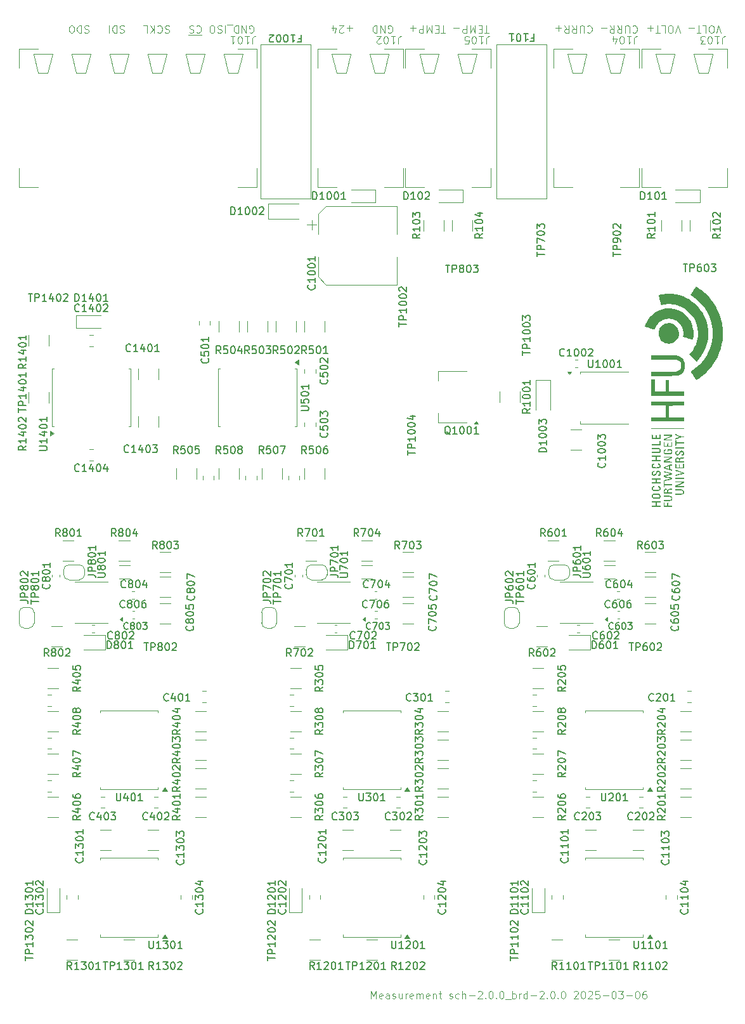
<source format=gbr>
%TF.GenerationSoftware,KiCad,Pcbnew,8.0.2*%
%TF.CreationDate,2025-03-06T23:30:14+01:00*%
%TF.ProjectId,meas,6d656173-2e6b-4696-9361-645f70636258,2.0.0*%
%TF.SameCoordinates,Original*%
%TF.FileFunction,Legend,Top*%
%TF.FilePolarity,Positive*%
%FSLAX46Y46*%
G04 Gerber Fmt 4.6, Leading zero omitted, Abs format (unit mm)*
G04 Created by KiCad (PCBNEW 8.0.2) date 2025-03-06 23:30:14*
%MOMM*%
%LPD*%
G01*
G04 APERTURE LIST*
%ADD10C,0.100000*%
%ADD11C,0.150000*%
%ADD12C,0.120000*%
%ADD13C,0.000000*%
G04 APERTURE END LIST*
D10*
X234829142Y-42253819D02*
X234876761Y-42206200D01*
X234876761Y-42206200D02*
X235019618Y-42158580D01*
X235019618Y-42158580D02*
X235114856Y-42158580D01*
X235114856Y-42158580D02*
X235257713Y-42206200D01*
X235257713Y-42206200D02*
X235352951Y-42301438D01*
X235352951Y-42301438D02*
X235400570Y-42396676D01*
X235400570Y-42396676D02*
X235448189Y-42587152D01*
X235448189Y-42587152D02*
X235448189Y-42730009D01*
X235448189Y-42730009D02*
X235400570Y-42920485D01*
X235400570Y-42920485D02*
X235352951Y-43015723D01*
X235352951Y-43015723D02*
X235257713Y-43110961D01*
X235257713Y-43110961D02*
X235114856Y-43158580D01*
X235114856Y-43158580D02*
X235019618Y-43158580D01*
X235019618Y-43158580D02*
X234876761Y-43110961D01*
X234876761Y-43110961D02*
X234829142Y-43063342D01*
X234400570Y-43158580D02*
X234400570Y-42349057D01*
X234400570Y-42349057D02*
X234352951Y-42253819D01*
X234352951Y-42253819D02*
X234305332Y-42206200D01*
X234305332Y-42206200D02*
X234210094Y-42158580D01*
X234210094Y-42158580D02*
X234019618Y-42158580D01*
X234019618Y-42158580D02*
X233924380Y-42206200D01*
X233924380Y-42206200D02*
X233876761Y-42253819D01*
X233876761Y-42253819D02*
X233829142Y-42349057D01*
X233829142Y-42349057D02*
X233829142Y-43158580D01*
X232781523Y-42158580D02*
X233114856Y-42634771D01*
X233352951Y-42158580D02*
X233352951Y-43158580D01*
X233352951Y-43158580D02*
X232971999Y-43158580D01*
X232971999Y-43158580D02*
X232876761Y-43110961D01*
X232876761Y-43110961D02*
X232829142Y-43063342D01*
X232829142Y-43063342D02*
X232781523Y-42968104D01*
X232781523Y-42968104D02*
X232781523Y-42825247D01*
X232781523Y-42825247D02*
X232829142Y-42730009D01*
X232829142Y-42730009D02*
X232876761Y-42682390D01*
X232876761Y-42682390D02*
X232971999Y-42634771D01*
X232971999Y-42634771D02*
X233352951Y-42634771D01*
X231781523Y-42158580D02*
X232114856Y-42634771D01*
X232352951Y-42158580D02*
X232352951Y-43158580D01*
X232352951Y-43158580D02*
X231971999Y-43158580D01*
X231971999Y-43158580D02*
X231876761Y-43110961D01*
X231876761Y-43110961D02*
X231829142Y-43063342D01*
X231829142Y-43063342D02*
X231781523Y-42968104D01*
X231781523Y-42968104D02*
X231781523Y-42825247D01*
X231781523Y-42825247D02*
X231829142Y-42730009D01*
X231829142Y-42730009D02*
X231876761Y-42682390D01*
X231876761Y-42682390D02*
X231971999Y-42634771D01*
X231971999Y-42634771D02*
X232352951Y-42634771D01*
X231352951Y-42539533D02*
X230591047Y-42539533D01*
X228781523Y-42253819D02*
X228829142Y-42206200D01*
X228829142Y-42206200D02*
X228971999Y-42158580D01*
X228971999Y-42158580D02*
X229067237Y-42158580D01*
X229067237Y-42158580D02*
X229210094Y-42206200D01*
X229210094Y-42206200D02*
X229305332Y-42301438D01*
X229305332Y-42301438D02*
X229352951Y-42396676D01*
X229352951Y-42396676D02*
X229400570Y-42587152D01*
X229400570Y-42587152D02*
X229400570Y-42730009D01*
X229400570Y-42730009D02*
X229352951Y-42920485D01*
X229352951Y-42920485D02*
X229305332Y-43015723D01*
X229305332Y-43015723D02*
X229210094Y-43110961D01*
X229210094Y-43110961D02*
X229067237Y-43158580D01*
X229067237Y-43158580D02*
X228971999Y-43158580D01*
X228971999Y-43158580D02*
X228829142Y-43110961D01*
X228829142Y-43110961D02*
X228781523Y-43063342D01*
X228352951Y-43158580D02*
X228352951Y-42349057D01*
X228352951Y-42349057D02*
X228305332Y-42253819D01*
X228305332Y-42253819D02*
X228257713Y-42206200D01*
X228257713Y-42206200D02*
X228162475Y-42158580D01*
X228162475Y-42158580D02*
X227971999Y-42158580D01*
X227971999Y-42158580D02*
X227876761Y-42206200D01*
X227876761Y-42206200D02*
X227829142Y-42253819D01*
X227829142Y-42253819D02*
X227781523Y-42349057D01*
X227781523Y-42349057D02*
X227781523Y-43158580D01*
X226733904Y-42158580D02*
X227067237Y-42634771D01*
X227305332Y-42158580D02*
X227305332Y-43158580D01*
X227305332Y-43158580D02*
X226924380Y-43158580D01*
X226924380Y-43158580D02*
X226829142Y-43110961D01*
X226829142Y-43110961D02*
X226781523Y-43063342D01*
X226781523Y-43063342D02*
X226733904Y-42968104D01*
X226733904Y-42968104D02*
X226733904Y-42825247D01*
X226733904Y-42825247D02*
X226781523Y-42730009D01*
X226781523Y-42730009D02*
X226829142Y-42682390D01*
X226829142Y-42682390D02*
X226924380Y-42634771D01*
X226924380Y-42634771D02*
X227305332Y-42634771D01*
X225733904Y-42158580D02*
X226067237Y-42634771D01*
X226305332Y-42158580D02*
X226305332Y-43158580D01*
X226305332Y-43158580D02*
X225924380Y-43158580D01*
X225924380Y-43158580D02*
X225829142Y-43110961D01*
X225829142Y-43110961D02*
X225781523Y-43063342D01*
X225781523Y-43063342D02*
X225733904Y-42968104D01*
X225733904Y-42968104D02*
X225733904Y-42825247D01*
X225733904Y-42825247D02*
X225781523Y-42730009D01*
X225781523Y-42730009D02*
X225829142Y-42682390D01*
X225829142Y-42682390D02*
X225924380Y-42634771D01*
X225924380Y-42634771D02*
X226305332Y-42634771D01*
X225305332Y-42539533D02*
X224543428Y-42539533D01*
X224924380Y-42158580D02*
X224924380Y-42920485D01*
X199891210Y-172028419D02*
X199891210Y-171028419D01*
X199891210Y-171028419D02*
X200224543Y-171742704D01*
X200224543Y-171742704D02*
X200557876Y-171028419D01*
X200557876Y-171028419D02*
X200557876Y-172028419D01*
X201415019Y-171980800D02*
X201319781Y-172028419D01*
X201319781Y-172028419D02*
X201129305Y-172028419D01*
X201129305Y-172028419D02*
X201034067Y-171980800D01*
X201034067Y-171980800D02*
X200986448Y-171885561D01*
X200986448Y-171885561D02*
X200986448Y-171504609D01*
X200986448Y-171504609D02*
X201034067Y-171409371D01*
X201034067Y-171409371D02*
X201129305Y-171361752D01*
X201129305Y-171361752D02*
X201319781Y-171361752D01*
X201319781Y-171361752D02*
X201415019Y-171409371D01*
X201415019Y-171409371D02*
X201462638Y-171504609D01*
X201462638Y-171504609D02*
X201462638Y-171599847D01*
X201462638Y-171599847D02*
X200986448Y-171695085D01*
X202319781Y-172028419D02*
X202319781Y-171504609D01*
X202319781Y-171504609D02*
X202272162Y-171409371D01*
X202272162Y-171409371D02*
X202176924Y-171361752D01*
X202176924Y-171361752D02*
X201986448Y-171361752D01*
X201986448Y-171361752D02*
X201891210Y-171409371D01*
X202319781Y-171980800D02*
X202224543Y-172028419D01*
X202224543Y-172028419D02*
X201986448Y-172028419D01*
X201986448Y-172028419D02*
X201891210Y-171980800D01*
X201891210Y-171980800D02*
X201843591Y-171885561D01*
X201843591Y-171885561D02*
X201843591Y-171790323D01*
X201843591Y-171790323D02*
X201891210Y-171695085D01*
X201891210Y-171695085D02*
X201986448Y-171647466D01*
X201986448Y-171647466D02*
X202224543Y-171647466D01*
X202224543Y-171647466D02*
X202319781Y-171599847D01*
X202748353Y-171980800D02*
X202843591Y-172028419D01*
X202843591Y-172028419D02*
X203034067Y-172028419D01*
X203034067Y-172028419D02*
X203129305Y-171980800D01*
X203129305Y-171980800D02*
X203176924Y-171885561D01*
X203176924Y-171885561D02*
X203176924Y-171837942D01*
X203176924Y-171837942D02*
X203129305Y-171742704D01*
X203129305Y-171742704D02*
X203034067Y-171695085D01*
X203034067Y-171695085D02*
X202891210Y-171695085D01*
X202891210Y-171695085D02*
X202795972Y-171647466D01*
X202795972Y-171647466D02*
X202748353Y-171552228D01*
X202748353Y-171552228D02*
X202748353Y-171504609D01*
X202748353Y-171504609D02*
X202795972Y-171409371D01*
X202795972Y-171409371D02*
X202891210Y-171361752D01*
X202891210Y-171361752D02*
X203034067Y-171361752D01*
X203034067Y-171361752D02*
X203129305Y-171409371D01*
X204034067Y-171361752D02*
X204034067Y-172028419D01*
X203605496Y-171361752D02*
X203605496Y-171885561D01*
X203605496Y-171885561D02*
X203653115Y-171980800D01*
X203653115Y-171980800D02*
X203748353Y-172028419D01*
X203748353Y-172028419D02*
X203891210Y-172028419D01*
X203891210Y-172028419D02*
X203986448Y-171980800D01*
X203986448Y-171980800D02*
X204034067Y-171933180D01*
X204510258Y-172028419D02*
X204510258Y-171361752D01*
X204510258Y-171552228D02*
X204557877Y-171456990D01*
X204557877Y-171456990D02*
X204605496Y-171409371D01*
X204605496Y-171409371D02*
X204700734Y-171361752D01*
X204700734Y-171361752D02*
X204795972Y-171361752D01*
X205510258Y-171980800D02*
X205415020Y-172028419D01*
X205415020Y-172028419D02*
X205224544Y-172028419D01*
X205224544Y-172028419D02*
X205129306Y-171980800D01*
X205129306Y-171980800D02*
X205081687Y-171885561D01*
X205081687Y-171885561D02*
X205081687Y-171504609D01*
X205081687Y-171504609D02*
X205129306Y-171409371D01*
X205129306Y-171409371D02*
X205224544Y-171361752D01*
X205224544Y-171361752D02*
X205415020Y-171361752D01*
X205415020Y-171361752D02*
X205510258Y-171409371D01*
X205510258Y-171409371D02*
X205557877Y-171504609D01*
X205557877Y-171504609D02*
X205557877Y-171599847D01*
X205557877Y-171599847D02*
X205081687Y-171695085D01*
X205986449Y-172028419D02*
X205986449Y-171361752D01*
X205986449Y-171456990D02*
X206034068Y-171409371D01*
X206034068Y-171409371D02*
X206129306Y-171361752D01*
X206129306Y-171361752D02*
X206272163Y-171361752D01*
X206272163Y-171361752D02*
X206367401Y-171409371D01*
X206367401Y-171409371D02*
X206415020Y-171504609D01*
X206415020Y-171504609D02*
X206415020Y-172028419D01*
X206415020Y-171504609D02*
X206462639Y-171409371D01*
X206462639Y-171409371D02*
X206557877Y-171361752D01*
X206557877Y-171361752D02*
X206700734Y-171361752D01*
X206700734Y-171361752D02*
X206795973Y-171409371D01*
X206795973Y-171409371D02*
X206843592Y-171504609D01*
X206843592Y-171504609D02*
X206843592Y-172028419D01*
X207700734Y-171980800D02*
X207605496Y-172028419D01*
X207605496Y-172028419D02*
X207415020Y-172028419D01*
X207415020Y-172028419D02*
X207319782Y-171980800D01*
X207319782Y-171980800D02*
X207272163Y-171885561D01*
X207272163Y-171885561D02*
X207272163Y-171504609D01*
X207272163Y-171504609D02*
X207319782Y-171409371D01*
X207319782Y-171409371D02*
X207415020Y-171361752D01*
X207415020Y-171361752D02*
X207605496Y-171361752D01*
X207605496Y-171361752D02*
X207700734Y-171409371D01*
X207700734Y-171409371D02*
X207748353Y-171504609D01*
X207748353Y-171504609D02*
X207748353Y-171599847D01*
X207748353Y-171599847D02*
X207272163Y-171695085D01*
X208176925Y-171361752D02*
X208176925Y-172028419D01*
X208176925Y-171456990D02*
X208224544Y-171409371D01*
X208224544Y-171409371D02*
X208319782Y-171361752D01*
X208319782Y-171361752D02*
X208462639Y-171361752D01*
X208462639Y-171361752D02*
X208557877Y-171409371D01*
X208557877Y-171409371D02*
X208605496Y-171504609D01*
X208605496Y-171504609D02*
X208605496Y-172028419D01*
X208938830Y-171361752D02*
X209319782Y-171361752D01*
X209081687Y-171028419D02*
X209081687Y-171885561D01*
X209081687Y-171885561D02*
X209129306Y-171980800D01*
X209129306Y-171980800D02*
X209224544Y-172028419D01*
X209224544Y-172028419D02*
X209319782Y-172028419D01*
X210367402Y-171980800D02*
X210462640Y-172028419D01*
X210462640Y-172028419D02*
X210653116Y-172028419D01*
X210653116Y-172028419D02*
X210748354Y-171980800D01*
X210748354Y-171980800D02*
X210795973Y-171885561D01*
X210795973Y-171885561D02*
X210795973Y-171837942D01*
X210795973Y-171837942D02*
X210748354Y-171742704D01*
X210748354Y-171742704D02*
X210653116Y-171695085D01*
X210653116Y-171695085D02*
X210510259Y-171695085D01*
X210510259Y-171695085D02*
X210415021Y-171647466D01*
X210415021Y-171647466D02*
X210367402Y-171552228D01*
X210367402Y-171552228D02*
X210367402Y-171504609D01*
X210367402Y-171504609D02*
X210415021Y-171409371D01*
X210415021Y-171409371D02*
X210510259Y-171361752D01*
X210510259Y-171361752D02*
X210653116Y-171361752D01*
X210653116Y-171361752D02*
X210748354Y-171409371D01*
X211653116Y-171980800D02*
X211557878Y-172028419D01*
X211557878Y-172028419D02*
X211367402Y-172028419D01*
X211367402Y-172028419D02*
X211272164Y-171980800D01*
X211272164Y-171980800D02*
X211224545Y-171933180D01*
X211224545Y-171933180D02*
X211176926Y-171837942D01*
X211176926Y-171837942D02*
X211176926Y-171552228D01*
X211176926Y-171552228D02*
X211224545Y-171456990D01*
X211224545Y-171456990D02*
X211272164Y-171409371D01*
X211272164Y-171409371D02*
X211367402Y-171361752D01*
X211367402Y-171361752D02*
X211557878Y-171361752D01*
X211557878Y-171361752D02*
X211653116Y-171409371D01*
X212081688Y-172028419D02*
X212081688Y-171028419D01*
X212510259Y-172028419D02*
X212510259Y-171504609D01*
X212510259Y-171504609D02*
X212462640Y-171409371D01*
X212462640Y-171409371D02*
X212367402Y-171361752D01*
X212367402Y-171361752D02*
X212224545Y-171361752D01*
X212224545Y-171361752D02*
X212129307Y-171409371D01*
X212129307Y-171409371D02*
X212081688Y-171456990D01*
X212986450Y-171647466D02*
X213748355Y-171647466D01*
X214176926Y-171123657D02*
X214224545Y-171076038D01*
X214224545Y-171076038D02*
X214319783Y-171028419D01*
X214319783Y-171028419D02*
X214557878Y-171028419D01*
X214557878Y-171028419D02*
X214653116Y-171076038D01*
X214653116Y-171076038D02*
X214700735Y-171123657D01*
X214700735Y-171123657D02*
X214748354Y-171218895D01*
X214748354Y-171218895D02*
X214748354Y-171314133D01*
X214748354Y-171314133D02*
X214700735Y-171456990D01*
X214700735Y-171456990D02*
X214129307Y-172028419D01*
X214129307Y-172028419D02*
X214748354Y-172028419D01*
X215176926Y-171933180D02*
X215224545Y-171980800D01*
X215224545Y-171980800D02*
X215176926Y-172028419D01*
X215176926Y-172028419D02*
X215129307Y-171980800D01*
X215129307Y-171980800D02*
X215176926Y-171933180D01*
X215176926Y-171933180D02*
X215176926Y-172028419D01*
X215843592Y-171028419D02*
X215938830Y-171028419D01*
X215938830Y-171028419D02*
X216034068Y-171076038D01*
X216034068Y-171076038D02*
X216081687Y-171123657D01*
X216081687Y-171123657D02*
X216129306Y-171218895D01*
X216129306Y-171218895D02*
X216176925Y-171409371D01*
X216176925Y-171409371D02*
X216176925Y-171647466D01*
X216176925Y-171647466D02*
X216129306Y-171837942D01*
X216129306Y-171837942D02*
X216081687Y-171933180D01*
X216081687Y-171933180D02*
X216034068Y-171980800D01*
X216034068Y-171980800D02*
X215938830Y-172028419D01*
X215938830Y-172028419D02*
X215843592Y-172028419D01*
X215843592Y-172028419D02*
X215748354Y-171980800D01*
X215748354Y-171980800D02*
X215700735Y-171933180D01*
X215700735Y-171933180D02*
X215653116Y-171837942D01*
X215653116Y-171837942D02*
X215605497Y-171647466D01*
X215605497Y-171647466D02*
X215605497Y-171409371D01*
X215605497Y-171409371D02*
X215653116Y-171218895D01*
X215653116Y-171218895D02*
X215700735Y-171123657D01*
X215700735Y-171123657D02*
X215748354Y-171076038D01*
X215748354Y-171076038D02*
X215843592Y-171028419D01*
X216605497Y-171933180D02*
X216653116Y-171980800D01*
X216653116Y-171980800D02*
X216605497Y-172028419D01*
X216605497Y-172028419D02*
X216557878Y-171980800D01*
X216557878Y-171980800D02*
X216605497Y-171933180D01*
X216605497Y-171933180D02*
X216605497Y-172028419D01*
X217272163Y-171028419D02*
X217367401Y-171028419D01*
X217367401Y-171028419D02*
X217462639Y-171076038D01*
X217462639Y-171076038D02*
X217510258Y-171123657D01*
X217510258Y-171123657D02*
X217557877Y-171218895D01*
X217557877Y-171218895D02*
X217605496Y-171409371D01*
X217605496Y-171409371D02*
X217605496Y-171647466D01*
X217605496Y-171647466D02*
X217557877Y-171837942D01*
X217557877Y-171837942D02*
X217510258Y-171933180D01*
X217510258Y-171933180D02*
X217462639Y-171980800D01*
X217462639Y-171980800D02*
X217367401Y-172028419D01*
X217367401Y-172028419D02*
X217272163Y-172028419D01*
X217272163Y-172028419D02*
X217176925Y-171980800D01*
X217176925Y-171980800D02*
X217129306Y-171933180D01*
X217129306Y-171933180D02*
X217081687Y-171837942D01*
X217081687Y-171837942D02*
X217034068Y-171647466D01*
X217034068Y-171647466D02*
X217034068Y-171409371D01*
X217034068Y-171409371D02*
X217081687Y-171218895D01*
X217081687Y-171218895D02*
X217129306Y-171123657D01*
X217129306Y-171123657D02*
X217176925Y-171076038D01*
X217176925Y-171076038D02*
X217272163Y-171028419D01*
X217795973Y-172123657D02*
X218557877Y-172123657D01*
X218795973Y-172028419D02*
X218795973Y-171028419D01*
X218795973Y-171409371D02*
X218891211Y-171361752D01*
X218891211Y-171361752D02*
X219081687Y-171361752D01*
X219081687Y-171361752D02*
X219176925Y-171409371D01*
X219176925Y-171409371D02*
X219224544Y-171456990D01*
X219224544Y-171456990D02*
X219272163Y-171552228D01*
X219272163Y-171552228D02*
X219272163Y-171837942D01*
X219272163Y-171837942D02*
X219224544Y-171933180D01*
X219224544Y-171933180D02*
X219176925Y-171980800D01*
X219176925Y-171980800D02*
X219081687Y-172028419D01*
X219081687Y-172028419D02*
X218891211Y-172028419D01*
X218891211Y-172028419D02*
X218795973Y-171980800D01*
X219700735Y-172028419D02*
X219700735Y-171361752D01*
X219700735Y-171552228D02*
X219748354Y-171456990D01*
X219748354Y-171456990D02*
X219795973Y-171409371D01*
X219795973Y-171409371D02*
X219891211Y-171361752D01*
X219891211Y-171361752D02*
X219986449Y-171361752D01*
X220748354Y-172028419D02*
X220748354Y-171028419D01*
X220748354Y-171980800D02*
X220653116Y-172028419D01*
X220653116Y-172028419D02*
X220462640Y-172028419D01*
X220462640Y-172028419D02*
X220367402Y-171980800D01*
X220367402Y-171980800D02*
X220319783Y-171933180D01*
X220319783Y-171933180D02*
X220272164Y-171837942D01*
X220272164Y-171837942D02*
X220272164Y-171552228D01*
X220272164Y-171552228D02*
X220319783Y-171456990D01*
X220319783Y-171456990D02*
X220367402Y-171409371D01*
X220367402Y-171409371D02*
X220462640Y-171361752D01*
X220462640Y-171361752D02*
X220653116Y-171361752D01*
X220653116Y-171361752D02*
X220748354Y-171409371D01*
X221224545Y-171647466D02*
X221986450Y-171647466D01*
X222415021Y-171123657D02*
X222462640Y-171076038D01*
X222462640Y-171076038D02*
X222557878Y-171028419D01*
X222557878Y-171028419D02*
X222795973Y-171028419D01*
X222795973Y-171028419D02*
X222891211Y-171076038D01*
X222891211Y-171076038D02*
X222938830Y-171123657D01*
X222938830Y-171123657D02*
X222986449Y-171218895D01*
X222986449Y-171218895D02*
X222986449Y-171314133D01*
X222986449Y-171314133D02*
X222938830Y-171456990D01*
X222938830Y-171456990D02*
X222367402Y-172028419D01*
X222367402Y-172028419D02*
X222986449Y-172028419D01*
X223415021Y-171933180D02*
X223462640Y-171980800D01*
X223462640Y-171980800D02*
X223415021Y-172028419D01*
X223415021Y-172028419D02*
X223367402Y-171980800D01*
X223367402Y-171980800D02*
X223415021Y-171933180D01*
X223415021Y-171933180D02*
X223415021Y-172028419D01*
X224081687Y-171028419D02*
X224176925Y-171028419D01*
X224176925Y-171028419D02*
X224272163Y-171076038D01*
X224272163Y-171076038D02*
X224319782Y-171123657D01*
X224319782Y-171123657D02*
X224367401Y-171218895D01*
X224367401Y-171218895D02*
X224415020Y-171409371D01*
X224415020Y-171409371D02*
X224415020Y-171647466D01*
X224415020Y-171647466D02*
X224367401Y-171837942D01*
X224367401Y-171837942D02*
X224319782Y-171933180D01*
X224319782Y-171933180D02*
X224272163Y-171980800D01*
X224272163Y-171980800D02*
X224176925Y-172028419D01*
X224176925Y-172028419D02*
X224081687Y-172028419D01*
X224081687Y-172028419D02*
X223986449Y-171980800D01*
X223986449Y-171980800D02*
X223938830Y-171933180D01*
X223938830Y-171933180D02*
X223891211Y-171837942D01*
X223891211Y-171837942D02*
X223843592Y-171647466D01*
X223843592Y-171647466D02*
X223843592Y-171409371D01*
X223843592Y-171409371D02*
X223891211Y-171218895D01*
X223891211Y-171218895D02*
X223938830Y-171123657D01*
X223938830Y-171123657D02*
X223986449Y-171076038D01*
X223986449Y-171076038D02*
X224081687Y-171028419D01*
X224843592Y-171933180D02*
X224891211Y-171980800D01*
X224891211Y-171980800D02*
X224843592Y-172028419D01*
X224843592Y-172028419D02*
X224795973Y-171980800D01*
X224795973Y-171980800D02*
X224843592Y-171933180D01*
X224843592Y-171933180D02*
X224843592Y-172028419D01*
X225510258Y-171028419D02*
X225605496Y-171028419D01*
X225605496Y-171028419D02*
X225700734Y-171076038D01*
X225700734Y-171076038D02*
X225748353Y-171123657D01*
X225748353Y-171123657D02*
X225795972Y-171218895D01*
X225795972Y-171218895D02*
X225843591Y-171409371D01*
X225843591Y-171409371D02*
X225843591Y-171647466D01*
X225843591Y-171647466D02*
X225795972Y-171837942D01*
X225795972Y-171837942D02*
X225748353Y-171933180D01*
X225748353Y-171933180D02*
X225700734Y-171980800D01*
X225700734Y-171980800D02*
X225605496Y-172028419D01*
X225605496Y-172028419D02*
X225510258Y-172028419D01*
X225510258Y-172028419D02*
X225415020Y-171980800D01*
X225415020Y-171980800D02*
X225367401Y-171933180D01*
X225367401Y-171933180D02*
X225319782Y-171837942D01*
X225319782Y-171837942D02*
X225272163Y-171647466D01*
X225272163Y-171647466D02*
X225272163Y-171409371D01*
X225272163Y-171409371D02*
X225319782Y-171218895D01*
X225319782Y-171218895D02*
X225367401Y-171123657D01*
X225367401Y-171123657D02*
X225415020Y-171076038D01*
X225415020Y-171076038D02*
X225510258Y-171028419D01*
X226986449Y-171123657D02*
X227034068Y-171076038D01*
X227034068Y-171076038D02*
X227129306Y-171028419D01*
X227129306Y-171028419D02*
X227367401Y-171028419D01*
X227367401Y-171028419D02*
X227462639Y-171076038D01*
X227462639Y-171076038D02*
X227510258Y-171123657D01*
X227510258Y-171123657D02*
X227557877Y-171218895D01*
X227557877Y-171218895D02*
X227557877Y-171314133D01*
X227557877Y-171314133D02*
X227510258Y-171456990D01*
X227510258Y-171456990D02*
X226938830Y-172028419D01*
X226938830Y-172028419D02*
X227557877Y-172028419D01*
X228176925Y-171028419D02*
X228272163Y-171028419D01*
X228272163Y-171028419D02*
X228367401Y-171076038D01*
X228367401Y-171076038D02*
X228415020Y-171123657D01*
X228415020Y-171123657D02*
X228462639Y-171218895D01*
X228462639Y-171218895D02*
X228510258Y-171409371D01*
X228510258Y-171409371D02*
X228510258Y-171647466D01*
X228510258Y-171647466D02*
X228462639Y-171837942D01*
X228462639Y-171837942D02*
X228415020Y-171933180D01*
X228415020Y-171933180D02*
X228367401Y-171980800D01*
X228367401Y-171980800D02*
X228272163Y-172028419D01*
X228272163Y-172028419D02*
X228176925Y-172028419D01*
X228176925Y-172028419D02*
X228081687Y-171980800D01*
X228081687Y-171980800D02*
X228034068Y-171933180D01*
X228034068Y-171933180D02*
X227986449Y-171837942D01*
X227986449Y-171837942D02*
X227938830Y-171647466D01*
X227938830Y-171647466D02*
X227938830Y-171409371D01*
X227938830Y-171409371D02*
X227986449Y-171218895D01*
X227986449Y-171218895D02*
X228034068Y-171123657D01*
X228034068Y-171123657D02*
X228081687Y-171076038D01*
X228081687Y-171076038D02*
X228176925Y-171028419D01*
X228891211Y-171123657D02*
X228938830Y-171076038D01*
X228938830Y-171076038D02*
X229034068Y-171028419D01*
X229034068Y-171028419D02*
X229272163Y-171028419D01*
X229272163Y-171028419D02*
X229367401Y-171076038D01*
X229367401Y-171076038D02*
X229415020Y-171123657D01*
X229415020Y-171123657D02*
X229462639Y-171218895D01*
X229462639Y-171218895D02*
X229462639Y-171314133D01*
X229462639Y-171314133D02*
X229415020Y-171456990D01*
X229415020Y-171456990D02*
X228843592Y-172028419D01*
X228843592Y-172028419D02*
X229462639Y-172028419D01*
X230367401Y-171028419D02*
X229891211Y-171028419D01*
X229891211Y-171028419D02*
X229843592Y-171504609D01*
X229843592Y-171504609D02*
X229891211Y-171456990D01*
X229891211Y-171456990D02*
X229986449Y-171409371D01*
X229986449Y-171409371D02*
X230224544Y-171409371D01*
X230224544Y-171409371D02*
X230319782Y-171456990D01*
X230319782Y-171456990D02*
X230367401Y-171504609D01*
X230367401Y-171504609D02*
X230415020Y-171599847D01*
X230415020Y-171599847D02*
X230415020Y-171837942D01*
X230415020Y-171837942D02*
X230367401Y-171933180D01*
X230367401Y-171933180D02*
X230319782Y-171980800D01*
X230319782Y-171980800D02*
X230224544Y-172028419D01*
X230224544Y-172028419D02*
X229986449Y-172028419D01*
X229986449Y-172028419D02*
X229891211Y-171980800D01*
X229891211Y-171980800D02*
X229843592Y-171933180D01*
X230843592Y-171647466D02*
X231605497Y-171647466D01*
X232272163Y-171028419D02*
X232367401Y-171028419D01*
X232367401Y-171028419D02*
X232462639Y-171076038D01*
X232462639Y-171076038D02*
X232510258Y-171123657D01*
X232510258Y-171123657D02*
X232557877Y-171218895D01*
X232557877Y-171218895D02*
X232605496Y-171409371D01*
X232605496Y-171409371D02*
X232605496Y-171647466D01*
X232605496Y-171647466D02*
X232557877Y-171837942D01*
X232557877Y-171837942D02*
X232510258Y-171933180D01*
X232510258Y-171933180D02*
X232462639Y-171980800D01*
X232462639Y-171980800D02*
X232367401Y-172028419D01*
X232367401Y-172028419D02*
X232272163Y-172028419D01*
X232272163Y-172028419D02*
X232176925Y-171980800D01*
X232176925Y-171980800D02*
X232129306Y-171933180D01*
X232129306Y-171933180D02*
X232081687Y-171837942D01*
X232081687Y-171837942D02*
X232034068Y-171647466D01*
X232034068Y-171647466D02*
X232034068Y-171409371D01*
X232034068Y-171409371D02*
X232081687Y-171218895D01*
X232081687Y-171218895D02*
X232129306Y-171123657D01*
X232129306Y-171123657D02*
X232176925Y-171076038D01*
X232176925Y-171076038D02*
X232272163Y-171028419D01*
X232938830Y-171028419D02*
X233557877Y-171028419D01*
X233557877Y-171028419D02*
X233224544Y-171409371D01*
X233224544Y-171409371D02*
X233367401Y-171409371D01*
X233367401Y-171409371D02*
X233462639Y-171456990D01*
X233462639Y-171456990D02*
X233510258Y-171504609D01*
X233510258Y-171504609D02*
X233557877Y-171599847D01*
X233557877Y-171599847D02*
X233557877Y-171837942D01*
X233557877Y-171837942D02*
X233510258Y-171933180D01*
X233510258Y-171933180D02*
X233462639Y-171980800D01*
X233462639Y-171980800D02*
X233367401Y-172028419D01*
X233367401Y-172028419D02*
X233081687Y-172028419D01*
X233081687Y-172028419D02*
X232986449Y-171980800D01*
X232986449Y-171980800D02*
X232938830Y-171933180D01*
X233986449Y-171647466D02*
X234748354Y-171647466D01*
X235415020Y-171028419D02*
X235510258Y-171028419D01*
X235510258Y-171028419D02*
X235605496Y-171076038D01*
X235605496Y-171076038D02*
X235653115Y-171123657D01*
X235653115Y-171123657D02*
X235700734Y-171218895D01*
X235700734Y-171218895D02*
X235748353Y-171409371D01*
X235748353Y-171409371D02*
X235748353Y-171647466D01*
X235748353Y-171647466D02*
X235700734Y-171837942D01*
X235700734Y-171837942D02*
X235653115Y-171933180D01*
X235653115Y-171933180D02*
X235605496Y-171980800D01*
X235605496Y-171980800D02*
X235510258Y-172028419D01*
X235510258Y-172028419D02*
X235415020Y-172028419D01*
X235415020Y-172028419D02*
X235319782Y-171980800D01*
X235319782Y-171980800D02*
X235272163Y-171933180D01*
X235272163Y-171933180D02*
X235224544Y-171837942D01*
X235224544Y-171837942D02*
X235176925Y-171647466D01*
X235176925Y-171647466D02*
X235176925Y-171409371D01*
X235176925Y-171409371D02*
X235224544Y-171218895D01*
X235224544Y-171218895D02*
X235272163Y-171123657D01*
X235272163Y-171123657D02*
X235319782Y-171076038D01*
X235319782Y-171076038D02*
X235415020Y-171028419D01*
X236605496Y-171028419D02*
X236415020Y-171028419D01*
X236415020Y-171028419D02*
X236319782Y-171076038D01*
X236319782Y-171076038D02*
X236272163Y-171123657D01*
X236272163Y-171123657D02*
X236176925Y-171266514D01*
X236176925Y-171266514D02*
X236129306Y-171456990D01*
X236129306Y-171456990D02*
X236129306Y-171837942D01*
X236129306Y-171837942D02*
X236176925Y-171933180D01*
X236176925Y-171933180D02*
X236224544Y-171980800D01*
X236224544Y-171980800D02*
X236319782Y-172028419D01*
X236319782Y-172028419D02*
X236510258Y-172028419D01*
X236510258Y-172028419D02*
X236605496Y-171980800D01*
X236605496Y-171980800D02*
X236653115Y-171933180D01*
X236653115Y-171933180D02*
X236700734Y-171837942D01*
X236700734Y-171837942D02*
X236700734Y-171599847D01*
X236700734Y-171599847D02*
X236653115Y-171504609D01*
X236653115Y-171504609D02*
X236605496Y-171456990D01*
X236605496Y-171456990D02*
X236510258Y-171409371D01*
X236510258Y-171409371D02*
X236319782Y-171409371D01*
X236319782Y-171409371D02*
X236224544Y-171456990D01*
X236224544Y-171456990D02*
X236176925Y-171504609D01*
X236176925Y-171504609D02*
X236129306Y-171599847D01*
X202206190Y-43110961D02*
X202301428Y-43158580D01*
X202301428Y-43158580D02*
X202444285Y-43158580D01*
X202444285Y-43158580D02*
X202587142Y-43110961D01*
X202587142Y-43110961D02*
X202682380Y-43015723D01*
X202682380Y-43015723D02*
X202729999Y-42920485D01*
X202729999Y-42920485D02*
X202777618Y-42730009D01*
X202777618Y-42730009D02*
X202777618Y-42587152D01*
X202777618Y-42587152D02*
X202729999Y-42396676D01*
X202729999Y-42396676D02*
X202682380Y-42301438D01*
X202682380Y-42301438D02*
X202587142Y-42206200D01*
X202587142Y-42206200D02*
X202444285Y-42158580D01*
X202444285Y-42158580D02*
X202349047Y-42158580D01*
X202349047Y-42158580D02*
X202206190Y-42206200D01*
X202206190Y-42206200D02*
X202158571Y-42253819D01*
X202158571Y-42253819D02*
X202158571Y-42587152D01*
X202158571Y-42587152D02*
X202349047Y-42587152D01*
X201729999Y-42158580D02*
X201729999Y-43158580D01*
X201729999Y-43158580D02*
X201158571Y-42158580D01*
X201158571Y-42158580D02*
X201158571Y-43158580D01*
X200682380Y-42158580D02*
X200682380Y-43158580D01*
X200682380Y-43158580D02*
X200444285Y-43158580D01*
X200444285Y-43158580D02*
X200301428Y-43110961D01*
X200301428Y-43110961D02*
X200206190Y-43015723D01*
X200206190Y-43015723D02*
X200158571Y-42920485D01*
X200158571Y-42920485D02*
X200110952Y-42730009D01*
X200110952Y-42730009D02*
X200110952Y-42587152D01*
X200110952Y-42587152D02*
X200158571Y-42396676D01*
X200158571Y-42396676D02*
X200206190Y-42301438D01*
X200206190Y-42301438D02*
X200301428Y-42206200D01*
X200301428Y-42206200D02*
X200444285Y-42158580D01*
X200444285Y-42158580D02*
X200682380Y-42158580D01*
X197396665Y-42539533D02*
X196634761Y-42539533D01*
X197015713Y-42158580D02*
X197015713Y-42920485D01*
X196206189Y-43063342D02*
X196158570Y-43110961D01*
X196158570Y-43110961D02*
X196063332Y-43158580D01*
X196063332Y-43158580D02*
X195825237Y-43158580D01*
X195825237Y-43158580D02*
X195729999Y-43110961D01*
X195729999Y-43110961D02*
X195682380Y-43063342D01*
X195682380Y-43063342D02*
X195634761Y-42968104D01*
X195634761Y-42968104D02*
X195634761Y-42872866D01*
X195634761Y-42872866D02*
X195682380Y-42730009D01*
X195682380Y-42730009D02*
X196253808Y-42158580D01*
X196253808Y-42158580D02*
X195634761Y-42158580D01*
X194777618Y-42825247D02*
X194777618Y-42158580D01*
X195015713Y-43206200D02*
X195253808Y-42491914D01*
X195253808Y-42491914D02*
X194634761Y-42491914D01*
X215620332Y-43158580D02*
X215048904Y-43158580D01*
X215334618Y-42158580D02*
X215334618Y-43158580D01*
X214715570Y-42682390D02*
X214382237Y-42682390D01*
X214239380Y-42158580D02*
X214715570Y-42158580D01*
X214715570Y-42158580D02*
X214715570Y-43158580D01*
X214715570Y-43158580D02*
X214239380Y-43158580D01*
X213810808Y-42158580D02*
X213810808Y-43158580D01*
X213810808Y-43158580D02*
X213477475Y-42444295D01*
X213477475Y-42444295D02*
X213144142Y-43158580D01*
X213144142Y-43158580D02*
X213144142Y-42158580D01*
X212667951Y-42158580D02*
X212667951Y-43158580D01*
X212667951Y-43158580D02*
X212286999Y-43158580D01*
X212286999Y-43158580D02*
X212191761Y-43110961D01*
X212191761Y-43110961D02*
X212144142Y-43063342D01*
X212144142Y-43063342D02*
X212096523Y-42968104D01*
X212096523Y-42968104D02*
X212096523Y-42825247D01*
X212096523Y-42825247D02*
X212144142Y-42730009D01*
X212144142Y-42730009D02*
X212191761Y-42682390D01*
X212191761Y-42682390D02*
X212286999Y-42634771D01*
X212286999Y-42634771D02*
X212667951Y-42634771D01*
X211667951Y-42539533D02*
X210906047Y-42539533D01*
X209810808Y-43158580D02*
X209239380Y-43158580D01*
X209525094Y-42158580D02*
X209525094Y-43158580D01*
X208906046Y-42682390D02*
X208572713Y-42682390D01*
X208429856Y-42158580D02*
X208906046Y-42158580D01*
X208906046Y-42158580D02*
X208906046Y-43158580D01*
X208906046Y-43158580D02*
X208429856Y-43158580D01*
X208001284Y-42158580D02*
X208001284Y-43158580D01*
X208001284Y-43158580D02*
X207667951Y-42444295D01*
X207667951Y-42444295D02*
X207334618Y-43158580D01*
X207334618Y-43158580D02*
X207334618Y-42158580D01*
X206858427Y-42158580D02*
X206858427Y-43158580D01*
X206858427Y-43158580D02*
X206477475Y-43158580D01*
X206477475Y-43158580D02*
X206382237Y-43110961D01*
X206382237Y-43110961D02*
X206334618Y-43063342D01*
X206334618Y-43063342D02*
X206286999Y-42968104D01*
X206286999Y-42968104D02*
X206286999Y-42825247D01*
X206286999Y-42825247D02*
X206334618Y-42730009D01*
X206334618Y-42730009D02*
X206382237Y-42682390D01*
X206382237Y-42682390D02*
X206477475Y-42634771D01*
X206477475Y-42634771D02*
X206858427Y-42634771D01*
X205858427Y-42539533D02*
X205096523Y-42539533D01*
X205477475Y-42158580D02*
X205477475Y-42920485D01*
X246655999Y-43158580D02*
X246322666Y-42158580D01*
X246322666Y-42158580D02*
X245989333Y-43158580D01*
X245465523Y-43158580D02*
X245275047Y-43158580D01*
X245275047Y-43158580D02*
X245179809Y-43110961D01*
X245179809Y-43110961D02*
X245084571Y-43015723D01*
X245084571Y-43015723D02*
X245036952Y-42825247D01*
X245036952Y-42825247D02*
X245036952Y-42491914D01*
X245036952Y-42491914D02*
X245084571Y-42301438D01*
X245084571Y-42301438D02*
X245179809Y-42206200D01*
X245179809Y-42206200D02*
X245275047Y-42158580D01*
X245275047Y-42158580D02*
X245465523Y-42158580D01*
X245465523Y-42158580D02*
X245560761Y-42206200D01*
X245560761Y-42206200D02*
X245655999Y-42301438D01*
X245655999Y-42301438D02*
X245703618Y-42491914D01*
X245703618Y-42491914D02*
X245703618Y-42825247D01*
X245703618Y-42825247D02*
X245655999Y-43015723D01*
X245655999Y-43015723D02*
X245560761Y-43110961D01*
X245560761Y-43110961D02*
X245465523Y-43158580D01*
X244132190Y-42158580D02*
X244608380Y-42158580D01*
X244608380Y-42158580D02*
X244608380Y-43158580D01*
X243941713Y-43158580D02*
X243370285Y-43158580D01*
X243655999Y-42158580D02*
X243655999Y-43158580D01*
X243036951Y-42539533D02*
X242275047Y-42539533D01*
X241179808Y-43158580D02*
X240846475Y-42158580D01*
X240846475Y-42158580D02*
X240513142Y-43158580D01*
X239989332Y-43158580D02*
X239798856Y-43158580D01*
X239798856Y-43158580D02*
X239703618Y-43110961D01*
X239703618Y-43110961D02*
X239608380Y-43015723D01*
X239608380Y-43015723D02*
X239560761Y-42825247D01*
X239560761Y-42825247D02*
X239560761Y-42491914D01*
X239560761Y-42491914D02*
X239608380Y-42301438D01*
X239608380Y-42301438D02*
X239703618Y-42206200D01*
X239703618Y-42206200D02*
X239798856Y-42158580D01*
X239798856Y-42158580D02*
X239989332Y-42158580D01*
X239989332Y-42158580D02*
X240084570Y-42206200D01*
X240084570Y-42206200D02*
X240179808Y-42301438D01*
X240179808Y-42301438D02*
X240227427Y-42491914D01*
X240227427Y-42491914D02*
X240227427Y-42825247D01*
X240227427Y-42825247D02*
X240179808Y-43015723D01*
X240179808Y-43015723D02*
X240084570Y-43110961D01*
X240084570Y-43110961D02*
X239989332Y-43158580D01*
X238655999Y-42158580D02*
X239132189Y-42158580D01*
X239132189Y-42158580D02*
X239132189Y-43158580D01*
X238465522Y-43158580D02*
X237894094Y-43158580D01*
X238179808Y-42158580D02*
X238179808Y-43158580D01*
X237560760Y-42539533D02*
X236798856Y-42539533D01*
X237179808Y-42158580D02*
X237179808Y-42920485D01*
X183678306Y-43110961D02*
X183773544Y-43158580D01*
X183773544Y-43158580D02*
X183916401Y-43158580D01*
X183916401Y-43158580D02*
X184059258Y-43110961D01*
X184059258Y-43110961D02*
X184154496Y-43015723D01*
X184154496Y-43015723D02*
X184202115Y-42920485D01*
X184202115Y-42920485D02*
X184249734Y-42730009D01*
X184249734Y-42730009D02*
X184249734Y-42587152D01*
X184249734Y-42587152D02*
X184202115Y-42396676D01*
X184202115Y-42396676D02*
X184154496Y-42301438D01*
X184154496Y-42301438D02*
X184059258Y-42206200D01*
X184059258Y-42206200D02*
X183916401Y-42158580D01*
X183916401Y-42158580D02*
X183821163Y-42158580D01*
X183821163Y-42158580D02*
X183678306Y-42206200D01*
X183678306Y-42206200D02*
X183630687Y-42253819D01*
X183630687Y-42253819D02*
X183630687Y-42587152D01*
X183630687Y-42587152D02*
X183821163Y-42587152D01*
X183202115Y-42158580D02*
X183202115Y-43158580D01*
X183202115Y-43158580D02*
X182630687Y-42158580D01*
X182630687Y-42158580D02*
X182630687Y-43158580D01*
X182154496Y-42158580D02*
X182154496Y-43158580D01*
X182154496Y-43158580D02*
X181916401Y-43158580D01*
X181916401Y-43158580D02*
X181773544Y-43110961D01*
X181773544Y-43110961D02*
X181678306Y-43015723D01*
X181678306Y-43015723D02*
X181630687Y-42920485D01*
X181630687Y-42920485D02*
X181583068Y-42730009D01*
X181583068Y-42730009D02*
X181583068Y-42587152D01*
X181583068Y-42587152D02*
X181630687Y-42396676D01*
X181630687Y-42396676D02*
X181678306Y-42301438D01*
X181678306Y-42301438D02*
X181773544Y-42206200D01*
X181773544Y-42206200D02*
X181916401Y-42158580D01*
X181916401Y-42158580D02*
X182154496Y-42158580D01*
X181392592Y-42063342D02*
X180630687Y-42063342D01*
X180392591Y-42158580D02*
X180392591Y-43158580D01*
X179964020Y-42206200D02*
X179821163Y-42158580D01*
X179821163Y-42158580D02*
X179583068Y-42158580D01*
X179583068Y-42158580D02*
X179487830Y-42206200D01*
X179487830Y-42206200D02*
X179440211Y-42253819D01*
X179440211Y-42253819D02*
X179392592Y-42349057D01*
X179392592Y-42349057D02*
X179392592Y-42444295D01*
X179392592Y-42444295D02*
X179440211Y-42539533D01*
X179440211Y-42539533D02*
X179487830Y-42587152D01*
X179487830Y-42587152D02*
X179583068Y-42634771D01*
X179583068Y-42634771D02*
X179773544Y-42682390D01*
X179773544Y-42682390D02*
X179868782Y-42730009D01*
X179868782Y-42730009D02*
X179916401Y-42777628D01*
X179916401Y-42777628D02*
X179964020Y-42872866D01*
X179964020Y-42872866D02*
X179964020Y-42968104D01*
X179964020Y-42968104D02*
X179916401Y-43063342D01*
X179916401Y-43063342D02*
X179868782Y-43110961D01*
X179868782Y-43110961D02*
X179773544Y-43158580D01*
X179773544Y-43158580D02*
X179535449Y-43158580D01*
X179535449Y-43158580D02*
X179392592Y-43110961D01*
X178773544Y-43158580D02*
X178583068Y-43158580D01*
X178583068Y-43158580D02*
X178487830Y-43110961D01*
X178487830Y-43110961D02*
X178392592Y-43015723D01*
X178392592Y-43015723D02*
X178344973Y-42825247D01*
X178344973Y-42825247D02*
X178344973Y-42491914D01*
X178344973Y-42491914D02*
X178392592Y-42301438D01*
X178392592Y-42301438D02*
X178487830Y-42206200D01*
X178487830Y-42206200D02*
X178583068Y-42158580D01*
X178583068Y-42158580D02*
X178773544Y-42158580D01*
X178773544Y-42158580D02*
X178868782Y-42206200D01*
X178868782Y-42206200D02*
X178964020Y-42301438D01*
X178964020Y-42301438D02*
X179011639Y-42491914D01*
X179011639Y-42491914D02*
X179011639Y-42825247D01*
X179011639Y-42825247D02*
X178964020Y-43015723D01*
X178964020Y-43015723D02*
X178868782Y-43110961D01*
X178868782Y-43110961D02*
X178773544Y-43158580D01*
X176583068Y-42253819D02*
X176630687Y-42206200D01*
X176630687Y-42206200D02*
X176773544Y-42158580D01*
X176773544Y-42158580D02*
X176868782Y-42158580D01*
X176868782Y-42158580D02*
X177011639Y-42206200D01*
X177011639Y-42206200D02*
X177106877Y-42301438D01*
X177106877Y-42301438D02*
X177154496Y-42396676D01*
X177154496Y-42396676D02*
X177202115Y-42587152D01*
X177202115Y-42587152D02*
X177202115Y-42730009D01*
X177202115Y-42730009D02*
X177154496Y-42920485D01*
X177154496Y-42920485D02*
X177106877Y-43015723D01*
X177106877Y-43015723D02*
X177011639Y-43110961D01*
X177011639Y-43110961D02*
X176868782Y-43158580D01*
X176868782Y-43158580D02*
X176773544Y-43158580D01*
X176773544Y-43158580D02*
X176630687Y-43110961D01*
X176630687Y-43110961D02*
X176583068Y-43063342D01*
X176202115Y-42206200D02*
X176059258Y-42158580D01*
X176059258Y-42158580D02*
X175821163Y-42158580D01*
X175821163Y-42158580D02*
X175725925Y-42206200D01*
X175725925Y-42206200D02*
X175678306Y-42253819D01*
X175678306Y-42253819D02*
X175630687Y-42349057D01*
X175630687Y-42349057D02*
X175630687Y-42444295D01*
X175630687Y-42444295D02*
X175678306Y-42539533D01*
X175678306Y-42539533D02*
X175725925Y-42587152D01*
X175725925Y-42587152D02*
X175821163Y-42634771D01*
X175821163Y-42634771D02*
X176011639Y-42682390D01*
X176011639Y-42682390D02*
X176106877Y-42730009D01*
X176106877Y-42730009D02*
X176154496Y-42777628D01*
X176154496Y-42777628D02*
X176202115Y-42872866D01*
X176202115Y-42872866D02*
X176202115Y-42968104D01*
X176202115Y-42968104D02*
X176154496Y-43063342D01*
X176154496Y-43063342D02*
X176106877Y-43110961D01*
X176106877Y-43110961D02*
X176011639Y-43158580D01*
X176011639Y-43158580D02*
X175773544Y-43158580D01*
X175773544Y-43158580D02*
X175630687Y-43110961D01*
X177292592Y-43436200D02*
X175540211Y-43436200D01*
X172964019Y-42206200D02*
X172821162Y-42158580D01*
X172821162Y-42158580D02*
X172583067Y-42158580D01*
X172583067Y-42158580D02*
X172487829Y-42206200D01*
X172487829Y-42206200D02*
X172440210Y-42253819D01*
X172440210Y-42253819D02*
X172392591Y-42349057D01*
X172392591Y-42349057D02*
X172392591Y-42444295D01*
X172392591Y-42444295D02*
X172440210Y-42539533D01*
X172440210Y-42539533D02*
X172487829Y-42587152D01*
X172487829Y-42587152D02*
X172583067Y-42634771D01*
X172583067Y-42634771D02*
X172773543Y-42682390D01*
X172773543Y-42682390D02*
X172868781Y-42730009D01*
X172868781Y-42730009D02*
X172916400Y-42777628D01*
X172916400Y-42777628D02*
X172964019Y-42872866D01*
X172964019Y-42872866D02*
X172964019Y-42968104D01*
X172964019Y-42968104D02*
X172916400Y-43063342D01*
X172916400Y-43063342D02*
X172868781Y-43110961D01*
X172868781Y-43110961D02*
X172773543Y-43158580D01*
X172773543Y-43158580D02*
X172535448Y-43158580D01*
X172535448Y-43158580D02*
X172392591Y-43110961D01*
X171392591Y-42253819D02*
X171440210Y-42206200D01*
X171440210Y-42206200D02*
X171583067Y-42158580D01*
X171583067Y-42158580D02*
X171678305Y-42158580D01*
X171678305Y-42158580D02*
X171821162Y-42206200D01*
X171821162Y-42206200D02*
X171916400Y-42301438D01*
X171916400Y-42301438D02*
X171964019Y-42396676D01*
X171964019Y-42396676D02*
X172011638Y-42587152D01*
X172011638Y-42587152D02*
X172011638Y-42730009D01*
X172011638Y-42730009D02*
X171964019Y-42920485D01*
X171964019Y-42920485D02*
X171916400Y-43015723D01*
X171916400Y-43015723D02*
X171821162Y-43110961D01*
X171821162Y-43110961D02*
X171678305Y-43158580D01*
X171678305Y-43158580D02*
X171583067Y-43158580D01*
X171583067Y-43158580D02*
X171440210Y-43110961D01*
X171440210Y-43110961D02*
X171392591Y-43063342D01*
X170964019Y-42158580D02*
X170964019Y-43158580D01*
X170392591Y-42158580D02*
X170821162Y-42730009D01*
X170392591Y-43158580D02*
X170964019Y-42587152D01*
X169487829Y-42158580D02*
X169964019Y-42158580D01*
X169964019Y-42158580D02*
X169964019Y-43158580D01*
X166916399Y-42206200D02*
X166773542Y-42158580D01*
X166773542Y-42158580D02*
X166535447Y-42158580D01*
X166535447Y-42158580D02*
X166440209Y-42206200D01*
X166440209Y-42206200D02*
X166392590Y-42253819D01*
X166392590Y-42253819D02*
X166344971Y-42349057D01*
X166344971Y-42349057D02*
X166344971Y-42444295D01*
X166344971Y-42444295D02*
X166392590Y-42539533D01*
X166392590Y-42539533D02*
X166440209Y-42587152D01*
X166440209Y-42587152D02*
X166535447Y-42634771D01*
X166535447Y-42634771D02*
X166725923Y-42682390D01*
X166725923Y-42682390D02*
X166821161Y-42730009D01*
X166821161Y-42730009D02*
X166868780Y-42777628D01*
X166868780Y-42777628D02*
X166916399Y-42872866D01*
X166916399Y-42872866D02*
X166916399Y-42968104D01*
X166916399Y-42968104D02*
X166868780Y-43063342D01*
X166868780Y-43063342D02*
X166821161Y-43110961D01*
X166821161Y-43110961D02*
X166725923Y-43158580D01*
X166725923Y-43158580D02*
X166487828Y-43158580D01*
X166487828Y-43158580D02*
X166344971Y-43110961D01*
X165916399Y-42158580D02*
X165916399Y-43158580D01*
X165916399Y-43158580D02*
X165678304Y-43158580D01*
X165678304Y-43158580D02*
X165535447Y-43110961D01*
X165535447Y-43110961D02*
X165440209Y-43015723D01*
X165440209Y-43015723D02*
X165392590Y-42920485D01*
X165392590Y-42920485D02*
X165344971Y-42730009D01*
X165344971Y-42730009D02*
X165344971Y-42587152D01*
X165344971Y-42587152D02*
X165392590Y-42396676D01*
X165392590Y-42396676D02*
X165440209Y-42301438D01*
X165440209Y-42301438D02*
X165535447Y-42206200D01*
X165535447Y-42206200D02*
X165678304Y-42158580D01*
X165678304Y-42158580D02*
X165916399Y-42158580D01*
X164916399Y-42158580D02*
X164916399Y-43158580D01*
X162202113Y-42206200D02*
X162059256Y-42158580D01*
X162059256Y-42158580D02*
X161821161Y-42158580D01*
X161821161Y-42158580D02*
X161725923Y-42206200D01*
X161725923Y-42206200D02*
X161678304Y-42253819D01*
X161678304Y-42253819D02*
X161630685Y-42349057D01*
X161630685Y-42349057D02*
X161630685Y-42444295D01*
X161630685Y-42444295D02*
X161678304Y-42539533D01*
X161678304Y-42539533D02*
X161725923Y-42587152D01*
X161725923Y-42587152D02*
X161821161Y-42634771D01*
X161821161Y-42634771D02*
X162011637Y-42682390D01*
X162011637Y-42682390D02*
X162106875Y-42730009D01*
X162106875Y-42730009D02*
X162154494Y-42777628D01*
X162154494Y-42777628D02*
X162202113Y-42872866D01*
X162202113Y-42872866D02*
X162202113Y-42968104D01*
X162202113Y-42968104D02*
X162154494Y-43063342D01*
X162154494Y-43063342D02*
X162106875Y-43110961D01*
X162106875Y-43110961D02*
X162011637Y-43158580D01*
X162011637Y-43158580D02*
X161773542Y-43158580D01*
X161773542Y-43158580D02*
X161630685Y-43110961D01*
X161202113Y-42158580D02*
X161202113Y-43158580D01*
X161202113Y-43158580D02*
X160964018Y-43158580D01*
X160964018Y-43158580D02*
X160821161Y-43110961D01*
X160821161Y-43110961D02*
X160725923Y-43015723D01*
X160725923Y-43015723D02*
X160678304Y-42920485D01*
X160678304Y-42920485D02*
X160630685Y-42730009D01*
X160630685Y-42730009D02*
X160630685Y-42587152D01*
X160630685Y-42587152D02*
X160678304Y-42396676D01*
X160678304Y-42396676D02*
X160725923Y-42301438D01*
X160725923Y-42301438D02*
X160821161Y-42206200D01*
X160821161Y-42206200D02*
X160964018Y-42158580D01*
X160964018Y-42158580D02*
X161202113Y-42158580D01*
X160011637Y-43158580D02*
X159821161Y-43158580D01*
X159821161Y-43158580D02*
X159725923Y-43110961D01*
X159725923Y-43110961D02*
X159630685Y-43015723D01*
X159630685Y-43015723D02*
X159583066Y-42825247D01*
X159583066Y-42825247D02*
X159583066Y-42491914D01*
X159583066Y-42491914D02*
X159630685Y-42301438D01*
X159630685Y-42301438D02*
X159725923Y-42206200D01*
X159725923Y-42206200D02*
X159821161Y-42158580D01*
X159821161Y-42158580D02*
X160011637Y-42158580D01*
X160011637Y-42158580D02*
X160106875Y-42206200D01*
X160106875Y-42206200D02*
X160202113Y-42301438D01*
X160202113Y-42301438D02*
X160249732Y-42491914D01*
X160249732Y-42491914D02*
X160249732Y-42825247D01*
X160249732Y-42825247D02*
X160202113Y-43015723D01*
X160202113Y-43015723D02*
X160106875Y-43110961D01*
X160106875Y-43110961D02*
X160011637Y-43158580D01*
D11*
X165900714Y-144646819D02*
X165900714Y-145456342D01*
X165900714Y-145456342D02*
X165948333Y-145551580D01*
X165948333Y-145551580D02*
X165995952Y-145599200D01*
X165995952Y-145599200D02*
X166091190Y-145646819D01*
X166091190Y-145646819D02*
X166281666Y-145646819D01*
X166281666Y-145646819D02*
X166376904Y-145599200D01*
X166376904Y-145599200D02*
X166424523Y-145551580D01*
X166424523Y-145551580D02*
X166472142Y-145456342D01*
X166472142Y-145456342D02*
X166472142Y-144646819D01*
X167376904Y-144980152D02*
X167376904Y-145646819D01*
X167138809Y-144599200D02*
X166900714Y-145313485D01*
X166900714Y-145313485D02*
X167519761Y-145313485D01*
X168091190Y-144646819D02*
X168186428Y-144646819D01*
X168186428Y-144646819D02*
X168281666Y-144694438D01*
X168281666Y-144694438D02*
X168329285Y-144742057D01*
X168329285Y-144742057D02*
X168376904Y-144837295D01*
X168376904Y-144837295D02*
X168424523Y-145027771D01*
X168424523Y-145027771D02*
X168424523Y-145265866D01*
X168424523Y-145265866D02*
X168376904Y-145456342D01*
X168376904Y-145456342D02*
X168329285Y-145551580D01*
X168329285Y-145551580D02*
X168281666Y-145599200D01*
X168281666Y-145599200D02*
X168186428Y-145646819D01*
X168186428Y-145646819D02*
X168091190Y-145646819D01*
X168091190Y-145646819D02*
X167995952Y-145599200D01*
X167995952Y-145599200D02*
X167948333Y-145551580D01*
X167948333Y-145551580D02*
X167900714Y-145456342D01*
X167900714Y-145456342D02*
X167853095Y-145265866D01*
X167853095Y-145265866D02*
X167853095Y-145027771D01*
X167853095Y-145027771D02*
X167900714Y-144837295D01*
X167900714Y-144837295D02*
X167948333Y-144742057D01*
X167948333Y-144742057D02*
X167995952Y-144694438D01*
X167995952Y-144694438D02*
X168091190Y-144646819D01*
X169376904Y-145646819D02*
X168805476Y-145646819D01*
X169091190Y-145646819D02*
X169091190Y-144646819D01*
X169091190Y-144646819D02*
X168995952Y-144789676D01*
X168995952Y-144789676D02*
X168900714Y-144884914D01*
X168900714Y-144884914D02*
X168805476Y-144932533D01*
X231093580Y-100559238D02*
X231141200Y-100606857D01*
X231141200Y-100606857D02*
X231188819Y-100749714D01*
X231188819Y-100749714D02*
X231188819Y-100844952D01*
X231188819Y-100844952D02*
X231141200Y-100987809D01*
X231141200Y-100987809D02*
X231045961Y-101083047D01*
X231045961Y-101083047D02*
X230950723Y-101130666D01*
X230950723Y-101130666D02*
X230760247Y-101178285D01*
X230760247Y-101178285D02*
X230617390Y-101178285D01*
X230617390Y-101178285D02*
X230426914Y-101130666D01*
X230426914Y-101130666D02*
X230331676Y-101083047D01*
X230331676Y-101083047D02*
X230236438Y-100987809D01*
X230236438Y-100987809D02*
X230188819Y-100844952D01*
X230188819Y-100844952D02*
X230188819Y-100749714D01*
X230188819Y-100749714D02*
X230236438Y-100606857D01*
X230236438Y-100606857D02*
X230284057Y-100559238D01*
X231188819Y-99606857D02*
X231188819Y-100178285D01*
X231188819Y-99892571D02*
X230188819Y-99892571D01*
X230188819Y-99892571D02*
X230331676Y-99987809D01*
X230331676Y-99987809D02*
X230426914Y-100083047D01*
X230426914Y-100083047D02*
X230474533Y-100178285D01*
X230188819Y-98987809D02*
X230188819Y-98892571D01*
X230188819Y-98892571D02*
X230236438Y-98797333D01*
X230236438Y-98797333D02*
X230284057Y-98749714D01*
X230284057Y-98749714D02*
X230379295Y-98702095D01*
X230379295Y-98702095D02*
X230569771Y-98654476D01*
X230569771Y-98654476D02*
X230807866Y-98654476D01*
X230807866Y-98654476D02*
X230998342Y-98702095D01*
X230998342Y-98702095D02*
X231093580Y-98749714D01*
X231093580Y-98749714D02*
X231141200Y-98797333D01*
X231141200Y-98797333D02*
X231188819Y-98892571D01*
X231188819Y-98892571D02*
X231188819Y-98987809D01*
X231188819Y-98987809D02*
X231141200Y-99083047D01*
X231141200Y-99083047D02*
X231093580Y-99130666D01*
X231093580Y-99130666D02*
X230998342Y-99178285D01*
X230998342Y-99178285D02*
X230807866Y-99225904D01*
X230807866Y-99225904D02*
X230569771Y-99225904D01*
X230569771Y-99225904D02*
X230379295Y-99178285D01*
X230379295Y-99178285D02*
X230284057Y-99130666D01*
X230284057Y-99130666D02*
X230236438Y-99083047D01*
X230236438Y-99083047D02*
X230188819Y-98987809D01*
X230188819Y-98035428D02*
X230188819Y-97940190D01*
X230188819Y-97940190D02*
X230236438Y-97844952D01*
X230236438Y-97844952D02*
X230284057Y-97797333D01*
X230284057Y-97797333D02*
X230379295Y-97749714D01*
X230379295Y-97749714D02*
X230569771Y-97702095D01*
X230569771Y-97702095D02*
X230807866Y-97702095D01*
X230807866Y-97702095D02*
X230998342Y-97749714D01*
X230998342Y-97749714D02*
X231093580Y-97797333D01*
X231093580Y-97797333D02*
X231141200Y-97844952D01*
X231141200Y-97844952D02*
X231188819Y-97940190D01*
X231188819Y-97940190D02*
X231188819Y-98035428D01*
X231188819Y-98035428D02*
X231141200Y-98130666D01*
X231141200Y-98130666D02*
X231093580Y-98178285D01*
X231093580Y-98178285D02*
X230998342Y-98225904D01*
X230998342Y-98225904D02*
X230807866Y-98273523D01*
X230807866Y-98273523D02*
X230569771Y-98273523D01*
X230569771Y-98273523D02*
X230379295Y-98225904D01*
X230379295Y-98225904D02*
X230284057Y-98178285D01*
X230284057Y-98178285D02*
X230236438Y-98130666D01*
X230236438Y-98130666D02*
X230188819Y-98035428D01*
X230188819Y-97368761D02*
X230188819Y-96749714D01*
X230188819Y-96749714D02*
X230569771Y-97083047D01*
X230569771Y-97083047D02*
X230569771Y-96940190D01*
X230569771Y-96940190D02*
X230617390Y-96844952D01*
X230617390Y-96844952D02*
X230665009Y-96797333D01*
X230665009Y-96797333D02*
X230760247Y-96749714D01*
X230760247Y-96749714D02*
X230998342Y-96749714D01*
X230998342Y-96749714D02*
X231093580Y-96797333D01*
X231093580Y-96797333D02*
X231141200Y-96844952D01*
X231141200Y-96844952D02*
X231188819Y-96940190D01*
X231188819Y-96940190D02*
X231188819Y-97225904D01*
X231188819Y-97225904D02*
X231141200Y-97321142D01*
X231141200Y-97321142D02*
X231093580Y-97368761D01*
X209757580Y-160122238D02*
X209805200Y-160169857D01*
X209805200Y-160169857D02*
X209852819Y-160312714D01*
X209852819Y-160312714D02*
X209852819Y-160407952D01*
X209852819Y-160407952D02*
X209805200Y-160550809D01*
X209805200Y-160550809D02*
X209709961Y-160646047D01*
X209709961Y-160646047D02*
X209614723Y-160693666D01*
X209614723Y-160693666D02*
X209424247Y-160741285D01*
X209424247Y-160741285D02*
X209281390Y-160741285D01*
X209281390Y-160741285D02*
X209090914Y-160693666D01*
X209090914Y-160693666D02*
X208995676Y-160646047D01*
X208995676Y-160646047D02*
X208900438Y-160550809D01*
X208900438Y-160550809D02*
X208852819Y-160407952D01*
X208852819Y-160407952D02*
X208852819Y-160312714D01*
X208852819Y-160312714D02*
X208900438Y-160169857D01*
X208900438Y-160169857D02*
X208948057Y-160122238D01*
X209852819Y-159169857D02*
X209852819Y-159741285D01*
X209852819Y-159455571D02*
X208852819Y-159455571D01*
X208852819Y-159455571D02*
X208995676Y-159550809D01*
X208995676Y-159550809D02*
X209090914Y-159646047D01*
X209090914Y-159646047D02*
X209138533Y-159741285D01*
X208948057Y-158788904D02*
X208900438Y-158741285D01*
X208900438Y-158741285D02*
X208852819Y-158646047D01*
X208852819Y-158646047D02*
X208852819Y-158407952D01*
X208852819Y-158407952D02*
X208900438Y-158312714D01*
X208900438Y-158312714D02*
X208948057Y-158265095D01*
X208948057Y-158265095D02*
X209043295Y-158217476D01*
X209043295Y-158217476D02*
X209138533Y-158217476D01*
X209138533Y-158217476D02*
X209281390Y-158265095D01*
X209281390Y-158265095D02*
X209852819Y-158836523D01*
X209852819Y-158836523D02*
X209852819Y-158217476D01*
X208852819Y-157598428D02*
X208852819Y-157503190D01*
X208852819Y-157503190D02*
X208900438Y-157407952D01*
X208900438Y-157407952D02*
X208948057Y-157360333D01*
X208948057Y-157360333D02*
X209043295Y-157312714D01*
X209043295Y-157312714D02*
X209233771Y-157265095D01*
X209233771Y-157265095D02*
X209471866Y-157265095D01*
X209471866Y-157265095D02*
X209662342Y-157312714D01*
X209662342Y-157312714D02*
X209757580Y-157360333D01*
X209757580Y-157360333D02*
X209805200Y-157407952D01*
X209805200Y-157407952D02*
X209852819Y-157503190D01*
X209852819Y-157503190D02*
X209852819Y-157598428D01*
X209852819Y-157598428D02*
X209805200Y-157693666D01*
X209805200Y-157693666D02*
X209757580Y-157741285D01*
X209757580Y-157741285D02*
X209662342Y-157788904D01*
X209662342Y-157788904D02*
X209471866Y-157836523D01*
X209471866Y-157836523D02*
X209233771Y-157836523D01*
X209233771Y-157836523D02*
X209043295Y-157788904D01*
X209043295Y-157788904D02*
X208948057Y-157741285D01*
X208948057Y-157741285D02*
X208900438Y-157693666D01*
X208900438Y-157693666D02*
X208852819Y-157598428D01*
X209186152Y-156407952D02*
X209852819Y-156407952D01*
X208805200Y-156646047D02*
X209519485Y-156884142D01*
X209519485Y-156884142D02*
X209519485Y-156265095D01*
X170250524Y-164331819D02*
X170250524Y-165141342D01*
X170250524Y-165141342D02*
X170298143Y-165236580D01*
X170298143Y-165236580D02*
X170345762Y-165284200D01*
X170345762Y-165284200D02*
X170441000Y-165331819D01*
X170441000Y-165331819D02*
X170631476Y-165331819D01*
X170631476Y-165331819D02*
X170726714Y-165284200D01*
X170726714Y-165284200D02*
X170774333Y-165236580D01*
X170774333Y-165236580D02*
X170821952Y-165141342D01*
X170821952Y-165141342D02*
X170821952Y-164331819D01*
X171821952Y-165331819D02*
X171250524Y-165331819D01*
X171536238Y-165331819D02*
X171536238Y-164331819D01*
X171536238Y-164331819D02*
X171441000Y-164474676D01*
X171441000Y-164474676D02*
X171345762Y-164569914D01*
X171345762Y-164569914D02*
X171250524Y-164617533D01*
X172155286Y-164331819D02*
X172774333Y-164331819D01*
X172774333Y-164331819D02*
X172441000Y-164712771D01*
X172441000Y-164712771D02*
X172583857Y-164712771D01*
X172583857Y-164712771D02*
X172679095Y-164760390D01*
X172679095Y-164760390D02*
X172726714Y-164808009D01*
X172726714Y-164808009D02*
X172774333Y-164903247D01*
X172774333Y-164903247D02*
X172774333Y-165141342D01*
X172774333Y-165141342D02*
X172726714Y-165236580D01*
X172726714Y-165236580D02*
X172679095Y-165284200D01*
X172679095Y-165284200D02*
X172583857Y-165331819D01*
X172583857Y-165331819D02*
X172298143Y-165331819D01*
X172298143Y-165331819D02*
X172202905Y-165284200D01*
X172202905Y-165284200D02*
X172155286Y-165236580D01*
X173393381Y-164331819D02*
X173488619Y-164331819D01*
X173488619Y-164331819D02*
X173583857Y-164379438D01*
X173583857Y-164379438D02*
X173631476Y-164427057D01*
X173631476Y-164427057D02*
X173679095Y-164522295D01*
X173679095Y-164522295D02*
X173726714Y-164712771D01*
X173726714Y-164712771D02*
X173726714Y-164950866D01*
X173726714Y-164950866D02*
X173679095Y-165141342D01*
X173679095Y-165141342D02*
X173631476Y-165236580D01*
X173631476Y-165236580D02*
X173583857Y-165284200D01*
X173583857Y-165284200D02*
X173488619Y-165331819D01*
X173488619Y-165331819D02*
X173393381Y-165331819D01*
X173393381Y-165331819D02*
X173298143Y-165284200D01*
X173298143Y-165284200D02*
X173250524Y-165236580D01*
X173250524Y-165236580D02*
X173202905Y-165141342D01*
X173202905Y-165141342D02*
X173155286Y-164950866D01*
X173155286Y-164950866D02*
X173155286Y-164712771D01*
X173155286Y-164712771D02*
X173202905Y-164522295D01*
X173202905Y-164522295D02*
X173250524Y-164427057D01*
X173250524Y-164427057D02*
X173298143Y-164379438D01*
X173298143Y-164379438D02*
X173393381Y-164331819D01*
X174679095Y-165331819D02*
X174107667Y-165331819D01*
X174393381Y-165331819D02*
X174393381Y-164331819D01*
X174393381Y-164331819D02*
X174298143Y-164474676D01*
X174298143Y-164474676D02*
X174202905Y-164569914D01*
X174202905Y-164569914D02*
X174107667Y-164617533D01*
X223314819Y-99098666D02*
X222314819Y-99098666D01*
X222314819Y-99098666D02*
X222314819Y-98860571D01*
X222314819Y-98860571D02*
X222362438Y-98717714D01*
X222362438Y-98717714D02*
X222457676Y-98622476D01*
X222457676Y-98622476D02*
X222552914Y-98574857D01*
X222552914Y-98574857D02*
X222743390Y-98527238D01*
X222743390Y-98527238D02*
X222886247Y-98527238D01*
X222886247Y-98527238D02*
X223076723Y-98574857D01*
X223076723Y-98574857D02*
X223171961Y-98622476D01*
X223171961Y-98622476D02*
X223267200Y-98717714D01*
X223267200Y-98717714D02*
X223314819Y-98860571D01*
X223314819Y-98860571D02*
X223314819Y-99098666D01*
X223314819Y-97574857D02*
X223314819Y-98146285D01*
X223314819Y-97860571D02*
X222314819Y-97860571D01*
X222314819Y-97860571D02*
X222457676Y-97955809D01*
X222457676Y-97955809D02*
X222552914Y-98051047D01*
X222552914Y-98051047D02*
X222600533Y-98146285D01*
X222314819Y-96955809D02*
X222314819Y-96860571D01*
X222314819Y-96860571D02*
X222362438Y-96765333D01*
X222362438Y-96765333D02*
X222410057Y-96717714D01*
X222410057Y-96717714D02*
X222505295Y-96670095D01*
X222505295Y-96670095D02*
X222695771Y-96622476D01*
X222695771Y-96622476D02*
X222933866Y-96622476D01*
X222933866Y-96622476D02*
X223124342Y-96670095D01*
X223124342Y-96670095D02*
X223219580Y-96717714D01*
X223219580Y-96717714D02*
X223267200Y-96765333D01*
X223267200Y-96765333D02*
X223314819Y-96860571D01*
X223314819Y-96860571D02*
X223314819Y-96955809D01*
X223314819Y-96955809D02*
X223267200Y-97051047D01*
X223267200Y-97051047D02*
X223219580Y-97098666D01*
X223219580Y-97098666D02*
X223124342Y-97146285D01*
X223124342Y-97146285D02*
X222933866Y-97193904D01*
X222933866Y-97193904D02*
X222695771Y-97193904D01*
X222695771Y-97193904D02*
X222505295Y-97146285D01*
X222505295Y-97146285D02*
X222410057Y-97098666D01*
X222410057Y-97098666D02*
X222362438Y-97051047D01*
X222362438Y-97051047D02*
X222314819Y-96955809D01*
X222314819Y-96003428D02*
X222314819Y-95908190D01*
X222314819Y-95908190D02*
X222362438Y-95812952D01*
X222362438Y-95812952D02*
X222410057Y-95765333D01*
X222410057Y-95765333D02*
X222505295Y-95717714D01*
X222505295Y-95717714D02*
X222695771Y-95670095D01*
X222695771Y-95670095D02*
X222933866Y-95670095D01*
X222933866Y-95670095D02*
X223124342Y-95717714D01*
X223124342Y-95717714D02*
X223219580Y-95765333D01*
X223219580Y-95765333D02*
X223267200Y-95812952D01*
X223267200Y-95812952D02*
X223314819Y-95908190D01*
X223314819Y-95908190D02*
X223314819Y-96003428D01*
X223314819Y-96003428D02*
X223267200Y-96098666D01*
X223267200Y-96098666D02*
X223219580Y-96146285D01*
X223219580Y-96146285D02*
X223124342Y-96193904D01*
X223124342Y-96193904D02*
X222933866Y-96241523D01*
X222933866Y-96241523D02*
X222695771Y-96241523D01*
X222695771Y-96241523D02*
X222505295Y-96193904D01*
X222505295Y-96193904D02*
X222410057Y-96146285D01*
X222410057Y-96146285D02*
X222362438Y-96098666D01*
X222362438Y-96098666D02*
X222314819Y-96003428D01*
X222314819Y-95336761D02*
X222314819Y-94717714D01*
X222314819Y-94717714D02*
X222695771Y-95051047D01*
X222695771Y-95051047D02*
X222695771Y-94908190D01*
X222695771Y-94908190D02*
X222743390Y-94812952D01*
X222743390Y-94812952D02*
X222791009Y-94765333D01*
X222791009Y-94765333D02*
X222886247Y-94717714D01*
X222886247Y-94717714D02*
X223124342Y-94717714D01*
X223124342Y-94717714D02*
X223219580Y-94765333D01*
X223219580Y-94765333D02*
X223267200Y-94812952D01*
X223267200Y-94812952D02*
X223314819Y-94908190D01*
X223314819Y-94908190D02*
X223314819Y-95193904D01*
X223314819Y-95193904D02*
X223267200Y-95289142D01*
X223267200Y-95289142D02*
X223219580Y-95336761D01*
X187450952Y-85956819D02*
X187117619Y-85480628D01*
X186879524Y-85956819D02*
X186879524Y-84956819D01*
X186879524Y-84956819D02*
X187260476Y-84956819D01*
X187260476Y-84956819D02*
X187355714Y-85004438D01*
X187355714Y-85004438D02*
X187403333Y-85052057D01*
X187403333Y-85052057D02*
X187450952Y-85147295D01*
X187450952Y-85147295D02*
X187450952Y-85290152D01*
X187450952Y-85290152D02*
X187403333Y-85385390D01*
X187403333Y-85385390D02*
X187355714Y-85433009D01*
X187355714Y-85433009D02*
X187260476Y-85480628D01*
X187260476Y-85480628D02*
X186879524Y-85480628D01*
X188355714Y-84956819D02*
X187879524Y-84956819D01*
X187879524Y-84956819D02*
X187831905Y-85433009D01*
X187831905Y-85433009D02*
X187879524Y-85385390D01*
X187879524Y-85385390D02*
X187974762Y-85337771D01*
X187974762Y-85337771D02*
X188212857Y-85337771D01*
X188212857Y-85337771D02*
X188308095Y-85385390D01*
X188308095Y-85385390D02*
X188355714Y-85433009D01*
X188355714Y-85433009D02*
X188403333Y-85528247D01*
X188403333Y-85528247D02*
X188403333Y-85766342D01*
X188403333Y-85766342D02*
X188355714Y-85861580D01*
X188355714Y-85861580D02*
X188308095Y-85909200D01*
X188308095Y-85909200D02*
X188212857Y-85956819D01*
X188212857Y-85956819D02*
X187974762Y-85956819D01*
X187974762Y-85956819D02*
X187879524Y-85909200D01*
X187879524Y-85909200D02*
X187831905Y-85861580D01*
X189022381Y-84956819D02*
X189117619Y-84956819D01*
X189117619Y-84956819D02*
X189212857Y-85004438D01*
X189212857Y-85004438D02*
X189260476Y-85052057D01*
X189260476Y-85052057D02*
X189308095Y-85147295D01*
X189308095Y-85147295D02*
X189355714Y-85337771D01*
X189355714Y-85337771D02*
X189355714Y-85575866D01*
X189355714Y-85575866D02*
X189308095Y-85766342D01*
X189308095Y-85766342D02*
X189260476Y-85861580D01*
X189260476Y-85861580D02*
X189212857Y-85909200D01*
X189212857Y-85909200D02*
X189117619Y-85956819D01*
X189117619Y-85956819D02*
X189022381Y-85956819D01*
X189022381Y-85956819D02*
X188927143Y-85909200D01*
X188927143Y-85909200D02*
X188879524Y-85861580D01*
X188879524Y-85861580D02*
X188831905Y-85766342D01*
X188831905Y-85766342D02*
X188784286Y-85575866D01*
X188784286Y-85575866D02*
X188784286Y-85337771D01*
X188784286Y-85337771D02*
X188831905Y-85147295D01*
X188831905Y-85147295D02*
X188879524Y-85052057D01*
X188879524Y-85052057D02*
X188927143Y-85004438D01*
X188927143Y-85004438D02*
X189022381Y-84956819D01*
X189736667Y-85052057D02*
X189784286Y-85004438D01*
X189784286Y-85004438D02*
X189879524Y-84956819D01*
X189879524Y-84956819D02*
X190117619Y-84956819D01*
X190117619Y-84956819D02*
X190212857Y-85004438D01*
X190212857Y-85004438D02*
X190260476Y-85052057D01*
X190260476Y-85052057D02*
X190308095Y-85147295D01*
X190308095Y-85147295D02*
X190308095Y-85242533D01*
X190308095Y-85242533D02*
X190260476Y-85385390D01*
X190260476Y-85385390D02*
X189689048Y-85956819D01*
X189689048Y-85956819D02*
X190308095Y-85956819D01*
X210476190Y-96775057D02*
X210380952Y-96727438D01*
X210380952Y-96727438D02*
X210285714Y-96632200D01*
X210285714Y-96632200D02*
X210142857Y-96489342D01*
X210142857Y-96489342D02*
X210047619Y-96441723D01*
X210047619Y-96441723D02*
X209952381Y-96441723D01*
X210000000Y-96679819D02*
X209904762Y-96632200D01*
X209904762Y-96632200D02*
X209809524Y-96536961D01*
X209809524Y-96536961D02*
X209761905Y-96346485D01*
X209761905Y-96346485D02*
X209761905Y-96013152D01*
X209761905Y-96013152D02*
X209809524Y-95822676D01*
X209809524Y-95822676D02*
X209904762Y-95727438D01*
X209904762Y-95727438D02*
X210000000Y-95679819D01*
X210000000Y-95679819D02*
X210190476Y-95679819D01*
X210190476Y-95679819D02*
X210285714Y-95727438D01*
X210285714Y-95727438D02*
X210380952Y-95822676D01*
X210380952Y-95822676D02*
X210428571Y-96013152D01*
X210428571Y-96013152D02*
X210428571Y-96346485D01*
X210428571Y-96346485D02*
X210380952Y-96536961D01*
X210380952Y-96536961D02*
X210285714Y-96632200D01*
X210285714Y-96632200D02*
X210190476Y-96679819D01*
X210190476Y-96679819D02*
X210000000Y-96679819D01*
X211380952Y-96679819D02*
X210809524Y-96679819D01*
X211095238Y-96679819D02*
X211095238Y-95679819D01*
X211095238Y-95679819D02*
X211000000Y-95822676D01*
X211000000Y-95822676D02*
X210904762Y-95917914D01*
X210904762Y-95917914D02*
X210809524Y-95965533D01*
X212000000Y-95679819D02*
X212095238Y-95679819D01*
X212095238Y-95679819D02*
X212190476Y-95727438D01*
X212190476Y-95727438D02*
X212238095Y-95775057D01*
X212238095Y-95775057D02*
X212285714Y-95870295D01*
X212285714Y-95870295D02*
X212333333Y-96060771D01*
X212333333Y-96060771D02*
X212333333Y-96298866D01*
X212333333Y-96298866D02*
X212285714Y-96489342D01*
X212285714Y-96489342D02*
X212238095Y-96584580D01*
X212238095Y-96584580D02*
X212190476Y-96632200D01*
X212190476Y-96632200D02*
X212095238Y-96679819D01*
X212095238Y-96679819D02*
X212000000Y-96679819D01*
X212000000Y-96679819D02*
X211904762Y-96632200D01*
X211904762Y-96632200D02*
X211857143Y-96584580D01*
X211857143Y-96584580D02*
X211809524Y-96489342D01*
X211809524Y-96489342D02*
X211761905Y-96298866D01*
X211761905Y-96298866D02*
X211761905Y-96060771D01*
X211761905Y-96060771D02*
X211809524Y-95870295D01*
X211809524Y-95870295D02*
X211857143Y-95775057D01*
X211857143Y-95775057D02*
X211904762Y-95727438D01*
X211904762Y-95727438D02*
X212000000Y-95679819D01*
X212952381Y-95679819D02*
X213047619Y-95679819D01*
X213047619Y-95679819D02*
X213142857Y-95727438D01*
X213142857Y-95727438D02*
X213190476Y-95775057D01*
X213190476Y-95775057D02*
X213238095Y-95870295D01*
X213238095Y-95870295D02*
X213285714Y-96060771D01*
X213285714Y-96060771D02*
X213285714Y-96298866D01*
X213285714Y-96298866D02*
X213238095Y-96489342D01*
X213238095Y-96489342D02*
X213190476Y-96584580D01*
X213190476Y-96584580D02*
X213142857Y-96632200D01*
X213142857Y-96632200D02*
X213047619Y-96679819D01*
X213047619Y-96679819D02*
X212952381Y-96679819D01*
X212952381Y-96679819D02*
X212857143Y-96632200D01*
X212857143Y-96632200D02*
X212809524Y-96584580D01*
X212809524Y-96584580D02*
X212761905Y-96489342D01*
X212761905Y-96489342D02*
X212714286Y-96298866D01*
X212714286Y-96298866D02*
X212714286Y-96060771D01*
X212714286Y-96060771D02*
X212761905Y-95870295D01*
X212761905Y-95870295D02*
X212809524Y-95775057D01*
X212809524Y-95775057D02*
X212857143Y-95727438D01*
X212857143Y-95727438D02*
X212952381Y-95679819D01*
X214238095Y-96679819D02*
X213666667Y-96679819D01*
X213952381Y-96679819D02*
X213952381Y-95679819D01*
X213952381Y-95679819D02*
X213857143Y-95822676D01*
X213857143Y-95822676D02*
X213761905Y-95917914D01*
X213761905Y-95917914D02*
X213666667Y-95965533D01*
X193469819Y-136151047D02*
X192993628Y-136484380D01*
X193469819Y-136722475D02*
X192469819Y-136722475D01*
X192469819Y-136722475D02*
X192469819Y-136341523D01*
X192469819Y-136341523D02*
X192517438Y-136246285D01*
X192517438Y-136246285D02*
X192565057Y-136198666D01*
X192565057Y-136198666D02*
X192660295Y-136151047D01*
X192660295Y-136151047D02*
X192803152Y-136151047D01*
X192803152Y-136151047D02*
X192898390Y-136198666D01*
X192898390Y-136198666D02*
X192946009Y-136246285D01*
X192946009Y-136246285D02*
X192993628Y-136341523D01*
X192993628Y-136341523D02*
X192993628Y-136722475D01*
X192469819Y-135817713D02*
X192469819Y-135198666D01*
X192469819Y-135198666D02*
X192850771Y-135531999D01*
X192850771Y-135531999D02*
X192850771Y-135389142D01*
X192850771Y-135389142D02*
X192898390Y-135293904D01*
X192898390Y-135293904D02*
X192946009Y-135246285D01*
X192946009Y-135246285D02*
X193041247Y-135198666D01*
X193041247Y-135198666D02*
X193279342Y-135198666D01*
X193279342Y-135198666D02*
X193374580Y-135246285D01*
X193374580Y-135246285D02*
X193422200Y-135293904D01*
X193422200Y-135293904D02*
X193469819Y-135389142D01*
X193469819Y-135389142D02*
X193469819Y-135674856D01*
X193469819Y-135674856D02*
X193422200Y-135770094D01*
X193422200Y-135770094D02*
X193374580Y-135817713D01*
X192469819Y-134579618D02*
X192469819Y-134484380D01*
X192469819Y-134484380D02*
X192517438Y-134389142D01*
X192517438Y-134389142D02*
X192565057Y-134341523D01*
X192565057Y-134341523D02*
X192660295Y-134293904D01*
X192660295Y-134293904D02*
X192850771Y-134246285D01*
X192850771Y-134246285D02*
X193088866Y-134246285D01*
X193088866Y-134246285D02*
X193279342Y-134293904D01*
X193279342Y-134293904D02*
X193374580Y-134341523D01*
X193374580Y-134341523D02*
X193422200Y-134389142D01*
X193422200Y-134389142D02*
X193469819Y-134484380D01*
X193469819Y-134484380D02*
X193469819Y-134579618D01*
X193469819Y-134579618D02*
X193422200Y-134674856D01*
X193422200Y-134674856D02*
X193374580Y-134722475D01*
X193374580Y-134722475D02*
X193279342Y-134770094D01*
X193279342Y-134770094D02*
X193088866Y-134817713D01*
X193088866Y-134817713D02*
X192850771Y-134817713D01*
X192850771Y-134817713D02*
X192660295Y-134770094D01*
X192660295Y-134770094D02*
X192565057Y-134722475D01*
X192565057Y-134722475D02*
X192517438Y-134674856D01*
X192517438Y-134674856D02*
X192469819Y-134579618D01*
X192898390Y-133674856D02*
X192850771Y-133770094D01*
X192850771Y-133770094D02*
X192803152Y-133817713D01*
X192803152Y-133817713D02*
X192707914Y-133865332D01*
X192707914Y-133865332D02*
X192660295Y-133865332D01*
X192660295Y-133865332D02*
X192565057Y-133817713D01*
X192565057Y-133817713D02*
X192517438Y-133770094D01*
X192517438Y-133770094D02*
X192469819Y-133674856D01*
X192469819Y-133674856D02*
X192469819Y-133484380D01*
X192469819Y-133484380D02*
X192517438Y-133389142D01*
X192517438Y-133389142D02*
X192565057Y-133341523D01*
X192565057Y-133341523D02*
X192660295Y-133293904D01*
X192660295Y-133293904D02*
X192707914Y-133293904D01*
X192707914Y-133293904D02*
X192803152Y-133341523D01*
X192803152Y-133341523D02*
X192850771Y-133389142D01*
X192850771Y-133389142D02*
X192898390Y-133484380D01*
X192898390Y-133484380D02*
X192898390Y-133674856D01*
X192898390Y-133674856D02*
X192946009Y-133770094D01*
X192946009Y-133770094D02*
X192993628Y-133817713D01*
X192993628Y-133817713D02*
X193088866Y-133865332D01*
X193088866Y-133865332D02*
X193279342Y-133865332D01*
X193279342Y-133865332D02*
X193374580Y-133817713D01*
X193374580Y-133817713D02*
X193422200Y-133770094D01*
X193422200Y-133770094D02*
X193469819Y-133674856D01*
X193469819Y-133674856D02*
X193469819Y-133484380D01*
X193469819Y-133484380D02*
X193422200Y-133389142D01*
X193422200Y-133389142D02*
X193374580Y-133341523D01*
X193374580Y-133341523D02*
X193279342Y-133293904D01*
X193279342Y-133293904D02*
X193088866Y-133293904D01*
X193088866Y-133293904D02*
X192993628Y-133341523D01*
X192993628Y-133341523D02*
X192946009Y-133389142D01*
X192946009Y-133389142D02*
X192898390Y-133484380D01*
X230670714Y-144646819D02*
X230670714Y-145456342D01*
X230670714Y-145456342D02*
X230718333Y-145551580D01*
X230718333Y-145551580D02*
X230765952Y-145599200D01*
X230765952Y-145599200D02*
X230861190Y-145646819D01*
X230861190Y-145646819D02*
X231051666Y-145646819D01*
X231051666Y-145646819D02*
X231146904Y-145599200D01*
X231146904Y-145599200D02*
X231194523Y-145551580D01*
X231194523Y-145551580D02*
X231242142Y-145456342D01*
X231242142Y-145456342D02*
X231242142Y-144646819D01*
X231670714Y-144742057D02*
X231718333Y-144694438D01*
X231718333Y-144694438D02*
X231813571Y-144646819D01*
X231813571Y-144646819D02*
X232051666Y-144646819D01*
X232051666Y-144646819D02*
X232146904Y-144694438D01*
X232146904Y-144694438D02*
X232194523Y-144742057D01*
X232194523Y-144742057D02*
X232242142Y-144837295D01*
X232242142Y-144837295D02*
X232242142Y-144932533D01*
X232242142Y-144932533D02*
X232194523Y-145075390D01*
X232194523Y-145075390D02*
X231623095Y-145646819D01*
X231623095Y-145646819D02*
X232242142Y-145646819D01*
X232861190Y-144646819D02*
X232956428Y-144646819D01*
X232956428Y-144646819D02*
X233051666Y-144694438D01*
X233051666Y-144694438D02*
X233099285Y-144742057D01*
X233099285Y-144742057D02*
X233146904Y-144837295D01*
X233146904Y-144837295D02*
X233194523Y-145027771D01*
X233194523Y-145027771D02*
X233194523Y-145265866D01*
X233194523Y-145265866D02*
X233146904Y-145456342D01*
X233146904Y-145456342D02*
X233099285Y-145551580D01*
X233099285Y-145551580D02*
X233051666Y-145599200D01*
X233051666Y-145599200D02*
X232956428Y-145646819D01*
X232956428Y-145646819D02*
X232861190Y-145646819D01*
X232861190Y-145646819D02*
X232765952Y-145599200D01*
X232765952Y-145599200D02*
X232718333Y-145551580D01*
X232718333Y-145551580D02*
X232670714Y-145456342D01*
X232670714Y-145456342D02*
X232623095Y-145265866D01*
X232623095Y-145265866D02*
X232623095Y-145027771D01*
X232623095Y-145027771D02*
X232670714Y-144837295D01*
X232670714Y-144837295D02*
X232718333Y-144742057D01*
X232718333Y-144742057D02*
X232765952Y-144694438D01*
X232765952Y-144694438D02*
X232861190Y-144646819D01*
X234146904Y-145646819D02*
X233575476Y-145646819D01*
X233861190Y-145646819D02*
X233861190Y-144646819D01*
X233861190Y-144646819D02*
X233765952Y-144789676D01*
X233765952Y-144789676D02*
X233670714Y-144884914D01*
X233670714Y-144884914D02*
X233575476Y-144932533D01*
X153734819Y-166932475D02*
X153734819Y-166361047D01*
X154734819Y-166646761D02*
X153734819Y-166646761D01*
X154734819Y-166027713D02*
X153734819Y-166027713D01*
X153734819Y-166027713D02*
X153734819Y-165646761D01*
X153734819Y-165646761D02*
X153782438Y-165551523D01*
X153782438Y-165551523D02*
X153830057Y-165503904D01*
X153830057Y-165503904D02*
X153925295Y-165456285D01*
X153925295Y-165456285D02*
X154068152Y-165456285D01*
X154068152Y-165456285D02*
X154163390Y-165503904D01*
X154163390Y-165503904D02*
X154211009Y-165551523D01*
X154211009Y-165551523D02*
X154258628Y-165646761D01*
X154258628Y-165646761D02*
X154258628Y-166027713D01*
X154734819Y-164503904D02*
X154734819Y-165075332D01*
X154734819Y-164789618D02*
X153734819Y-164789618D01*
X153734819Y-164789618D02*
X153877676Y-164884856D01*
X153877676Y-164884856D02*
X153972914Y-164980094D01*
X153972914Y-164980094D02*
X154020533Y-165075332D01*
X153734819Y-164170570D02*
X153734819Y-163551523D01*
X153734819Y-163551523D02*
X154115771Y-163884856D01*
X154115771Y-163884856D02*
X154115771Y-163741999D01*
X154115771Y-163741999D02*
X154163390Y-163646761D01*
X154163390Y-163646761D02*
X154211009Y-163599142D01*
X154211009Y-163599142D02*
X154306247Y-163551523D01*
X154306247Y-163551523D02*
X154544342Y-163551523D01*
X154544342Y-163551523D02*
X154639580Y-163599142D01*
X154639580Y-163599142D02*
X154687200Y-163646761D01*
X154687200Y-163646761D02*
X154734819Y-163741999D01*
X154734819Y-163741999D02*
X154734819Y-164027713D01*
X154734819Y-164027713D02*
X154687200Y-164122951D01*
X154687200Y-164122951D02*
X154639580Y-164170570D01*
X153734819Y-162932475D02*
X153734819Y-162837237D01*
X153734819Y-162837237D02*
X153782438Y-162741999D01*
X153782438Y-162741999D02*
X153830057Y-162694380D01*
X153830057Y-162694380D02*
X153925295Y-162646761D01*
X153925295Y-162646761D02*
X154115771Y-162599142D01*
X154115771Y-162599142D02*
X154353866Y-162599142D01*
X154353866Y-162599142D02*
X154544342Y-162646761D01*
X154544342Y-162646761D02*
X154639580Y-162694380D01*
X154639580Y-162694380D02*
X154687200Y-162741999D01*
X154687200Y-162741999D02*
X154734819Y-162837237D01*
X154734819Y-162837237D02*
X154734819Y-162932475D01*
X154734819Y-162932475D02*
X154687200Y-163027713D01*
X154687200Y-163027713D02*
X154639580Y-163075332D01*
X154639580Y-163075332D02*
X154544342Y-163122951D01*
X154544342Y-163122951D02*
X154353866Y-163170570D01*
X154353866Y-163170570D02*
X154115771Y-163170570D01*
X154115771Y-163170570D02*
X153925295Y-163122951D01*
X153925295Y-163122951D02*
X153830057Y-163075332D01*
X153830057Y-163075332D02*
X153782438Y-163027713D01*
X153782438Y-163027713D02*
X153734819Y-162932475D01*
X153830057Y-162218189D02*
X153782438Y-162170570D01*
X153782438Y-162170570D02*
X153734819Y-162075332D01*
X153734819Y-162075332D02*
X153734819Y-161837237D01*
X153734819Y-161837237D02*
X153782438Y-161741999D01*
X153782438Y-161741999D02*
X153830057Y-161694380D01*
X153830057Y-161694380D02*
X153925295Y-161646761D01*
X153925295Y-161646761D02*
X154020533Y-161646761D01*
X154020533Y-161646761D02*
X154163390Y-161694380D01*
X154163390Y-161694380D02*
X154734819Y-162265808D01*
X154734819Y-162265808D02*
X154734819Y-161646761D01*
X190228904Y-43914990D02*
X190562237Y-43914990D01*
X190562237Y-43391180D02*
X190562237Y-44391180D01*
X190562237Y-44391180D02*
X190086047Y-44391180D01*
X189181285Y-43391180D02*
X189752713Y-43391180D01*
X189466999Y-43391180D02*
X189466999Y-44391180D01*
X189466999Y-44391180D02*
X189562237Y-44248323D01*
X189562237Y-44248323D02*
X189657475Y-44153085D01*
X189657475Y-44153085D02*
X189752713Y-44105466D01*
X188562237Y-44391180D02*
X188466999Y-44391180D01*
X188466999Y-44391180D02*
X188371761Y-44343561D01*
X188371761Y-44343561D02*
X188324142Y-44295942D01*
X188324142Y-44295942D02*
X188276523Y-44200704D01*
X188276523Y-44200704D02*
X188228904Y-44010228D01*
X188228904Y-44010228D02*
X188228904Y-43772133D01*
X188228904Y-43772133D02*
X188276523Y-43581657D01*
X188276523Y-43581657D02*
X188324142Y-43486419D01*
X188324142Y-43486419D02*
X188371761Y-43438800D01*
X188371761Y-43438800D02*
X188466999Y-43391180D01*
X188466999Y-43391180D02*
X188562237Y-43391180D01*
X188562237Y-43391180D02*
X188657475Y-43438800D01*
X188657475Y-43438800D02*
X188705094Y-43486419D01*
X188705094Y-43486419D02*
X188752713Y-43581657D01*
X188752713Y-43581657D02*
X188800332Y-43772133D01*
X188800332Y-43772133D02*
X188800332Y-44010228D01*
X188800332Y-44010228D02*
X188752713Y-44200704D01*
X188752713Y-44200704D02*
X188705094Y-44295942D01*
X188705094Y-44295942D02*
X188657475Y-44343561D01*
X188657475Y-44343561D02*
X188562237Y-44391180D01*
X187609856Y-44391180D02*
X187514618Y-44391180D01*
X187514618Y-44391180D02*
X187419380Y-44343561D01*
X187419380Y-44343561D02*
X187371761Y-44295942D01*
X187371761Y-44295942D02*
X187324142Y-44200704D01*
X187324142Y-44200704D02*
X187276523Y-44010228D01*
X187276523Y-44010228D02*
X187276523Y-43772133D01*
X187276523Y-43772133D02*
X187324142Y-43581657D01*
X187324142Y-43581657D02*
X187371761Y-43486419D01*
X187371761Y-43486419D02*
X187419380Y-43438800D01*
X187419380Y-43438800D02*
X187514618Y-43391180D01*
X187514618Y-43391180D02*
X187609856Y-43391180D01*
X187609856Y-43391180D02*
X187705094Y-43438800D01*
X187705094Y-43438800D02*
X187752713Y-43486419D01*
X187752713Y-43486419D02*
X187800332Y-43581657D01*
X187800332Y-43581657D02*
X187847951Y-43772133D01*
X187847951Y-43772133D02*
X187847951Y-44010228D01*
X187847951Y-44010228D02*
X187800332Y-44200704D01*
X187800332Y-44200704D02*
X187752713Y-44295942D01*
X187752713Y-44295942D02*
X187705094Y-44343561D01*
X187705094Y-44343561D02*
X187609856Y-44391180D01*
X186895570Y-44295942D02*
X186847951Y-44343561D01*
X186847951Y-44343561D02*
X186752713Y-44391180D01*
X186752713Y-44391180D02*
X186514618Y-44391180D01*
X186514618Y-44391180D02*
X186419380Y-44343561D01*
X186419380Y-44343561D02*
X186371761Y-44295942D01*
X186371761Y-44295942D02*
X186324142Y-44200704D01*
X186324142Y-44200704D02*
X186324142Y-44105466D01*
X186324142Y-44105466D02*
X186371761Y-43962609D01*
X186371761Y-43962609D02*
X186943189Y-43391180D01*
X186943189Y-43391180D02*
X186324142Y-43391180D01*
X214805819Y-69947047D02*
X214329628Y-70280380D01*
X214805819Y-70518475D02*
X213805819Y-70518475D01*
X213805819Y-70518475D02*
X213805819Y-70137523D01*
X213805819Y-70137523D02*
X213853438Y-70042285D01*
X213853438Y-70042285D02*
X213901057Y-69994666D01*
X213901057Y-69994666D02*
X213996295Y-69947047D01*
X213996295Y-69947047D02*
X214139152Y-69947047D01*
X214139152Y-69947047D02*
X214234390Y-69994666D01*
X214234390Y-69994666D02*
X214282009Y-70042285D01*
X214282009Y-70042285D02*
X214329628Y-70137523D01*
X214329628Y-70137523D02*
X214329628Y-70518475D01*
X214805819Y-68994666D02*
X214805819Y-69566094D01*
X214805819Y-69280380D02*
X213805819Y-69280380D01*
X213805819Y-69280380D02*
X213948676Y-69375618D01*
X213948676Y-69375618D02*
X214043914Y-69470856D01*
X214043914Y-69470856D02*
X214091533Y-69566094D01*
X213805819Y-68375618D02*
X213805819Y-68280380D01*
X213805819Y-68280380D02*
X213853438Y-68185142D01*
X213853438Y-68185142D02*
X213901057Y-68137523D01*
X213901057Y-68137523D02*
X213996295Y-68089904D01*
X213996295Y-68089904D02*
X214186771Y-68042285D01*
X214186771Y-68042285D02*
X214424866Y-68042285D01*
X214424866Y-68042285D02*
X214615342Y-68089904D01*
X214615342Y-68089904D02*
X214710580Y-68137523D01*
X214710580Y-68137523D02*
X214758200Y-68185142D01*
X214758200Y-68185142D02*
X214805819Y-68280380D01*
X214805819Y-68280380D02*
X214805819Y-68375618D01*
X214805819Y-68375618D02*
X214758200Y-68470856D01*
X214758200Y-68470856D02*
X214710580Y-68518475D01*
X214710580Y-68518475D02*
X214615342Y-68566094D01*
X214615342Y-68566094D02*
X214424866Y-68613713D01*
X214424866Y-68613713D02*
X214186771Y-68613713D01*
X214186771Y-68613713D02*
X213996295Y-68566094D01*
X213996295Y-68566094D02*
X213901057Y-68518475D01*
X213901057Y-68518475D02*
X213853438Y-68470856D01*
X213853438Y-68470856D02*
X213805819Y-68375618D01*
X214139152Y-67185142D02*
X214805819Y-67185142D01*
X213758200Y-67423237D02*
X214472485Y-67661332D01*
X214472485Y-67661332D02*
X214472485Y-67042285D01*
X199515952Y-117103580D02*
X199468333Y-117151200D01*
X199468333Y-117151200D02*
X199325476Y-117198819D01*
X199325476Y-117198819D02*
X199230238Y-117198819D01*
X199230238Y-117198819D02*
X199087381Y-117151200D01*
X199087381Y-117151200D02*
X198992143Y-117055961D01*
X198992143Y-117055961D02*
X198944524Y-116960723D01*
X198944524Y-116960723D02*
X198896905Y-116770247D01*
X198896905Y-116770247D02*
X198896905Y-116627390D01*
X198896905Y-116627390D02*
X198944524Y-116436914D01*
X198944524Y-116436914D02*
X198992143Y-116341676D01*
X198992143Y-116341676D02*
X199087381Y-116246438D01*
X199087381Y-116246438D02*
X199230238Y-116198819D01*
X199230238Y-116198819D02*
X199325476Y-116198819D01*
X199325476Y-116198819D02*
X199468333Y-116246438D01*
X199468333Y-116246438D02*
X199515952Y-116294057D01*
X199849286Y-116198819D02*
X200515952Y-116198819D01*
X200515952Y-116198819D02*
X200087381Y-117198819D01*
X201087381Y-116198819D02*
X201182619Y-116198819D01*
X201182619Y-116198819D02*
X201277857Y-116246438D01*
X201277857Y-116246438D02*
X201325476Y-116294057D01*
X201325476Y-116294057D02*
X201373095Y-116389295D01*
X201373095Y-116389295D02*
X201420714Y-116579771D01*
X201420714Y-116579771D02*
X201420714Y-116817866D01*
X201420714Y-116817866D02*
X201373095Y-117008342D01*
X201373095Y-117008342D02*
X201325476Y-117103580D01*
X201325476Y-117103580D02*
X201277857Y-117151200D01*
X201277857Y-117151200D02*
X201182619Y-117198819D01*
X201182619Y-117198819D02*
X201087381Y-117198819D01*
X201087381Y-117198819D02*
X200992143Y-117151200D01*
X200992143Y-117151200D02*
X200944524Y-117103580D01*
X200944524Y-117103580D02*
X200896905Y-117008342D01*
X200896905Y-117008342D02*
X200849286Y-116817866D01*
X200849286Y-116817866D02*
X200849286Y-116579771D01*
X200849286Y-116579771D02*
X200896905Y-116389295D01*
X200896905Y-116389295D02*
X200944524Y-116294057D01*
X200944524Y-116294057D02*
X200992143Y-116246438D01*
X200992143Y-116246438D02*
X201087381Y-116198819D01*
X202277857Y-116532152D02*
X202277857Y-117198819D01*
X202039762Y-116151200D02*
X201801667Y-116865485D01*
X201801667Y-116865485D02*
X202420714Y-116865485D01*
X178134580Y-86621047D02*
X178182200Y-86668666D01*
X178182200Y-86668666D02*
X178229819Y-86811523D01*
X178229819Y-86811523D02*
X178229819Y-86906761D01*
X178229819Y-86906761D02*
X178182200Y-87049618D01*
X178182200Y-87049618D02*
X178086961Y-87144856D01*
X178086961Y-87144856D02*
X177991723Y-87192475D01*
X177991723Y-87192475D02*
X177801247Y-87240094D01*
X177801247Y-87240094D02*
X177658390Y-87240094D01*
X177658390Y-87240094D02*
X177467914Y-87192475D01*
X177467914Y-87192475D02*
X177372676Y-87144856D01*
X177372676Y-87144856D02*
X177277438Y-87049618D01*
X177277438Y-87049618D02*
X177229819Y-86906761D01*
X177229819Y-86906761D02*
X177229819Y-86811523D01*
X177229819Y-86811523D02*
X177277438Y-86668666D01*
X177277438Y-86668666D02*
X177325057Y-86621047D01*
X177229819Y-85716285D02*
X177229819Y-86192475D01*
X177229819Y-86192475D02*
X177706009Y-86240094D01*
X177706009Y-86240094D02*
X177658390Y-86192475D01*
X177658390Y-86192475D02*
X177610771Y-86097237D01*
X177610771Y-86097237D02*
X177610771Y-85859142D01*
X177610771Y-85859142D02*
X177658390Y-85763904D01*
X177658390Y-85763904D02*
X177706009Y-85716285D01*
X177706009Y-85716285D02*
X177801247Y-85668666D01*
X177801247Y-85668666D02*
X178039342Y-85668666D01*
X178039342Y-85668666D02*
X178134580Y-85716285D01*
X178134580Y-85716285D02*
X178182200Y-85763904D01*
X178182200Y-85763904D02*
X178229819Y-85859142D01*
X178229819Y-85859142D02*
X178229819Y-86097237D01*
X178229819Y-86097237D02*
X178182200Y-86192475D01*
X178182200Y-86192475D02*
X178134580Y-86240094D01*
X177229819Y-85049618D02*
X177229819Y-84954380D01*
X177229819Y-84954380D02*
X177277438Y-84859142D01*
X177277438Y-84859142D02*
X177325057Y-84811523D01*
X177325057Y-84811523D02*
X177420295Y-84763904D01*
X177420295Y-84763904D02*
X177610771Y-84716285D01*
X177610771Y-84716285D02*
X177848866Y-84716285D01*
X177848866Y-84716285D02*
X178039342Y-84763904D01*
X178039342Y-84763904D02*
X178134580Y-84811523D01*
X178134580Y-84811523D02*
X178182200Y-84859142D01*
X178182200Y-84859142D02*
X178229819Y-84954380D01*
X178229819Y-84954380D02*
X178229819Y-85049618D01*
X178229819Y-85049618D02*
X178182200Y-85144856D01*
X178182200Y-85144856D02*
X178134580Y-85192475D01*
X178134580Y-85192475D02*
X178039342Y-85240094D01*
X178039342Y-85240094D02*
X177848866Y-85287713D01*
X177848866Y-85287713D02*
X177610771Y-85287713D01*
X177610771Y-85287713D02*
X177420295Y-85240094D01*
X177420295Y-85240094D02*
X177325057Y-85192475D01*
X177325057Y-85192475D02*
X177277438Y-85144856D01*
X177277438Y-85144856D02*
X177229819Y-85049618D01*
X178229819Y-83763904D02*
X178229819Y-84335332D01*
X178229819Y-84049618D02*
X177229819Y-84049618D01*
X177229819Y-84049618D02*
X177372676Y-84144856D01*
X177372676Y-84144856D02*
X177467914Y-84240094D01*
X177467914Y-84240094D02*
X177515533Y-84335332D01*
X174832580Y-153518238D02*
X174880200Y-153565857D01*
X174880200Y-153565857D02*
X174927819Y-153708714D01*
X174927819Y-153708714D02*
X174927819Y-153803952D01*
X174927819Y-153803952D02*
X174880200Y-153946809D01*
X174880200Y-153946809D02*
X174784961Y-154042047D01*
X174784961Y-154042047D02*
X174689723Y-154089666D01*
X174689723Y-154089666D02*
X174499247Y-154137285D01*
X174499247Y-154137285D02*
X174356390Y-154137285D01*
X174356390Y-154137285D02*
X174165914Y-154089666D01*
X174165914Y-154089666D02*
X174070676Y-154042047D01*
X174070676Y-154042047D02*
X173975438Y-153946809D01*
X173975438Y-153946809D02*
X173927819Y-153803952D01*
X173927819Y-153803952D02*
X173927819Y-153708714D01*
X173927819Y-153708714D02*
X173975438Y-153565857D01*
X173975438Y-153565857D02*
X174023057Y-153518238D01*
X174927819Y-152565857D02*
X174927819Y-153137285D01*
X174927819Y-152851571D02*
X173927819Y-152851571D01*
X173927819Y-152851571D02*
X174070676Y-152946809D01*
X174070676Y-152946809D02*
X174165914Y-153042047D01*
X174165914Y-153042047D02*
X174213533Y-153137285D01*
X173927819Y-152232523D02*
X173927819Y-151613476D01*
X173927819Y-151613476D02*
X174308771Y-151946809D01*
X174308771Y-151946809D02*
X174308771Y-151803952D01*
X174308771Y-151803952D02*
X174356390Y-151708714D01*
X174356390Y-151708714D02*
X174404009Y-151661095D01*
X174404009Y-151661095D02*
X174499247Y-151613476D01*
X174499247Y-151613476D02*
X174737342Y-151613476D01*
X174737342Y-151613476D02*
X174832580Y-151661095D01*
X174832580Y-151661095D02*
X174880200Y-151708714D01*
X174880200Y-151708714D02*
X174927819Y-151803952D01*
X174927819Y-151803952D02*
X174927819Y-152089666D01*
X174927819Y-152089666D02*
X174880200Y-152184904D01*
X174880200Y-152184904D02*
X174832580Y-152232523D01*
X173927819Y-150994428D02*
X173927819Y-150899190D01*
X173927819Y-150899190D02*
X173975438Y-150803952D01*
X173975438Y-150803952D02*
X174023057Y-150756333D01*
X174023057Y-150756333D02*
X174118295Y-150708714D01*
X174118295Y-150708714D02*
X174308771Y-150661095D01*
X174308771Y-150661095D02*
X174546866Y-150661095D01*
X174546866Y-150661095D02*
X174737342Y-150708714D01*
X174737342Y-150708714D02*
X174832580Y-150756333D01*
X174832580Y-150756333D02*
X174880200Y-150803952D01*
X174880200Y-150803952D02*
X174927819Y-150899190D01*
X174927819Y-150899190D02*
X174927819Y-150994428D01*
X174927819Y-150994428D02*
X174880200Y-151089666D01*
X174880200Y-151089666D02*
X174832580Y-151137285D01*
X174832580Y-151137285D02*
X174737342Y-151184904D01*
X174737342Y-151184904D02*
X174546866Y-151232523D01*
X174546866Y-151232523D02*
X174308771Y-151232523D01*
X174308771Y-151232523D02*
X174118295Y-151184904D01*
X174118295Y-151184904D02*
X174023057Y-151137285D01*
X174023057Y-151137285D02*
X173975438Y-151089666D01*
X173975438Y-151089666D02*
X173927819Y-150994428D01*
X173927819Y-150327761D02*
X173927819Y-149708714D01*
X173927819Y-149708714D02*
X174308771Y-150042047D01*
X174308771Y-150042047D02*
X174308771Y-149899190D01*
X174308771Y-149899190D02*
X174356390Y-149803952D01*
X174356390Y-149803952D02*
X174404009Y-149756333D01*
X174404009Y-149756333D02*
X174499247Y-149708714D01*
X174499247Y-149708714D02*
X174737342Y-149708714D01*
X174737342Y-149708714D02*
X174832580Y-149756333D01*
X174832580Y-149756333D02*
X174880200Y-149803952D01*
X174880200Y-149803952D02*
X174927819Y-149899190D01*
X174927819Y-149899190D02*
X174927819Y-150184904D01*
X174927819Y-150184904D02*
X174880200Y-150280142D01*
X174880200Y-150280142D02*
X174832580Y-150327761D01*
X181196333Y-67414819D02*
X181196333Y-66414819D01*
X181196333Y-66414819D02*
X181434428Y-66414819D01*
X181434428Y-66414819D02*
X181577285Y-66462438D01*
X181577285Y-66462438D02*
X181672523Y-66557676D01*
X181672523Y-66557676D02*
X181720142Y-66652914D01*
X181720142Y-66652914D02*
X181767761Y-66843390D01*
X181767761Y-66843390D02*
X181767761Y-66986247D01*
X181767761Y-66986247D02*
X181720142Y-67176723D01*
X181720142Y-67176723D02*
X181672523Y-67271961D01*
X181672523Y-67271961D02*
X181577285Y-67367200D01*
X181577285Y-67367200D02*
X181434428Y-67414819D01*
X181434428Y-67414819D02*
X181196333Y-67414819D01*
X182720142Y-67414819D02*
X182148714Y-67414819D01*
X182434428Y-67414819D02*
X182434428Y-66414819D01*
X182434428Y-66414819D02*
X182339190Y-66557676D01*
X182339190Y-66557676D02*
X182243952Y-66652914D01*
X182243952Y-66652914D02*
X182148714Y-66700533D01*
X183339190Y-66414819D02*
X183434428Y-66414819D01*
X183434428Y-66414819D02*
X183529666Y-66462438D01*
X183529666Y-66462438D02*
X183577285Y-66510057D01*
X183577285Y-66510057D02*
X183624904Y-66605295D01*
X183624904Y-66605295D02*
X183672523Y-66795771D01*
X183672523Y-66795771D02*
X183672523Y-67033866D01*
X183672523Y-67033866D02*
X183624904Y-67224342D01*
X183624904Y-67224342D02*
X183577285Y-67319580D01*
X183577285Y-67319580D02*
X183529666Y-67367200D01*
X183529666Y-67367200D02*
X183434428Y-67414819D01*
X183434428Y-67414819D02*
X183339190Y-67414819D01*
X183339190Y-67414819D02*
X183243952Y-67367200D01*
X183243952Y-67367200D02*
X183196333Y-67319580D01*
X183196333Y-67319580D02*
X183148714Y-67224342D01*
X183148714Y-67224342D02*
X183101095Y-67033866D01*
X183101095Y-67033866D02*
X183101095Y-66795771D01*
X183101095Y-66795771D02*
X183148714Y-66605295D01*
X183148714Y-66605295D02*
X183196333Y-66510057D01*
X183196333Y-66510057D02*
X183243952Y-66462438D01*
X183243952Y-66462438D02*
X183339190Y-66414819D01*
X184291571Y-66414819D02*
X184386809Y-66414819D01*
X184386809Y-66414819D02*
X184482047Y-66462438D01*
X184482047Y-66462438D02*
X184529666Y-66510057D01*
X184529666Y-66510057D02*
X184577285Y-66605295D01*
X184577285Y-66605295D02*
X184624904Y-66795771D01*
X184624904Y-66795771D02*
X184624904Y-67033866D01*
X184624904Y-67033866D02*
X184577285Y-67224342D01*
X184577285Y-67224342D02*
X184529666Y-67319580D01*
X184529666Y-67319580D02*
X184482047Y-67367200D01*
X184482047Y-67367200D02*
X184386809Y-67414819D01*
X184386809Y-67414819D02*
X184291571Y-67414819D01*
X184291571Y-67414819D02*
X184196333Y-67367200D01*
X184196333Y-67367200D02*
X184148714Y-67319580D01*
X184148714Y-67319580D02*
X184101095Y-67224342D01*
X184101095Y-67224342D02*
X184053476Y-67033866D01*
X184053476Y-67033866D02*
X184053476Y-66795771D01*
X184053476Y-66795771D02*
X184101095Y-66605295D01*
X184101095Y-66605295D02*
X184148714Y-66510057D01*
X184148714Y-66510057D02*
X184196333Y-66462438D01*
X184196333Y-66462438D02*
X184291571Y-66414819D01*
X185005857Y-66510057D02*
X185053476Y-66462438D01*
X185053476Y-66462438D02*
X185148714Y-66414819D01*
X185148714Y-66414819D02*
X185386809Y-66414819D01*
X185386809Y-66414819D02*
X185482047Y-66462438D01*
X185482047Y-66462438D02*
X185529666Y-66510057D01*
X185529666Y-66510057D02*
X185577285Y-66605295D01*
X185577285Y-66605295D02*
X185577285Y-66700533D01*
X185577285Y-66700533D02*
X185529666Y-66843390D01*
X185529666Y-66843390D02*
X184958238Y-67414819D01*
X184958238Y-67414819D02*
X185577285Y-67414819D01*
X165352952Y-123961580D02*
X165305333Y-124009200D01*
X165305333Y-124009200D02*
X165162476Y-124056819D01*
X165162476Y-124056819D02*
X165067238Y-124056819D01*
X165067238Y-124056819D02*
X164924381Y-124009200D01*
X164924381Y-124009200D02*
X164829143Y-123913961D01*
X164829143Y-123913961D02*
X164781524Y-123818723D01*
X164781524Y-123818723D02*
X164733905Y-123628247D01*
X164733905Y-123628247D02*
X164733905Y-123485390D01*
X164733905Y-123485390D02*
X164781524Y-123294914D01*
X164781524Y-123294914D02*
X164829143Y-123199676D01*
X164829143Y-123199676D02*
X164924381Y-123104438D01*
X164924381Y-123104438D02*
X165067238Y-123056819D01*
X165067238Y-123056819D02*
X165162476Y-123056819D01*
X165162476Y-123056819D02*
X165305333Y-123104438D01*
X165305333Y-123104438D02*
X165352952Y-123152057D01*
X165924381Y-123485390D02*
X165829143Y-123437771D01*
X165829143Y-123437771D02*
X165781524Y-123390152D01*
X165781524Y-123390152D02*
X165733905Y-123294914D01*
X165733905Y-123294914D02*
X165733905Y-123247295D01*
X165733905Y-123247295D02*
X165781524Y-123152057D01*
X165781524Y-123152057D02*
X165829143Y-123104438D01*
X165829143Y-123104438D02*
X165924381Y-123056819D01*
X165924381Y-123056819D02*
X166114857Y-123056819D01*
X166114857Y-123056819D02*
X166210095Y-123104438D01*
X166210095Y-123104438D02*
X166257714Y-123152057D01*
X166257714Y-123152057D02*
X166305333Y-123247295D01*
X166305333Y-123247295D02*
X166305333Y-123294914D01*
X166305333Y-123294914D02*
X166257714Y-123390152D01*
X166257714Y-123390152D02*
X166210095Y-123437771D01*
X166210095Y-123437771D02*
X166114857Y-123485390D01*
X166114857Y-123485390D02*
X165924381Y-123485390D01*
X165924381Y-123485390D02*
X165829143Y-123533009D01*
X165829143Y-123533009D02*
X165781524Y-123580628D01*
X165781524Y-123580628D02*
X165733905Y-123675866D01*
X165733905Y-123675866D02*
X165733905Y-123866342D01*
X165733905Y-123866342D02*
X165781524Y-123961580D01*
X165781524Y-123961580D02*
X165829143Y-124009200D01*
X165829143Y-124009200D02*
X165924381Y-124056819D01*
X165924381Y-124056819D02*
X166114857Y-124056819D01*
X166114857Y-124056819D02*
X166210095Y-124009200D01*
X166210095Y-124009200D02*
X166257714Y-123961580D01*
X166257714Y-123961580D02*
X166305333Y-123866342D01*
X166305333Y-123866342D02*
X166305333Y-123675866D01*
X166305333Y-123675866D02*
X166257714Y-123580628D01*
X166257714Y-123580628D02*
X166210095Y-123533009D01*
X166210095Y-123533009D02*
X166114857Y-123485390D01*
X166924381Y-123056819D02*
X167019619Y-123056819D01*
X167019619Y-123056819D02*
X167114857Y-123104438D01*
X167114857Y-123104438D02*
X167162476Y-123152057D01*
X167162476Y-123152057D02*
X167210095Y-123247295D01*
X167210095Y-123247295D02*
X167257714Y-123437771D01*
X167257714Y-123437771D02*
X167257714Y-123675866D01*
X167257714Y-123675866D02*
X167210095Y-123866342D01*
X167210095Y-123866342D02*
X167162476Y-123961580D01*
X167162476Y-123961580D02*
X167114857Y-124009200D01*
X167114857Y-124009200D02*
X167019619Y-124056819D01*
X167019619Y-124056819D02*
X166924381Y-124056819D01*
X166924381Y-124056819D02*
X166829143Y-124009200D01*
X166829143Y-124009200D02*
X166781524Y-123961580D01*
X166781524Y-123961580D02*
X166733905Y-123866342D01*
X166733905Y-123866342D02*
X166686286Y-123675866D01*
X166686286Y-123675866D02*
X166686286Y-123437771D01*
X166686286Y-123437771D02*
X166733905Y-123247295D01*
X166733905Y-123247295D02*
X166781524Y-123152057D01*
X166781524Y-123152057D02*
X166829143Y-123104438D01*
X166829143Y-123104438D02*
X166924381Y-123056819D01*
X167638667Y-123152057D02*
X167686286Y-123104438D01*
X167686286Y-123104438D02*
X167781524Y-123056819D01*
X167781524Y-123056819D02*
X168019619Y-123056819D01*
X168019619Y-123056819D02*
X168114857Y-123104438D01*
X168114857Y-123104438D02*
X168162476Y-123152057D01*
X168162476Y-123152057D02*
X168210095Y-123247295D01*
X168210095Y-123247295D02*
X168210095Y-123342533D01*
X168210095Y-123342533D02*
X168162476Y-123485390D01*
X168162476Y-123485390D02*
X167591048Y-124056819D01*
X167591048Y-124056819D02*
X168210095Y-124056819D01*
X239189819Y-147581047D02*
X238713628Y-147914380D01*
X239189819Y-148152475D02*
X238189819Y-148152475D01*
X238189819Y-148152475D02*
X238189819Y-147771523D01*
X238189819Y-147771523D02*
X238237438Y-147676285D01*
X238237438Y-147676285D02*
X238285057Y-147628666D01*
X238285057Y-147628666D02*
X238380295Y-147581047D01*
X238380295Y-147581047D02*
X238523152Y-147581047D01*
X238523152Y-147581047D02*
X238618390Y-147628666D01*
X238618390Y-147628666D02*
X238666009Y-147676285D01*
X238666009Y-147676285D02*
X238713628Y-147771523D01*
X238713628Y-147771523D02*
X238713628Y-148152475D01*
X238285057Y-147200094D02*
X238237438Y-147152475D01*
X238237438Y-147152475D02*
X238189819Y-147057237D01*
X238189819Y-147057237D02*
X238189819Y-146819142D01*
X238189819Y-146819142D02*
X238237438Y-146723904D01*
X238237438Y-146723904D02*
X238285057Y-146676285D01*
X238285057Y-146676285D02*
X238380295Y-146628666D01*
X238380295Y-146628666D02*
X238475533Y-146628666D01*
X238475533Y-146628666D02*
X238618390Y-146676285D01*
X238618390Y-146676285D02*
X239189819Y-147247713D01*
X239189819Y-147247713D02*
X239189819Y-146628666D01*
X238189819Y-146009618D02*
X238189819Y-145914380D01*
X238189819Y-145914380D02*
X238237438Y-145819142D01*
X238237438Y-145819142D02*
X238285057Y-145771523D01*
X238285057Y-145771523D02*
X238380295Y-145723904D01*
X238380295Y-145723904D02*
X238570771Y-145676285D01*
X238570771Y-145676285D02*
X238808866Y-145676285D01*
X238808866Y-145676285D02*
X238999342Y-145723904D01*
X238999342Y-145723904D02*
X239094580Y-145771523D01*
X239094580Y-145771523D02*
X239142200Y-145819142D01*
X239142200Y-145819142D02*
X239189819Y-145914380D01*
X239189819Y-145914380D02*
X239189819Y-146009618D01*
X239189819Y-146009618D02*
X239142200Y-146104856D01*
X239142200Y-146104856D02*
X239094580Y-146152475D01*
X239094580Y-146152475D02*
X238999342Y-146200094D01*
X238999342Y-146200094D02*
X238808866Y-146247713D01*
X238808866Y-146247713D02*
X238570771Y-146247713D01*
X238570771Y-146247713D02*
X238380295Y-146200094D01*
X238380295Y-146200094D02*
X238285057Y-146152475D01*
X238285057Y-146152475D02*
X238237438Y-146104856D01*
X238237438Y-146104856D02*
X238189819Y-146009618D01*
X239189819Y-144723904D02*
X239189819Y-145295332D01*
X239189819Y-145009618D02*
X238189819Y-145009618D01*
X238189819Y-145009618D02*
X238332676Y-145104856D01*
X238332676Y-145104856D02*
X238427914Y-145200094D01*
X238427914Y-145200094D02*
X238475533Y-145295332D01*
X232202966Y-122651402D02*
X232160633Y-122693736D01*
X232160633Y-122693736D02*
X232033633Y-122736069D01*
X232033633Y-122736069D02*
X231948966Y-122736069D01*
X231948966Y-122736069D02*
X231821966Y-122693736D01*
X231821966Y-122693736D02*
X231737300Y-122609069D01*
X231737300Y-122609069D02*
X231694966Y-122524402D01*
X231694966Y-122524402D02*
X231652633Y-122355069D01*
X231652633Y-122355069D02*
X231652633Y-122228069D01*
X231652633Y-122228069D02*
X231694966Y-122058736D01*
X231694966Y-122058736D02*
X231737300Y-121974069D01*
X231737300Y-121974069D02*
X231821966Y-121889402D01*
X231821966Y-121889402D02*
X231948966Y-121847069D01*
X231948966Y-121847069D02*
X232033633Y-121847069D01*
X232033633Y-121847069D02*
X232160633Y-121889402D01*
X232160633Y-121889402D02*
X232202966Y-121931736D01*
X232964966Y-121847069D02*
X232795633Y-121847069D01*
X232795633Y-121847069D02*
X232710966Y-121889402D01*
X232710966Y-121889402D02*
X232668633Y-121931736D01*
X232668633Y-121931736D02*
X232583966Y-122058736D01*
X232583966Y-122058736D02*
X232541633Y-122228069D01*
X232541633Y-122228069D02*
X232541633Y-122566736D01*
X232541633Y-122566736D02*
X232583966Y-122651402D01*
X232583966Y-122651402D02*
X232626300Y-122693736D01*
X232626300Y-122693736D02*
X232710966Y-122736069D01*
X232710966Y-122736069D02*
X232880300Y-122736069D01*
X232880300Y-122736069D02*
X232964966Y-122693736D01*
X232964966Y-122693736D02*
X233007300Y-122651402D01*
X233007300Y-122651402D02*
X233049633Y-122566736D01*
X233049633Y-122566736D02*
X233049633Y-122355069D01*
X233049633Y-122355069D02*
X233007300Y-122270402D01*
X233007300Y-122270402D02*
X232964966Y-122228069D01*
X232964966Y-122228069D02*
X232880300Y-122185736D01*
X232880300Y-122185736D02*
X232710966Y-122185736D01*
X232710966Y-122185736D02*
X232626300Y-122228069D01*
X232626300Y-122228069D02*
X232583966Y-122270402D01*
X232583966Y-122270402D02*
X232541633Y-122355069D01*
X233599967Y-121847069D02*
X233684633Y-121847069D01*
X233684633Y-121847069D02*
X233769300Y-121889402D01*
X233769300Y-121889402D02*
X233811633Y-121931736D01*
X233811633Y-121931736D02*
X233853967Y-122016402D01*
X233853967Y-122016402D02*
X233896300Y-122185736D01*
X233896300Y-122185736D02*
X233896300Y-122397402D01*
X233896300Y-122397402D02*
X233853967Y-122566736D01*
X233853967Y-122566736D02*
X233811633Y-122651402D01*
X233811633Y-122651402D02*
X233769300Y-122693736D01*
X233769300Y-122693736D02*
X233684633Y-122736069D01*
X233684633Y-122736069D02*
X233599967Y-122736069D01*
X233599967Y-122736069D02*
X233515300Y-122693736D01*
X233515300Y-122693736D02*
X233472967Y-122651402D01*
X233472967Y-122651402D02*
X233430633Y-122566736D01*
X233430633Y-122566736D02*
X233388300Y-122397402D01*
X233388300Y-122397402D02*
X233388300Y-122185736D01*
X233388300Y-122185736D02*
X233430633Y-122016402D01*
X233430633Y-122016402D02*
X233472967Y-121931736D01*
X233472967Y-121931736D02*
X233515300Y-121889402D01*
X233515300Y-121889402D02*
X233599967Y-121847069D01*
X234192634Y-121847069D02*
X234742967Y-121847069D01*
X234742967Y-121847069D02*
X234446634Y-122185736D01*
X234446634Y-122185736D02*
X234573634Y-122185736D01*
X234573634Y-122185736D02*
X234658300Y-122228069D01*
X234658300Y-122228069D02*
X234700634Y-122270402D01*
X234700634Y-122270402D02*
X234742967Y-122355069D01*
X234742967Y-122355069D02*
X234742967Y-122566736D01*
X234742967Y-122566736D02*
X234700634Y-122651402D01*
X234700634Y-122651402D02*
X234658300Y-122693736D01*
X234658300Y-122693736D02*
X234573634Y-122736069D01*
X234573634Y-122736069D02*
X234319634Y-122736069D01*
X234319634Y-122736069D02*
X234234967Y-122693736D01*
X234234967Y-122693736D02*
X234192634Y-122651402D01*
X221695580Y-116720047D02*
X221743200Y-116767666D01*
X221743200Y-116767666D02*
X221790819Y-116910523D01*
X221790819Y-116910523D02*
X221790819Y-117005761D01*
X221790819Y-117005761D02*
X221743200Y-117148618D01*
X221743200Y-117148618D02*
X221647961Y-117243856D01*
X221647961Y-117243856D02*
X221552723Y-117291475D01*
X221552723Y-117291475D02*
X221362247Y-117339094D01*
X221362247Y-117339094D02*
X221219390Y-117339094D01*
X221219390Y-117339094D02*
X221028914Y-117291475D01*
X221028914Y-117291475D02*
X220933676Y-117243856D01*
X220933676Y-117243856D02*
X220838438Y-117148618D01*
X220838438Y-117148618D02*
X220790819Y-117005761D01*
X220790819Y-117005761D02*
X220790819Y-116910523D01*
X220790819Y-116910523D02*
X220838438Y-116767666D01*
X220838438Y-116767666D02*
X220886057Y-116720047D01*
X220790819Y-115862904D02*
X220790819Y-116053380D01*
X220790819Y-116053380D02*
X220838438Y-116148618D01*
X220838438Y-116148618D02*
X220886057Y-116196237D01*
X220886057Y-116196237D02*
X221028914Y-116291475D01*
X221028914Y-116291475D02*
X221219390Y-116339094D01*
X221219390Y-116339094D02*
X221600342Y-116339094D01*
X221600342Y-116339094D02*
X221695580Y-116291475D01*
X221695580Y-116291475D02*
X221743200Y-116243856D01*
X221743200Y-116243856D02*
X221790819Y-116148618D01*
X221790819Y-116148618D02*
X221790819Y-115958142D01*
X221790819Y-115958142D02*
X221743200Y-115862904D01*
X221743200Y-115862904D02*
X221695580Y-115815285D01*
X221695580Y-115815285D02*
X221600342Y-115767666D01*
X221600342Y-115767666D02*
X221362247Y-115767666D01*
X221362247Y-115767666D02*
X221267009Y-115815285D01*
X221267009Y-115815285D02*
X221219390Y-115862904D01*
X221219390Y-115862904D02*
X221171771Y-115958142D01*
X221171771Y-115958142D02*
X221171771Y-116148618D01*
X221171771Y-116148618D02*
X221219390Y-116243856D01*
X221219390Y-116243856D02*
X221267009Y-116291475D01*
X221267009Y-116291475D02*
X221362247Y-116339094D01*
X220790819Y-115148618D02*
X220790819Y-115053380D01*
X220790819Y-115053380D02*
X220838438Y-114958142D01*
X220838438Y-114958142D02*
X220886057Y-114910523D01*
X220886057Y-114910523D02*
X220981295Y-114862904D01*
X220981295Y-114862904D02*
X221171771Y-114815285D01*
X221171771Y-114815285D02*
X221409866Y-114815285D01*
X221409866Y-114815285D02*
X221600342Y-114862904D01*
X221600342Y-114862904D02*
X221695580Y-114910523D01*
X221695580Y-114910523D02*
X221743200Y-114958142D01*
X221743200Y-114958142D02*
X221790819Y-115053380D01*
X221790819Y-115053380D02*
X221790819Y-115148618D01*
X221790819Y-115148618D02*
X221743200Y-115243856D01*
X221743200Y-115243856D02*
X221695580Y-115291475D01*
X221695580Y-115291475D02*
X221600342Y-115339094D01*
X221600342Y-115339094D02*
X221409866Y-115386713D01*
X221409866Y-115386713D02*
X221171771Y-115386713D01*
X221171771Y-115386713D02*
X220981295Y-115339094D01*
X220981295Y-115339094D02*
X220886057Y-115291475D01*
X220886057Y-115291475D02*
X220838438Y-115243856D01*
X220838438Y-115243856D02*
X220790819Y-115148618D01*
X221790819Y-113862904D02*
X221790819Y-114434332D01*
X221790819Y-114148618D02*
X220790819Y-114148618D01*
X220790819Y-114148618D02*
X220933676Y-114243856D01*
X220933676Y-114243856D02*
X221028914Y-114339094D01*
X221028914Y-114339094D02*
X221076533Y-114434332D01*
X179830952Y-85956819D02*
X179497619Y-85480628D01*
X179259524Y-85956819D02*
X179259524Y-84956819D01*
X179259524Y-84956819D02*
X179640476Y-84956819D01*
X179640476Y-84956819D02*
X179735714Y-85004438D01*
X179735714Y-85004438D02*
X179783333Y-85052057D01*
X179783333Y-85052057D02*
X179830952Y-85147295D01*
X179830952Y-85147295D02*
X179830952Y-85290152D01*
X179830952Y-85290152D02*
X179783333Y-85385390D01*
X179783333Y-85385390D02*
X179735714Y-85433009D01*
X179735714Y-85433009D02*
X179640476Y-85480628D01*
X179640476Y-85480628D02*
X179259524Y-85480628D01*
X180735714Y-84956819D02*
X180259524Y-84956819D01*
X180259524Y-84956819D02*
X180211905Y-85433009D01*
X180211905Y-85433009D02*
X180259524Y-85385390D01*
X180259524Y-85385390D02*
X180354762Y-85337771D01*
X180354762Y-85337771D02*
X180592857Y-85337771D01*
X180592857Y-85337771D02*
X180688095Y-85385390D01*
X180688095Y-85385390D02*
X180735714Y-85433009D01*
X180735714Y-85433009D02*
X180783333Y-85528247D01*
X180783333Y-85528247D02*
X180783333Y-85766342D01*
X180783333Y-85766342D02*
X180735714Y-85861580D01*
X180735714Y-85861580D02*
X180688095Y-85909200D01*
X180688095Y-85909200D02*
X180592857Y-85956819D01*
X180592857Y-85956819D02*
X180354762Y-85956819D01*
X180354762Y-85956819D02*
X180259524Y-85909200D01*
X180259524Y-85909200D02*
X180211905Y-85861580D01*
X181402381Y-84956819D02*
X181497619Y-84956819D01*
X181497619Y-84956819D02*
X181592857Y-85004438D01*
X181592857Y-85004438D02*
X181640476Y-85052057D01*
X181640476Y-85052057D02*
X181688095Y-85147295D01*
X181688095Y-85147295D02*
X181735714Y-85337771D01*
X181735714Y-85337771D02*
X181735714Y-85575866D01*
X181735714Y-85575866D02*
X181688095Y-85766342D01*
X181688095Y-85766342D02*
X181640476Y-85861580D01*
X181640476Y-85861580D02*
X181592857Y-85909200D01*
X181592857Y-85909200D02*
X181497619Y-85956819D01*
X181497619Y-85956819D02*
X181402381Y-85956819D01*
X181402381Y-85956819D02*
X181307143Y-85909200D01*
X181307143Y-85909200D02*
X181259524Y-85861580D01*
X181259524Y-85861580D02*
X181211905Y-85766342D01*
X181211905Y-85766342D02*
X181164286Y-85575866D01*
X181164286Y-85575866D02*
X181164286Y-85337771D01*
X181164286Y-85337771D02*
X181211905Y-85147295D01*
X181211905Y-85147295D02*
X181259524Y-85052057D01*
X181259524Y-85052057D02*
X181307143Y-85004438D01*
X181307143Y-85004438D02*
X181402381Y-84956819D01*
X182592857Y-85290152D02*
X182592857Y-85956819D01*
X182354762Y-84909200D02*
X182116667Y-85623485D01*
X182116667Y-85623485D02*
X182735714Y-85623485D01*
X186881819Y-119339285D02*
X186881819Y-118767857D01*
X187881819Y-119053571D02*
X186881819Y-119053571D01*
X187881819Y-118434523D02*
X186881819Y-118434523D01*
X186881819Y-118434523D02*
X186881819Y-118053571D01*
X186881819Y-118053571D02*
X186929438Y-117958333D01*
X186929438Y-117958333D02*
X186977057Y-117910714D01*
X186977057Y-117910714D02*
X187072295Y-117863095D01*
X187072295Y-117863095D02*
X187215152Y-117863095D01*
X187215152Y-117863095D02*
X187310390Y-117910714D01*
X187310390Y-117910714D02*
X187358009Y-117958333D01*
X187358009Y-117958333D02*
X187405628Y-118053571D01*
X187405628Y-118053571D02*
X187405628Y-118434523D01*
X186881819Y-117529761D02*
X186881819Y-116863095D01*
X186881819Y-116863095D02*
X187881819Y-117291666D01*
X186881819Y-116291666D02*
X186881819Y-116196428D01*
X186881819Y-116196428D02*
X186929438Y-116101190D01*
X186929438Y-116101190D02*
X186977057Y-116053571D01*
X186977057Y-116053571D02*
X187072295Y-116005952D01*
X187072295Y-116005952D02*
X187262771Y-115958333D01*
X187262771Y-115958333D02*
X187500866Y-115958333D01*
X187500866Y-115958333D02*
X187691342Y-116005952D01*
X187691342Y-116005952D02*
X187786580Y-116053571D01*
X187786580Y-116053571D02*
X187834200Y-116101190D01*
X187834200Y-116101190D02*
X187881819Y-116196428D01*
X187881819Y-116196428D02*
X187881819Y-116291666D01*
X187881819Y-116291666D02*
X187834200Y-116386904D01*
X187834200Y-116386904D02*
X187786580Y-116434523D01*
X187786580Y-116434523D02*
X187691342Y-116482142D01*
X187691342Y-116482142D02*
X187500866Y-116529761D01*
X187500866Y-116529761D02*
X187262771Y-116529761D01*
X187262771Y-116529761D02*
X187072295Y-116482142D01*
X187072295Y-116482142D02*
X186977057Y-116434523D01*
X186977057Y-116434523D02*
X186929438Y-116386904D01*
X186929438Y-116386904D02*
X186881819Y-116291666D01*
X187881819Y-115005952D02*
X187881819Y-115577380D01*
X187881819Y-115291666D02*
X186881819Y-115291666D01*
X186881819Y-115291666D02*
X187024676Y-115386904D01*
X187024676Y-115386904D02*
X187119914Y-115482142D01*
X187119914Y-115482142D02*
X187167533Y-115577380D01*
X207217580Y-153518238D02*
X207265200Y-153565857D01*
X207265200Y-153565857D02*
X207312819Y-153708714D01*
X207312819Y-153708714D02*
X207312819Y-153803952D01*
X207312819Y-153803952D02*
X207265200Y-153946809D01*
X207265200Y-153946809D02*
X207169961Y-154042047D01*
X207169961Y-154042047D02*
X207074723Y-154089666D01*
X207074723Y-154089666D02*
X206884247Y-154137285D01*
X206884247Y-154137285D02*
X206741390Y-154137285D01*
X206741390Y-154137285D02*
X206550914Y-154089666D01*
X206550914Y-154089666D02*
X206455676Y-154042047D01*
X206455676Y-154042047D02*
X206360438Y-153946809D01*
X206360438Y-153946809D02*
X206312819Y-153803952D01*
X206312819Y-153803952D02*
X206312819Y-153708714D01*
X206312819Y-153708714D02*
X206360438Y-153565857D01*
X206360438Y-153565857D02*
X206408057Y-153518238D01*
X207312819Y-152565857D02*
X207312819Y-153137285D01*
X207312819Y-152851571D02*
X206312819Y-152851571D01*
X206312819Y-152851571D02*
X206455676Y-152946809D01*
X206455676Y-152946809D02*
X206550914Y-153042047D01*
X206550914Y-153042047D02*
X206598533Y-153137285D01*
X206408057Y-152184904D02*
X206360438Y-152137285D01*
X206360438Y-152137285D02*
X206312819Y-152042047D01*
X206312819Y-152042047D02*
X206312819Y-151803952D01*
X206312819Y-151803952D02*
X206360438Y-151708714D01*
X206360438Y-151708714D02*
X206408057Y-151661095D01*
X206408057Y-151661095D02*
X206503295Y-151613476D01*
X206503295Y-151613476D02*
X206598533Y-151613476D01*
X206598533Y-151613476D02*
X206741390Y-151661095D01*
X206741390Y-151661095D02*
X207312819Y-152232523D01*
X207312819Y-152232523D02*
X207312819Y-151613476D01*
X206312819Y-150994428D02*
X206312819Y-150899190D01*
X206312819Y-150899190D02*
X206360438Y-150803952D01*
X206360438Y-150803952D02*
X206408057Y-150756333D01*
X206408057Y-150756333D02*
X206503295Y-150708714D01*
X206503295Y-150708714D02*
X206693771Y-150661095D01*
X206693771Y-150661095D02*
X206931866Y-150661095D01*
X206931866Y-150661095D02*
X207122342Y-150708714D01*
X207122342Y-150708714D02*
X207217580Y-150756333D01*
X207217580Y-150756333D02*
X207265200Y-150803952D01*
X207265200Y-150803952D02*
X207312819Y-150899190D01*
X207312819Y-150899190D02*
X207312819Y-150994428D01*
X207312819Y-150994428D02*
X207265200Y-151089666D01*
X207265200Y-151089666D02*
X207217580Y-151137285D01*
X207217580Y-151137285D02*
X207122342Y-151184904D01*
X207122342Y-151184904D02*
X206931866Y-151232523D01*
X206931866Y-151232523D02*
X206693771Y-151232523D01*
X206693771Y-151232523D02*
X206503295Y-151184904D01*
X206503295Y-151184904D02*
X206408057Y-151137285D01*
X206408057Y-151137285D02*
X206360438Y-151089666D01*
X206360438Y-151089666D02*
X206312819Y-150994428D01*
X206312819Y-150327761D02*
X206312819Y-149708714D01*
X206312819Y-149708714D02*
X206693771Y-150042047D01*
X206693771Y-150042047D02*
X206693771Y-149899190D01*
X206693771Y-149899190D02*
X206741390Y-149803952D01*
X206741390Y-149803952D02*
X206789009Y-149756333D01*
X206789009Y-149756333D02*
X206884247Y-149708714D01*
X206884247Y-149708714D02*
X207122342Y-149708714D01*
X207122342Y-149708714D02*
X207217580Y-149756333D01*
X207217580Y-149756333D02*
X207265200Y-149803952D01*
X207265200Y-149803952D02*
X207312819Y-149899190D01*
X207312819Y-149899190D02*
X207312819Y-150184904D01*
X207312819Y-150184904D02*
X207265200Y-150280142D01*
X207265200Y-150280142D02*
X207217580Y-150327761D01*
X169591714Y-124580819D02*
X170163142Y-124580819D01*
X169877428Y-125580819D02*
X169877428Y-124580819D01*
X170496476Y-125580819D02*
X170496476Y-124580819D01*
X170496476Y-124580819D02*
X170877428Y-124580819D01*
X170877428Y-124580819D02*
X170972666Y-124628438D01*
X170972666Y-124628438D02*
X171020285Y-124676057D01*
X171020285Y-124676057D02*
X171067904Y-124771295D01*
X171067904Y-124771295D02*
X171067904Y-124914152D01*
X171067904Y-124914152D02*
X171020285Y-125009390D01*
X171020285Y-125009390D02*
X170972666Y-125057009D01*
X170972666Y-125057009D02*
X170877428Y-125104628D01*
X170877428Y-125104628D02*
X170496476Y-125104628D01*
X171639333Y-125009390D02*
X171544095Y-124961771D01*
X171544095Y-124961771D02*
X171496476Y-124914152D01*
X171496476Y-124914152D02*
X171448857Y-124818914D01*
X171448857Y-124818914D02*
X171448857Y-124771295D01*
X171448857Y-124771295D02*
X171496476Y-124676057D01*
X171496476Y-124676057D02*
X171544095Y-124628438D01*
X171544095Y-124628438D02*
X171639333Y-124580819D01*
X171639333Y-124580819D02*
X171829809Y-124580819D01*
X171829809Y-124580819D02*
X171925047Y-124628438D01*
X171925047Y-124628438D02*
X171972666Y-124676057D01*
X171972666Y-124676057D02*
X172020285Y-124771295D01*
X172020285Y-124771295D02*
X172020285Y-124818914D01*
X172020285Y-124818914D02*
X171972666Y-124914152D01*
X171972666Y-124914152D02*
X171925047Y-124961771D01*
X171925047Y-124961771D02*
X171829809Y-125009390D01*
X171829809Y-125009390D02*
X171639333Y-125009390D01*
X171639333Y-125009390D02*
X171544095Y-125057009D01*
X171544095Y-125057009D02*
X171496476Y-125104628D01*
X171496476Y-125104628D02*
X171448857Y-125199866D01*
X171448857Y-125199866D02*
X171448857Y-125390342D01*
X171448857Y-125390342D02*
X171496476Y-125485580D01*
X171496476Y-125485580D02*
X171544095Y-125533200D01*
X171544095Y-125533200D02*
X171639333Y-125580819D01*
X171639333Y-125580819D02*
X171829809Y-125580819D01*
X171829809Y-125580819D02*
X171925047Y-125533200D01*
X171925047Y-125533200D02*
X171972666Y-125485580D01*
X171972666Y-125485580D02*
X172020285Y-125390342D01*
X172020285Y-125390342D02*
X172020285Y-125199866D01*
X172020285Y-125199866D02*
X171972666Y-125104628D01*
X171972666Y-125104628D02*
X171925047Y-125057009D01*
X171925047Y-125057009D02*
X171829809Y-125009390D01*
X172639333Y-124580819D02*
X172734571Y-124580819D01*
X172734571Y-124580819D02*
X172829809Y-124628438D01*
X172829809Y-124628438D02*
X172877428Y-124676057D01*
X172877428Y-124676057D02*
X172925047Y-124771295D01*
X172925047Y-124771295D02*
X172972666Y-124961771D01*
X172972666Y-124961771D02*
X172972666Y-125199866D01*
X172972666Y-125199866D02*
X172925047Y-125390342D01*
X172925047Y-125390342D02*
X172877428Y-125485580D01*
X172877428Y-125485580D02*
X172829809Y-125533200D01*
X172829809Y-125533200D02*
X172734571Y-125580819D01*
X172734571Y-125580819D02*
X172639333Y-125580819D01*
X172639333Y-125580819D02*
X172544095Y-125533200D01*
X172544095Y-125533200D02*
X172496476Y-125485580D01*
X172496476Y-125485580D02*
X172448857Y-125390342D01*
X172448857Y-125390342D02*
X172401238Y-125199866D01*
X172401238Y-125199866D02*
X172401238Y-124961771D01*
X172401238Y-124961771D02*
X172448857Y-124771295D01*
X172448857Y-124771295D02*
X172496476Y-124676057D01*
X172496476Y-124676057D02*
X172544095Y-124628438D01*
X172544095Y-124628438D02*
X172639333Y-124580819D01*
X173353619Y-124676057D02*
X173401238Y-124628438D01*
X173401238Y-124628438D02*
X173496476Y-124580819D01*
X173496476Y-124580819D02*
X173734571Y-124580819D01*
X173734571Y-124580819D02*
X173829809Y-124628438D01*
X173829809Y-124628438D02*
X173877428Y-124676057D01*
X173877428Y-124676057D02*
X173925047Y-124771295D01*
X173925047Y-124771295D02*
X173925047Y-124866533D01*
X173925047Y-124866533D02*
X173877428Y-125009390D01*
X173877428Y-125009390D02*
X173306000Y-125580819D01*
X173306000Y-125580819D02*
X173925047Y-125580819D01*
X240999580Y-118244047D02*
X241047200Y-118291666D01*
X241047200Y-118291666D02*
X241094819Y-118434523D01*
X241094819Y-118434523D02*
X241094819Y-118529761D01*
X241094819Y-118529761D02*
X241047200Y-118672618D01*
X241047200Y-118672618D02*
X240951961Y-118767856D01*
X240951961Y-118767856D02*
X240856723Y-118815475D01*
X240856723Y-118815475D02*
X240666247Y-118863094D01*
X240666247Y-118863094D02*
X240523390Y-118863094D01*
X240523390Y-118863094D02*
X240332914Y-118815475D01*
X240332914Y-118815475D02*
X240237676Y-118767856D01*
X240237676Y-118767856D02*
X240142438Y-118672618D01*
X240142438Y-118672618D02*
X240094819Y-118529761D01*
X240094819Y-118529761D02*
X240094819Y-118434523D01*
X240094819Y-118434523D02*
X240142438Y-118291666D01*
X240142438Y-118291666D02*
X240190057Y-118244047D01*
X240094819Y-117386904D02*
X240094819Y-117577380D01*
X240094819Y-117577380D02*
X240142438Y-117672618D01*
X240142438Y-117672618D02*
X240190057Y-117720237D01*
X240190057Y-117720237D02*
X240332914Y-117815475D01*
X240332914Y-117815475D02*
X240523390Y-117863094D01*
X240523390Y-117863094D02*
X240904342Y-117863094D01*
X240904342Y-117863094D02*
X240999580Y-117815475D01*
X240999580Y-117815475D02*
X241047200Y-117767856D01*
X241047200Y-117767856D02*
X241094819Y-117672618D01*
X241094819Y-117672618D02*
X241094819Y-117482142D01*
X241094819Y-117482142D02*
X241047200Y-117386904D01*
X241047200Y-117386904D02*
X240999580Y-117339285D01*
X240999580Y-117339285D02*
X240904342Y-117291666D01*
X240904342Y-117291666D02*
X240666247Y-117291666D01*
X240666247Y-117291666D02*
X240571009Y-117339285D01*
X240571009Y-117339285D02*
X240523390Y-117386904D01*
X240523390Y-117386904D02*
X240475771Y-117482142D01*
X240475771Y-117482142D02*
X240475771Y-117672618D01*
X240475771Y-117672618D02*
X240523390Y-117767856D01*
X240523390Y-117767856D02*
X240571009Y-117815475D01*
X240571009Y-117815475D02*
X240666247Y-117863094D01*
X240094819Y-116672618D02*
X240094819Y-116577380D01*
X240094819Y-116577380D02*
X240142438Y-116482142D01*
X240142438Y-116482142D02*
X240190057Y-116434523D01*
X240190057Y-116434523D02*
X240285295Y-116386904D01*
X240285295Y-116386904D02*
X240475771Y-116339285D01*
X240475771Y-116339285D02*
X240713866Y-116339285D01*
X240713866Y-116339285D02*
X240904342Y-116386904D01*
X240904342Y-116386904D02*
X240999580Y-116434523D01*
X240999580Y-116434523D02*
X241047200Y-116482142D01*
X241047200Y-116482142D02*
X241094819Y-116577380D01*
X241094819Y-116577380D02*
X241094819Y-116672618D01*
X241094819Y-116672618D02*
X241047200Y-116767856D01*
X241047200Y-116767856D02*
X240999580Y-116815475D01*
X240999580Y-116815475D02*
X240904342Y-116863094D01*
X240904342Y-116863094D02*
X240713866Y-116910713D01*
X240713866Y-116910713D02*
X240475771Y-116910713D01*
X240475771Y-116910713D02*
X240285295Y-116863094D01*
X240285295Y-116863094D02*
X240190057Y-116815475D01*
X240190057Y-116815475D02*
X240142438Y-116767856D01*
X240142438Y-116767856D02*
X240094819Y-116672618D01*
X240094819Y-116005951D02*
X240094819Y-115339285D01*
X240094819Y-115339285D02*
X241094819Y-115767856D01*
X189228952Y-126342819D02*
X188895619Y-125866628D01*
X188657524Y-126342819D02*
X188657524Y-125342819D01*
X188657524Y-125342819D02*
X189038476Y-125342819D01*
X189038476Y-125342819D02*
X189133714Y-125390438D01*
X189133714Y-125390438D02*
X189181333Y-125438057D01*
X189181333Y-125438057D02*
X189228952Y-125533295D01*
X189228952Y-125533295D02*
X189228952Y-125676152D01*
X189228952Y-125676152D02*
X189181333Y-125771390D01*
X189181333Y-125771390D02*
X189133714Y-125819009D01*
X189133714Y-125819009D02*
X189038476Y-125866628D01*
X189038476Y-125866628D02*
X188657524Y-125866628D01*
X189562286Y-125342819D02*
X190228952Y-125342819D01*
X190228952Y-125342819D02*
X189800381Y-126342819D01*
X190800381Y-125342819D02*
X190895619Y-125342819D01*
X190895619Y-125342819D02*
X190990857Y-125390438D01*
X190990857Y-125390438D02*
X191038476Y-125438057D01*
X191038476Y-125438057D02*
X191086095Y-125533295D01*
X191086095Y-125533295D02*
X191133714Y-125723771D01*
X191133714Y-125723771D02*
X191133714Y-125961866D01*
X191133714Y-125961866D02*
X191086095Y-126152342D01*
X191086095Y-126152342D02*
X191038476Y-126247580D01*
X191038476Y-126247580D02*
X190990857Y-126295200D01*
X190990857Y-126295200D02*
X190895619Y-126342819D01*
X190895619Y-126342819D02*
X190800381Y-126342819D01*
X190800381Y-126342819D02*
X190705143Y-126295200D01*
X190705143Y-126295200D02*
X190657524Y-126247580D01*
X190657524Y-126247580D02*
X190609905Y-126152342D01*
X190609905Y-126152342D02*
X190562286Y-125961866D01*
X190562286Y-125961866D02*
X190562286Y-125723771D01*
X190562286Y-125723771D02*
X190609905Y-125533295D01*
X190609905Y-125533295D02*
X190657524Y-125438057D01*
X190657524Y-125438057D02*
X190705143Y-125390438D01*
X190705143Y-125390438D02*
X190800381Y-125342819D01*
X191514667Y-125438057D02*
X191562286Y-125390438D01*
X191562286Y-125390438D02*
X191657524Y-125342819D01*
X191657524Y-125342819D02*
X191895619Y-125342819D01*
X191895619Y-125342819D02*
X191990857Y-125390438D01*
X191990857Y-125390438D02*
X192038476Y-125438057D01*
X192038476Y-125438057D02*
X192086095Y-125533295D01*
X192086095Y-125533295D02*
X192086095Y-125628533D01*
X192086095Y-125628533D02*
X192038476Y-125771390D01*
X192038476Y-125771390D02*
X191467048Y-126342819D01*
X191467048Y-126342819D02*
X192086095Y-126342819D01*
X194009580Y-89415047D02*
X194057200Y-89462666D01*
X194057200Y-89462666D02*
X194104819Y-89605523D01*
X194104819Y-89605523D02*
X194104819Y-89700761D01*
X194104819Y-89700761D02*
X194057200Y-89843618D01*
X194057200Y-89843618D02*
X193961961Y-89938856D01*
X193961961Y-89938856D02*
X193866723Y-89986475D01*
X193866723Y-89986475D02*
X193676247Y-90034094D01*
X193676247Y-90034094D02*
X193533390Y-90034094D01*
X193533390Y-90034094D02*
X193342914Y-89986475D01*
X193342914Y-89986475D02*
X193247676Y-89938856D01*
X193247676Y-89938856D02*
X193152438Y-89843618D01*
X193152438Y-89843618D02*
X193104819Y-89700761D01*
X193104819Y-89700761D02*
X193104819Y-89605523D01*
X193104819Y-89605523D02*
X193152438Y-89462666D01*
X193152438Y-89462666D02*
X193200057Y-89415047D01*
X193104819Y-88510285D02*
X193104819Y-88986475D01*
X193104819Y-88986475D02*
X193581009Y-89034094D01*
X193581009Y-89034094D02*
X193533390Y-88986475D01*
X193533390Y-88986475D02*
X193485771Y-88891237D01*
X193485771Y-88891237D02*
X193485771Y-88653142D01*
X193485771Y-88653142D02*
X193533390Y-88557904D01*
X193533390Y-88557904D02*
X193581009Y-88510285D01*
X193581009Y-88510285D02*
X193676247Y-88462666D01*
X193676247Y-88462666D02*
X193914342Y-88462666D01*
X193914342Y-88462666D02*
X194009580Y-88510285D01*
X194009580Y-88510285D02*
X194057200Y-88557904D01*
X194057200Y-88557904D02*
X194104819Y-88653142D01*
X194104819Y-88653142D02*
X194104819Y-88891237D01*
X194104819Y-88891237D02*
X194057200Y-88986475D01*
X194057200Y-88986475D02*
X194009580Y-89034094D01*
X193104819Y-87843618D02*
X193104819Y-87748380D01*
X193104819Y-87748380D02*
X193152438Y-87653142D01*
X193152438Y-87653142D02*
X193200057Y-87605523D01*
X193200057Y-87605523D02*
X193295295Y-87557904D01*
X193295295Y-87557904D02*
X193485771Y-87510285D01*
X193485771Y-87510285D02*
X193723866Y-87510285D01*
X193723866Y-87510285D02*
X193914342Y-87557904D01*
X193914342Y-87557904D02*
X194009580Y-87605523D01*
X194009580Y-87605523D02*
X194057200Y-87653142D01*
X194057200Y-87653142D02*
X194104819Y-87748380D01*
X194104819Y-87748380D02*
X194104819Y-87843618D01*
X194104819Y-87843618D02*
X194057200Y-87938856D01*
X194057200Y-87938856D02*
X194009580Y-87986475D01*
X194009580Y-87986475D02*
X193914342Y-88034094D01*
X193914342Y-88034094D02*
X193723866Y-88081713D01*
X193723866Y-88081713D02*
X193485771Y-88081713D01*
X193485771Y-88081713D02*
X193295295Y-88034094D01*
X193295295Y-88034094D02*
X193200057Y-87986475D01*
X193200057Y-87986475D02*
X193152438Y-87938856D01*
X193152438Y-87938856D02*
X193104819Y-87843618D01*
X193200057Y-87129332D02*
X193152438Y-87081713D01*
X193152438Y-87081713D02*
X193104819Y-86986475D01*
X193104819Y-86986475D02*
X193104819Y-86748380D01*
X193104819Y-86748380D02*
X193152438Y-86653142D01*
X193152438Y-86653142D02*
X193200057Y-86605523D01*
X193200057Y-86605523D02*
X193295295Y-86557904D01*
X193295295Y-86557904D02*
X193390533Y-86557904D01*
X193390533Y-86557904D02*
X193533390Y-86605523D01*
X193533390Y-86605523D02*
X194104819Y-87176951D01*
X194104819Y-87176951D02*
X194104819Y-86557904D01*
X174419819Y-139961047D02*
X173943628Y-140294380D01*
X174419819Y-140532475D02*
X173419819Y-140532475D01*
X173419819Y-140532475D02*
X173419819Y-140151523D01*
X173419819Y-140151523D02*
X173467438Y-140056285D01*
X173467438Y-140056285D02*
X173515057Y-140008666D01*
X173515057Y-140008666D02*
X173610295Y-139961047D01*
X173610295Y-139961047D02*
X173753152Y-139961047D01*
X173753152Y-139961047D02*
X173848390Y-140008666D01*
X173848390Y-140008666D02*
X173896009Y-140056285D01*
X173896009Y-140056285D02*
X173943628Y-140151523D01*
X173943628Y-140151523D02*
X173943628Y-140532475D01*
X173753152Y-139103904D02*
X174419819Y-139103904D01*
X173372200Y-139341999D02*
X174086485Y-139580094D01*
X174086485Y-139580094D02*
X174086485Y-138961047D01*
X173419819Y-138389618D02*
X173419819Y-138294380D01*
X173419819Y-138294380D02*
X173467438Y-138199142D01*
X173467438Y-138199142D02*
X173515057Y-138151523D01*
X173515057Y-138151523D02*
X173610295Y-138103904D01*
X173610295Y-138103904D02*
X173800771Y-138056285D01*
X173800771Y-138056285D02*
X174038866Y-138056285D01*
X174038866Y-138056285D02*
X174229342Y-138103904D01*
X174229342Y-138103904D02*
X174324580Y-138151523D01*
X174324580Y-138151523D02*
X174372200Y-138199142D01*
X174372200Y-138199142D02*
X174419819Y-138294380D01*
X174419819Y-138294380D02*
X174419819Y-138389618D01*
X174419819Y-138389618D02*
X174372200Y-138484856D01*
X174372200Y-138484856D02*
X174324580Y-138532475D01*
X174324580Y-138532475D02*
X174229342Y-138580094D01*
X174229342Y-138580094D02*
X174038866Y-138627713D01*
X174038866Y-138627713D02*
X173800771Y-138627713D01*
X173800771Y-138627713D02*
X173610295Y-138580094D01*
X173610295Y-138580094D02*
X173515057Y-138532475D01*
X173515057Y-138532475D02*
X173467438Y-138484856D01*
X173467438Y-138484856D02*
X173419819Y-138389618D01*
X173419819Y-137722951D02*
X173419819Y-137103904D01*
X173419819Y-137103904D02*
X173800771Y-137437237D01*
X173800771Y-137437237D02*
X173800771Y-137294380D01*
X173800771Y-137294380D02*
X173848390Y-137199142D01*
X173848390Y-137199142D02*
X173896009Y-137151523D01*
X173896009Y-137151523D02*
X173991247Y-137103904D01*
X173991247Y-137103904D02*
X174229342Y-137103904D01*
X174229342Y-137103904D02*
X174324580Y-137151523D01*
X174324580Y-137151523D02*
X174372200Y-137199142D01*
X174372200Y-137199142D02*
X174419819Y-137294380D01*
X174419819Y-137294380D02*
X174419819Y-137580094D01*
X174419819Y-137580094D02*
X174372200Y-137675332D01*
X174372200Y-137675332D02*
X174324580Y-137722951D01*
X220155819Y-86160475D02*
X220155819Y-85589047D01*
X221155819Y-85874761D02*
X220155819Y-85874761D01*
X221155819Y-85255713D02*
X220155819Y-85255713D01*
X220155819Y-85255713D02*
X220155819Y-84874761D01*
X220155819Y-84874761D02*
X220203438Y-84779523D01*
X220203438Y-84779523D02*
X220251057Y-84731904D01*
X220251057Y-84731904D02*
X220346295Y-84684285D01*
X220346295Y-84684285D02*
X220489152Y-84684285D01*
X220489152Y-84684285D02*
X220584390Y-84731904D01*
X220584390Y-84731904D02*
X220632009Y-84779523D01*
X220632009Y-84779523D02*
X220679628Y-84874761D01*
X220679628Y-84874761D02*
X220679628Y-85255713D01*
X221155819Y-83731904D02*
X221155819Y-84303332D01*
X221155819Y-84017618D02*
X220155819Y-84017618D01*
X220155819Y-84017618D02*
X220298676Y-84112856D01*
X220298676Y-84112856D02*
X220393914Y-84208094D01*
X220393914Y-84208094D02*
X220441533Y-84303332D01*
X220155819Y-83112856D02*
X220155819Y-83017618D01*
X220155819Y-83017618D02*
X220203438Y-82922380D01*
X220203438Y-82922380D02*
X220251057Y-82874761D01*
X220251057Y-82874761D02*
X220346295Y-82827142D01*
X220346295Y-82827142D02*
X220536771Y-82779523D01*
X220536771Y-82779523D02*
X220774866Y-82779523D01*
X220774866Y-82779523D02*
X220965342Y-82827142D01*
X220965342Y-82827142D02*
X221060580Y-82874761D01*
X221060580Y-82874761D02*
X221108200Y-82922380D01*
X221108200Y-82922380D02*
X221155819Y-83017618D01*
X221155819Y-83017618D02*
X221155819Y-83112856D01*
X221155819Y-83112856D02*
X221108200Y-83208094D01*
X221108200Y-83208094D02*
X221060580Y-83255713D01*
X221060580Y-83255713D02*
X220965342Y-83303332D01*
X220965342Y-83303332D02*
X220774866Y-83350951D01*
X220774866Y-83350951D02*
X220536771Y-83350951D01*
X220536771Y-83350951D02*
X220346295Y-83303332D01*
X220346295Y-83303332D02*
X220251057Y-83255713D01*
X220251057Y-83255713D02*
X220203438Y-83208094D01*
X220203438Y-83208094D02*
X220155819Y-83112856D01*
X220155819Y-82160475D02*
X220155819Y-82065237D01*
X220155819Y-82065237D02*
X220203438Y-81969999D01*
X220203438Y-81969999D02*
X220251057Y-81922380D01*
X220251057Y-81922380D02*
X220346295Y-81874761D01*
X220346295Y-81874761D02*
X220536771Y-81827142D01*
X220536771Y-81827142D02*
X220774866Y-81827142D01*
X220774866Y-81827142D02*
X220965342Y-81874761D01*
X220965342Y-81874761D02*
X221060580Y-81922380D01*
X221060580Y-81922380D02*
X221108200Y-81969999D01*
X221108200Y-81969999D02*
X221155819Y-82065237D01*
X221155819Y-82065237D02*
X221155819Y-82160475D01*
X221155819Y-82160475D02*
X221108200Y-82255713D01*
X221108200Y-82255713D02*
X221060580Y-82303332D01*
X221060580Y-82303332D02*
X220965342Y-82350951D01*
X220965342Y-82350951D02*
X220774866Y-82398570D01*
X220774866Y-82398570D02*
X220536771Y-82398570D01*
X220536771Y-82398570D02*
X220346295Y-82350951D01*
X220346295Y-82350951D02*
X220251057Y-82303332D01*
X220251057Y-82303332D02*
X220203438Y-82255713D01*
X220203438Y-82255713D02*
X220155819Y-82160475D01*
X220155819Y-81493808D02*
X220155819Y-80874761D01*
X220155819Y-80874761D02*
X220536771Y-81208094D01*
X220536771Y-81208094D02*
X220536771Y-81065237D01*
X220536771Y-81065237D02*
X220584390Y-80969999D01*
X220584390Y-80969999D02*
X220632009Y-80922380D01*
X220632009Y-80922380D02*
X220727247Y-80874761D01*
X220727247Y-80874761D02*
X220965342Y-80874761D01*
X220965342Y-80874761D02*
X221060580Y-80922380D01*
X221060580Y-80922380D02*
X221108200Y-80969999D01*
X221108200Y-80969999D02*
X221155819Y-81065237D01*
X221155819Y-81065237D02*
X221155819Y-81350951D01*
X221155819Y-81350951D02*
X221108200Y-81446189D01*
X221108200Y-81446189D02*
X221060580Y-81493808D01*
X235020524Y-164331819D02*
X235020524Y-165141342D01*
X235020524Y-165141342D02*
X235068143Y-165236580D01*
X235068143Y-165236580D02*
X235115762Y-165284200D01*
X235115762Y-165284200D02*
X235211000Y-165331819D01*
X235211000Y-165331819D02*
X235401476Y-165331819D01*
X235401476Y-165331819D02*
X235496714Y-165284200D01*
X235496714Y-165284200D02*
X235544333Y-165236580D01*
X235544333Y-165236580D02*
X235591952Y-165141342D01*
X235591952Y-165141342D02*
X235591952Y-164331819D01*
X236591952Y-165331819D02*
X236020524Y-165331819D01*
X236306238Y-165331819D02*
X236306238Y-164331819D01*
X236306238Y-164331819D02*
X236211000Y-164474676D01*
X236211000Y-164474676D02*
X236115762Y-164569914D01*
X236115762Y-164569914D02*
X236020524Y-164617533D01*
X237544333Y-165331819D02*
X236972905Y-165331819D01*
X237258619Y-165331819D02*
X237258619Y-164331819D01*
X237258619Y-164331819D02*
X237163381Y-164474676D01*
X237163381Y-164474676D02*
X237068143Y-164569914D01*
X237068143Y-164569914D02*
X236972905Y-164617533D01*
X238163381Y-164331819D02*
X238258619Y-164331819D01*
X238258619Y-164331819D02*
X238353857Y-164379438D01*
X238353857Y-164379438D02*
X238401476Y-164427057D01*
X238401476Y-164427057D02*
X238449095Y-164522295D01*
X238449095Y-164522295D02*
X238496714Y-164712771D01*
X238496714Y-164712771D02*
X238496714Y-164950866D01*
X238496714Y-164950866D02*
X238449095Y-165141342D01*
X238449095Y-165141342D02*
X238401476Y-165236580D01*
X238401476Y-165236580D02*
X238353857Y-165284200D01*
X238353857Y-165284200D02*
X238258619Y-165331819D01*
X238258619Y-165331819D02*
X238163381Y-165331819D01*
X238163381Y-165331819D02*
X238068143Y-165284200D01*
X238068143Y-165284200D02*
X238020524Y-165236580D01*
X238020524Y-165236580D02*
X237972905Y-165141342D01*
X237972905Y-165141342D02*
X237925286Y-164950866D01*
X237925286Y-164950866D02*
X237925286Y-164712771D01*
X237925286Y-164712771D02*
X237972905Y-164522295D01*
X237972905Y-164522295D02*
X238020524Y-164427057D01*
X238020524Y-164427057D02*
X238068143Y-164379438D01*
X238068143Y-164379438D02*
X238163381Y-164331819D01*
X239449095Y-165331819D02*
X238877667Y-165331819D01*
X239163381Y-165331819D02*
X239163381Y-164331819D01*
X239163381Y-164331819D02*
X239068143Y-164474676D01*
X239068143Y-164474676D02*
X238972905Y-164569914D01*
X238972905Y-164569914D02*
X238877667Y-164617533D01*
X225854819Y-147581047D02*
X225378628Y-147914380D01*
X225854819Y-148152475D02*
X224854819Y-148152475D01*
X224854819Y-148152475D02*
X224854819Y-147771523D01*
X224854819Y-147771523D02*
X224902438Y-147676285D01*
X224902438Y-147676285D02*
X224950057Y-147628666D01*
X224950057Y-147628666D02*
X225045295Y-147581047D01*
X225045295Y-147581047D02*
X225188152Y-147581047D01*
X225188152Y-147581047D02*
X225283390Y-147628666D01*
X225283390Y-147628666D02*
X225331009Y-147676285D01*
X225331009Y-147676285D02*
X225378628Y-147771523D01*
X225378628Y-147771523D02*
X225378628Y-148152475D01*
X224950057Y-147200094D02*
X224902438Y-147152475D01*
X224902438Y-147152475D02*
X224854819Y-147057237D01*
X224854819Y-147057237D02*
X224854819Y-146819142D01*
X224854819Y-146819142D02*
X224902438Y-146723904D01*
X224902438Y-146723904D02*
X224950057Y-146676285D01*
X224950057Y-146676285D02*
X225045295Y-146628666D01*
X225045295Y-146628666D02*
X225140533Y-146628666D01*
X225140533Y-146628666D02*
X225283390Y-146676285D01*
X225283390Y-146676285D02*
X225854819Y-147247713D01*
X225854819Y-147247713D02*
X225854819Y-146628666D01*
X224854819Y-146009618D02*
X224854819Y-145914380D01*
X224854819Y-145914380D02*
X224902438Y-145819142D01*
X224902438Y-145819142D02*
X224950057Y-145771523D01*
X224950057Y-145771523D02*
X225045295Y-145723904D01*
X225045295Y-145723904D02*
X225235771Y-145676285D01*
X225235771Y-145676285D02*
X225473866Y-145676285D01*
X225473866Y-145676285D02*
X225664342Y-145723904D01*
X225664342Y-145723904D02*
X225759580Y-145771523D01*
X225759580Y-145771523D02*
X225807200Y-145819142D01*
X225807200Y-145819142D02*
X225854819Y-145914380D01*
X225854819Y-145914380D02*
X225854819Y-146009618D01*
X225854819Y-146009618D02*
X225807200Y-146104856D01*
X225807200Y-146104856D02*
X225759580Y-146152475D01*
X225759580Y-146152475D02*
X225664342Y-146200094D01*
X225664342Y-146200094D02*
X225473866Y-146247713D01*
X225473866Y-146247713D02*
X225235771Y-146247713D01*
X225235771Y-146247713D02*
X225045295Y-146200094D01*
X225045295Y-146200094D02*
X224950057Y-146152475D01*
X224950057Y-146152475D02*
X224902438Y-146104856D01*
X224902438Y-146104856D02*
X224854819Y-146009618D01*
X224854819Y-144819142D02*
X224854819Y-145009618D01*
X224854819Y-145009618D02*
X224902438Y-145104856D01*
X224902438Y-145104856D02*
X224950057Y-145152475D01*
X224950057Y-145152475D02*
X225092914Y-145247713D01*
X225092914Y-145247713D02*
X225283390Y-145295332D01*
X225283390Y-145295332D02*
X225664342Y-145295332D01*
X225664342Y-145295332D02*
X225759580Y-145247713D01*
X225759580Y-145247713D02*
X225807200Y-145200094D01*
X225807200Y-145200094D02*
X225854819Y-145104856D01*
X225854819Y-145104856D02*
X225854819Y-144914380D01*
X225854819Y-144914380D02*
X225807200Y-144819142D01*
X225807200Y-144819142D02*
X225759580Y-144771523D01*
X225759580Y-144771523D02*
X225664342Y-144723904D01*
X225664342Y-144723904D02*
X225426247Y-144723904D01*
X225426247Y-144723904D02*
X225331009Y-144771523D01*
X225331009Y-144771523D02*
X225283390Y-144819142D01*
X225283390Y-144819142D02*
X225235771Y-144914380D01*
X225235771Y-144914380D02*
X225235771Y-145104856D01*
X225235771Y-145104856D02*
X225283390Y-145200094D01*
X225283390Y-145200094D02*
X225331009Y-145247713D01*
X225331009Y-145247713D02*
X225426247Y-145295332D01*
X167432966Y-122651402D02*
X167390633Y-122693736D01*
X167390633Y-122693736D02*
X167263633Y-122736069D01*
X167263633Y-122736069D02*
X167178966Y-122736069D01*
X167178966Y-122736069D02*
X167051966Y-122693736D01*
X167051966Y-122693736D02*
X166967300Y-122609069D01*
X166967300Y-122609069D02*
X166924966Y-122524402D01*
X166924966Y-122524402D02*
X166882633Y-122355069D01*
X166882633Y-122355069D02*
X166882633Y-122228069D01*
X166882633Y-122228069D02*
X166924966Y-122058736D01*
X166924966Y-122058736D02*
X166967300Y-121974069D01*
X166967300Y-121974069D02*
X167051966Y-121889402D01*
X167051966Y-121889402D02*
X167178966Y-121847069D01*
X167178966Y-121847069D02*
X167263633Y-121847069D01*
X167263633Y-121847069D02*
X167390633Y-121889402D01*
X167390633Y-121889402D02*
X167432966Y-121931736D01*
X167940966Y-122228069D02*
X167856300Y-122185736D01*
X167856300Y-122185736D02*
X167813966Y-122143402D01*
X167813966Y-122143402D02*
X167771633Y-122058736D01*
X167771633Y-122058736D02*
X167771633Y-122016402D01*
X167771633Y-122016402D02*
X167813966Y-121931736D01*
X167813966Y-121931736D02*
X167856300Y-121889402D01*
X167856300Y-121889402D02*
X167940966Y-121847069D01*
X167940966Y-121847069D02*
X168110300Y-121847069D01*
X168110300Y-121847069D02*
X168194966Y-121889402D01*
X168194966Y-121889402D02*
X168237300Y-121931736D01*
X168237300Y-121931736D02*
X168279633Y-122016402D01*
X168279633Y-122016402D02*
X168279633Y-122058736D01*
X168279633Y-122058736D02*
X168237300Y-122143402D01*
X168237300Y-122143402D02*
X168194966Y-122185736D01*
X168194966Y-122185736D02*
X168110300Y-122228069D01*
X168110300Y-122228069D02*
X167940966Y-122228069D01*
X167940966Y-122228069D02*
X167856300Y-122270402D01*
X167856300Y-122270402D02*
X167813966Y-122312736D01*
X167813966Y-122312736D02*
X167771633Y-122397402D01*
X167771633Y-122397402D02*
X167771633Y-122566736D01*
X167771633Y-122566736D02*
X167813966Y-122651402D01*
X167813966Y-122651402D02*
X167856300Y-122693736D01*
X167856300Y-122693736D02*
X167940966Y-122736069D01*
X167940966Y-122736069D02*
X168110300Y-122736069D01*
X168110300Y-122736069D02*
X168194966Y-122693736D01*
X168194966Y-122693736D02*
X168237300Y-122651402D01*
X168237300Y-122651402D02*
X168279633Y-122566736D01*
X168279633Y-122566736D02*
X168279633Y-122397402D01*
X168279633Y-122397402D02*
X168237300Y-122312736D01*
X168237300Y-122312736D02*
X168194966Y-122270402D01*
X168194966Y-122270402D02*
X168110300Y-122228069D01*
X168829967Y-121847069D02*
X168914633Y-121847069D01*
X168914633Y-121847069D02*
X168999300Y-121889402D01*
X168999300Y-121889402D02*
X169041633Y-121931736D01*
X169041633Y-121931736D02*
X169083967Y-122016402D01*
X169083967Y-122016402D02*
X169126300Y-122185736D01*
X169126300Y-122185736D02*
X169126300Y-122397402D01*
X169126300Y-122397402D02*
X169083967Y-122566736D01*
X169083967Y-122566736D02*
X169041633Y-122651402D01*
X169041633Y-122651402D02*
X168999300Y-122693736D01*
X168999300Y-122693736D02*
X168914633Y-122736069D01*
X168914633Y-122736069D02*
X168829967Y-122736069D01*
X168829967Y-122736069D02*
X168745300Y-122693736D01*
X168745300Y-122693736D02*
X168702967Y-122651402D01*
X168702967Y-122651402D02*
X168660633Y-122566736D01*
X168660633Y-122566736D02*
X168618300Y-122397402D01*
X168618300Y-122397402D02*
X168618300Y-122185736D01*
X168618300Y-122185736D02*
X168660633Y-122016402D01*
X168660633Y-122016402D02*
X168702967Y-121931736D01*
X168702967Y-121931736D02*
X168745300Y-121889402D01*
X168745300Y-121889402D02*
X168829967Y-121847069D01*
X169422634Y-121847069D02*
X169972967Y-121847069D01*
X169972967Y-121847069D02*
X169676634Y-122185736D01*
X169676634Y-122185736D02*
X169803634Y-122185736D01*
X169803634Y-122185736D02*
X169888300Y-122228069D01*
X169888300Y-122228069D02*
X169930634Y-122270402D01*
X169930634Y-122270402D02*
X169972967Y-122355069D01*
X169972967Y-122355069D02*
X169972967Y-122566736D01*
X169972967Y-122566736D02*
X169930634Y-122651402D01*
X169930634Y-122651402D02*
X169888300Y-122693736D01*
X169888300Y-122693736D02*
X169803634Y-122736069D01*
X169803634Y-122736069D02*
X169549634Y-122736069D01*
X169549634Y-122736069D02*
X169464967Y-122693736D01*
X169464967Y-122693736D02*
X169422634Y-122651402D01*
X187119819Y-160693666D02*
X186119819Y-160693666D01*
X186119819Y-160693666D02*
X186119819Y-160455571D01*
X186119819Y-160455571D02*
X186167438Y-160312714D01*
X186167438Y-160312714D02*
X186262676Y-160217476D01*
X186262676Y-160217476D02*
X186357914Y-160169857D01*
X186357914Y-160169857D02*
X186548390Y-160122238D01*
X186548390Y-160122238D02*
X186691247Y-160122238D01*
X186691247Y-160122238D02*
X186881723Y-160169857D01*
X186881723Y-160169857D02*
X186976961Y-160217476D01*
X186976961Y-160217476D02*
X187072200Y-160312714D01*
X187072200Y-160312714D02*
X187119819Y-160455571D01*
X187119819Y-160455571D02*
X187119819Y-160693666D01*
X187119819Y-159169857D02*
X187119819Y-159741285D01*
X187119819Y-159455571D02*
X186119819Y-159455571D01*
X186119819Y-159455571D02*
X186262676Y-159550809D01*
X186262676Y-159550809D02*
X186357914Y-159646047D01*
X186357914Y-159646047D02*
X186405533Y-159741285D01*
X186215057Y-158788904D02*
X186167438Y-158741285D01*
X186167438Y-158741285D02*
X186119819Y-158646047D01*
X186119819Y-158646047D02*
X186119819Y-158407952D01*
X186119819Y-158407952D02*
X186167438Y-158312714D01*
X186167438Y-158312714D02*
X186215057Y-158265095D01*
X186215057Y-158265095D02*
X186310295Y-158217476D01*
X186310295Y-158217476D02*
X186405533Y-158217476D01*
X186405533Y-158217476D02*
X186548390Y-158265095D01*
X186548390Y-158265095D02*
X187119819Y-158836523D01*
X187119819Y-158836523D02*
X187119819Y-158217476D01*
X186119819Y-157598428D02*
X186119819Y-157503190D01*
X186119819Y-157503190D02*
X186167438Y-157407952D01*
X186167438Y-157407952D02*
X186215057Y-157360333D01*
X186215057Y-157360333D02*
X186310295Y-157312714D01*
X186310295Y-157312714D02*
X186500771Y-157265095D01*
X186500771Y-157265095D02*
X186738866Y-157265095D01*
X186738866Y-157265095D02*
X186929342Y-157312714D01*
X186929342Y-157312714D02*
X187024580Y-157360333D01*
X187024580Y-157360333D02*
X187072200Y-157407952D01*
X187072200Y-157407952D02*
X187119819Y-157503190D01*
X187119819Y-157503190D02*
X187119819Y-157598428D01*
X187119819Y-157598428D02*
X187072200Y-157693666D01*
X187072200Y-157693666D02*
X187024580Y-157741285D01*
X187024580Y-157741285D02*
X186929342Y-157788904D01*
X186929342Y-157788904D02*
X186738866Y-157836523D01*
X186738866Y-157836523D02*
X186500771Y-157836523D01*
X186500771Y-157836523D02*
X186310295Y-157788904D01*
X186310295Y-157788904D02*
X186215057Y-157741285D01*
X186215057Y-157741285D02*
X186167438Y-157693666D01*
X186167438Y-157693666D02*
X186119819Y-157598428D01*
X187119819Y-156312714D02*
X187119819Y-156884142D01*
X187119819Y-156598428D02*
X186119819Y-156598428D01*
X186119819Y-156598428D02*
X186262676Y-156693666D01*
X186262676Y-156693666D02*
X186357914Y-156788904D01*
X186357914Y-156788904D02*
X186405533Y-156884142D01*
X221318714Y-43818990D02*
X221652047Y-43818990D01*
X221652047Y-43295180D02*
X221652047Y-44295180D01*
X221652047Y-44295180D02*
X221175857Y-44295180D01*
X220271095Y-43295180D02*
X220842523Y-43295180D01*
X220556809Y-43295180D02*
X220556809Y-44295180D01*
X220556809Y-44295180D02*
X220652047Y-44152323D01*
X220652047Y-44152323D02*
X220747285Y-44057085D01*
X220747285Y-44057085D02*
X220842523Y-44009466D01*
X219652047Y-44295180D02*
X219556809Y-44295180D01*
X219556809Y-44295180D02*
X219461571Y-44247561D01*
X219461571Y-44247561D02*
X219413952Y-44199942D01*
X219413952Y-44199942D02*
X219366333Y-44104704D01*
X219366333Y-44104704D02*
X219318714Y-43914228D01*
X219318714Y-43914228D02*
X219318714Y-43676133D01*
X219318714Y-43676133D02*
X219366333Y-43485657D01*
X219366333Y-43485657D02*
X219413952Y-43390419D01*
X219413952Y-43390419D02*
X219461571Y-43342800D01*
X219461571Y-43342800D02*
X219556809Y-43295180D01*
X219556809Y-43295180D02*
X219652047Y-43295180D01*
X219652047Y-43295180D02*
X219747285Y-43342800D01*
X219747285Y-43342800D02*
X219794904Y-43390419D01*
X219794904Y-43390419D02*
X219842523Y-43485657D01*
X219842523Y-43485657D02*
X219890142Y-43676133D01*
X219890142Y-43676133D02*
X219890142Y-43914228D01*
X219890142Y-43914228D02*
X219842523Y-44104704D01*
X219842523Y-44104704D02*
X219794904Y-44199942D01*
X219794904Y-44199942D02*
X219747285Y-44247561D01*
X219747285Y-44247561D02*
X219652047Y-44295180D01*
X218366333Y-43295180D02*
X218937761Y-43295180D01*
X218652047Y-43295180D02*
X218652047Y-44295180D01*
X218652047Y-44295180D02*
X218747285Y-44152323D01*
X218747285Y-44152323D02*
X218842523Y-44057085D01*
X218842523Y-44057085D02*
X218937761Y-44009466D01*
X206804819Y-147581047D02*
X206328628Y-147914380D01*
X206804819Y-148152475D02*
X205804819Y-148152475D01*
X205804819Y-148152475D02*
X205804819Y-147771523D01*
X205804819Y-147771523D02*
X205852438Y-147676285D01*
X205852438Y-147676285D02*
X205900057Y-147628666D01*
X205900057Y-147628666D02*
X205995295Y-147581047D01*
X205995295Y-147581047D02*
X206138152Y-147581047D01*
X206138152Y-147581047D02*
X206233390Y-147628666D01*
X206233390Y-147628666D02*
X206281009Y-147676285D01*
X206281009Y-147676285D02*
X206328628Y-147771523D01*
X206328628Y-147771523D02*
X206328628Y-148152475D01*
X205804819Y-147247713D02*
X205804819Y-146628666D01*
X205804819Y-146628666D02*
X206185771Y-146961999D01*
X206185771Y-146961999D02*
X206185771Y-146819142D01*
X206185771Y-146819142D02*
X206233390Y-146723904D01*
X206233390Y-146723904D02*
X206281009Y-146676285D01*
X206281009Y-146676285D02*
X206376247Y-146628666D01*
X206376247Y-146628666D02*
X206614342Y-146628666D01*
X206614342Y-146628666D02*
X206709580Y-146676285D01*
X206709580Y-146676285D02*
X206757200Y-146723904D01*
X206757200Y-146723904D02*
X206804819Y-146819142D01*
X206804819Y-146819142D02*
X206804819Y-147104856D01*
X206804819Y-147104856D02*
X206757200Y-147200094D01*
X206757200Y-147200094D02*
X206709580Y-147247713D01*
X205804819Y-146009618D02*
X205804819Y-145914380D01*
X205804819Y-145914380D02*
X205852438Y-145819142D01*
X205852438Y-145819142D02*
X205900057Y-145771523D01*
X205900057Y-145771523D02*
X205995295Y-145723904D01*
X205995295Y-145723904D02*
X206185771Y-145676285D01*
X206185771Y-145676285D02*
X206423866Y-145676285D01*
X206423866Y-145676285D02*
X206614342Y-145723904D01*
X206614342Y-145723904D02*
X206709580Y-145771523D01*
X206709580Y-145771523D02*
X206757200Y-145819142D01*
X206757200Y-145819142D02*
X206804819Y-145914380D01*
X206804819Y-145914380D02*
X206804819Y-146009618D01*
X206804819Y-146009618D02*
X206757200Y-146104856D01*
X206757200Y-146104856D02*
X206709580Y-146152475D01*
X206709580Y-146152475D02*
X206614342Y-146200094D01*
X206614342Y-146200094D02*
X206423866Y-146247713D01*
X206423866Y-146247713D02*
X206185771Y-146247713D01*
X206185771Y-146247713D02*
X205995295Y-146200094D01*
X205995295Y-146200094D02*
X205900057Y-146152475D01*
X205900057Y-146152475D02*
X205852438Y-146104856D01*
X205852438Y-146104856D02*
X205804819Y-146009618D01*
X206804819Y-144723904D02*
X206804819Y-145295332D01*
X206804819Y-145009618D02*
X205804819Y-145009618D01*
X205804819Y-145009618D02*
X205947676Y-145104856D01*
X205947676Y-145104856D02*
X206042914Y-145200094D01*
X206042914Y-145200094D02*
X206090533Y-145295332D01*
X219266819Y-119339285D02*
X219266819Y-118767857D01*
X220266819Y-119053571D02*
X219266819Y-119053571D01*
X220266819Y-118434523D02*
X219266819Y-118434523D01*
X219266819Y-118434523D02*
X219266819Y-118053571D01*
X219266819Y-118053571D02*
X219314438Y-117958333D01*
X219314438Y-117958333D02*
X219362057Y-117910714D01*
X219362057Y-117910714D02*
X219457295Y-117863095D01*
X219457295Y-117863095D02*
X219600152Y-117863095D01*
X219600152Y-117863095D02*
X219695390Y-117910714D01*
X219695390Y-117910714D02*
X219743009Y-117958333D01*
X219743009Y-117958333D02*
X219790628Y-118053571D01*
X219790628Y-118053571D02*
X219790628Y-118434523D01*
X219266819Y-117005952D02*
X219266819Y-117196428D01*
X219266819Y-117196428D02*
X219314438Y-117291666D01*
X219314438Y-117291666D02*
X219362057Y-117339285D01*
X219362057Y-117339285D02*
X219504914Y-117434523D01*
X219504914Y-117434523D02*
X219695390Y-117482142D01*
X219695390Y-117482142D02*
X220076342Y-117482142D01*
X220076342Y-117482142D02*
X220171580Y-117434523D01*
X220171580Y-117434523D02*
X220219200Y-117386904D01*
X220219200Y-117386904D02*
X220266819Y-117291666D01*
X220266819Y-117291666D02*
X220266819Y-117101190D01*
X220266819Y-117101190D02*
X220219200Y-117005952D01*
X220219200Y-117005952D02*
X220171580Y-116958333D01*
X220171580Y-116958333D02*
X220076342Y-116910714D01*
X220076342Y-116910714D02*
X219838247Y-116910714D01*
X219838247Y-116910714D02*
X219743009Y-116958333D01*
X219743009Y-116958333D02*
X219695390Y-117005952D01*
X219695390Y-117005952D02*
X219647771Y-117101190D01*
X219647771Y-117101190D02*
X219647771Y-117291666D01*
X219647771Y-117291666D02*
X219695390Y-117386904D01*
X219695390Y-117386904D02*
X219743009Y-117434523D01*
X219743009Y-117434523D02*
X219838247Y-117482142D01*
X219266819Y-116291666D02*
X219266819Y-116196428D01*
X219266819Y-116196428D02*
X219314438Y-116101190D01*
X219314438Y-116101190D02*
X219362057Y-116053571D01*
X219362057Y-116053571D02*
X219457295Y-116005952D01*
X219457295Y-116005952D02*
X219647771Y-115958333D01*
X219647771Y-115958333D02*
X219885866Y-115958333D01*
X219885866Y-115958333D02*
X220076342Y-116005952D01*
X220076342Y-116005952D02*
X220171580Y-116053571D01*
X220171580Y-116053571D02*
X220219200Y-116101190D01*
X220219200Y-116101190D02*
X220266819Y-116196428D01*
X220266819Y-116196428D02*
X220266819Y-116291666D01*
X220266819Y-116291666D02*
X220219200Y-116386904D01*
X220219200Y-116386904D02*
X220171580Y-116434523D01*
X220171580Y-116434523D02*
X220076342Y-116482142D01*
X220076342Y-116482142D02*
X219885866Y-116529761D01*
X219885866Y-116529761D02*
X219647771Y-116529761D01*
X219647771Y-116529761D02*
X219457295Y-116482142D01*
X219457295Y-116482142D02*
X219362057Y-116434523D01*
X219362057Y-116434523D02*
X219314438Y-116386904D01*
X219314438Y-116386904D02*
X219266819Y-116291666D01*
X220266819Y-115005952D02*
X220266819Y-115577380D01*
X220266819Y-115291666D02*
X219266819Y-115291666D01*
X219266819Y-115291666D02*
X219409676Y-115386904D01*
X219409676Y-115386904D02*
X219504914Y-115482142D01*
X219504914Y-115482142D02*
X219552533Y-115577380D01*
X177372580Y-160122238D02*
X177420200Y-160169857D01*
X177420200Y-160169857D02*
X177467819Y-160312714D01*
X177467819Y-160312714D02*
X177467819Y-160407952D01*
X177467819Y-160407952D02*
X177420200Y-160550809D01*
X177420200Y-160550809D02*
X177324961Y-160646047D01*
X177324961Y-160646047D02*
X177229723Y-160693666D01*
X177229723Y-160693666D02*
X177039247Y-160741285D01*
X177039247Y-160741285D02*
X176896390Y-160741285D01*
X176896390Y-160741285D02*
X176705914Y-160693666D01*
X176705914Y-160693666D02*
X176610676Y-160646047D01*
X176610676Y-160646047D02*
X176515438Y-160550809D01*
X176515438Y-160550809D02*
X176467819Y-160407952D01*
X176467819Y-160407952D02*
X176467819Y-160312714D01*
X176467819Y-160312714D02*
X176515438Y-160169857D01*
X176515438Y-160169857D02*
X176563057Y-160122238D01*
X177467819Y-159169857D02*
X177467819Y-159741285D01*
X177467819Y-159455571D02*
X176467819Y-159455571D01*
X176467819Y-159455571D02*
X176610676Y-159550809D01*
X176610676Y-159550809D02*
X176705914Y-159646047D01*
X176705914Y-159646047D02*
X176753533Y-159741285D01*
X176467819Y-158836523D02*
X176467819Y-158217476D01*
X176467819Y-158217476D02*
X176848771Y-158550809D01*
X176848771Y-158550809D02*
X176848771Y-158407952D01*
X176848771Y-158407952D02*
X176896390Y-158312714D01*
X176896390Y-158312714D02*
X176944009Y-158265095D01*
X176944009Y-158265095D02*
X177039247Y-158217476D01*
X177039247Y-158217476D02*
X177277342Y-158217476D01*
X177277342Y-158217476D02*
X177372580Y-158265095D01*
X177372580Y-158265095D02*
X177420200Y-158312714D01*
X177420200Y-158312714D02*
X177467819Y-158407952D01*
X177467819Y-158407952D02*
X177467819Y-158693666D01*
X177467819Y-158693666D02*
X177420200Y-158788904D01*
X177420200Y-158788904D02*
X177372580Y-158836523D01*
X176467819Y-157598428D02*
X176467819Y-157503190D01*
X176467819Y-157503190D02*
X176515438Y-157407952D01*
X176515438Y-157407952D02*
X176563057Y-157360333D01*
X176563057Y-157360333D02*
X176658295Y-157312714D01*
X176658295Y-157312714D02*
X176848771Y-157265095D01*
X176848771Y-157265095D02*
X177086866Y-157265095D01*
X177086866Y-157265095D02*
X177277342Y-157312714D01*
X177277342Y-157312714D02*
X177372580Y-157360333D01*
X177372580Y-157360333D02*
X177420200Y-157407952D01*
X177420200Y-157407952D02*
X177467819Y-157503190D01*
X177467819Y-157503190D02*
X177467819Y-157598428D01*
X177467819Y-157598428D02*
X177420200Y-157693666D01*
X177420200Y-157693666D02*
X177372580Y-157741285D01*
X177372580Y-157741285D02*
X177277342Y-157788904D01*
X177277342Y-157788904D02*
X177086866Y-157836523D01*
X177086866Y-157836523D02*
X176848771Y-157836523D01*
X176848771Y-157836523D02*
X176658295Y-157788904D01*
X176658295Y-157788904D02*
X176563057Y-157741285D01*
X176563057Y-157741285D02*
X176515438Y-157693666D01*
X176515438Y-157693666D02*
X176467819Y-157598428D01*
X176801152Y-156407952D02*
X177467819Y-156407952D01*
X176420200Y-156646047D02*
X177134485Y-156884142D01*
X177134485Y-156884142D02*
X177134485Y-156265095D01*
X174115952Y-99291819D02*
X173782619Y-98815628D01*
X173544524Y-99291819D02*
X173544524Y-98291819D01*
X173544524Y-98291819D02*
X173925476Y-98291819D01*
X173925476Y-98291819D02*
X174020714Y-98339438D01*
X174020714Y-98339438D02*
X174068333Y-98387057D01*
X174068333Y-98387057D02*
X174115952Y-98482295D01*
X174115952Y-98482295D02*
X174115952Y-98625152D01*
X174115952Y-98625152D02*
X174068333Y-98720390D01*
X174068333Y-98720390D02*
X174020714Y-98768009D01*
X174020714Y-98768009D02*
X173925476Y-98815628D01*
X173925476Y-98815628D02*
X173544524Y-98815628D01*
X175020714Y-98291819D02*
X174544524Y-98291819D01*
X174544524Y-98291819D02*
X174496905Y-98768009D01*
X174496905Y-98768009D02*
X174544524Y-98720390D01*
X174544524Y-98720390D02*
X174639762Y-98672771D01*
X174639762Y-98672771D02*
X174877857Y-98672771D01*
X174877857Y-98672771D02*
X174973095Y-98720390D01*
X174973095Y-98720390D02*
X175020714Y-98768009D01*
X175020714Y-98768009D02*
X175068333Y-98863247D01*
X175068333Y-98863247D02*
X175068333Y-99101342D01*
X175068333Y-99101342D02*
X175020714Y-99196580D01*
X175020714Y-99196580D02*
X174973095Y-99244200D01*
X174973095Y-99244200D02*
X174877857Y-99291819D01*
X174877857Y-99291819D02*
X174639762Y-99291819D01*
X174639762Y-99291819D02*
X174544524Y-99244200D01*
X174544524Y-99244200D02*
X174496905Y-99196580D01*
X175687381Y-98291819D02*
X175782619Y-98291819D01*
X175782619Y-98291819D02*
X175877857Y-98339438D01*
X175877857Y-98339438D02*
X175925476Y-98387057D01*
X175925476Y-98387057D02*
X175973095Y-98482295D01*
X175973095Y-98482295D02*
X176020714Y-98672771D01*
X176020714Y-98672771D02*
X176020714Y-98910866D01*
X176020714Y-98910866D02*
X175973095Y-99101342D01*
X175973095Y-99101342D02*
X175925476Y-99196580D01*
X175925476Y-99196580D02*
X175877857Y-99244200D01*
X175877857Y-99244200D02*
X175782619Y-99291819D01*
X175782619Y-99291819D02*
X175687381Y-99291819D01*
X175687381Y-99291819D02*
X175592143Y-99244200D01*
X175592143Y-99244200D02*
X175544524Y-99196580D01*
X175544524Y-99196580D02*
X175496905Y-99101342D01*
X175496905Y-99101342D02*
X175449286Y-98910866D01*
X175449286Y-98910866D02*
X175449286Y-98672771D01*
X175449286Y-98672771D02*
X175496905Y-98482295D01*
X175496905Y-98482295D02*
X175544524Y-98387057D01*
X175544524Y-98387057D02*
X175592143Y-98339438D01*
X175592143Y-98339438D02*
X175687381Y-98291819D01*
X176925476Y-98291819D02*
X176449286Y-98291819D01*
X176449286Y-98291819D02*
X176401667Y-98768009D01*
X176401667Y-98768009D02*
X176449286Y-98720390D01*
X176449286Y-98720390D02*
X176544524Y-98672771D01*
X176544524Y-98672771D02*
X176782619Y-98672771D01*
X176782619Y-98672771D02*
X176877857Y-98720390D01*
X176877857Y-98720390D02*
X176925476Y-98768009D01*
X176925476Y-98768009D02*
X176973095Y-98863247D01*
X176973095Y-98863247D02*
X176973095Y-99101342D01*
X176973095Y-99101342D02*
X176925476Y-99196580D01*
X176925476Y-99196580D02*
X176877857Y-99244200D01*
X176877857Y-99244200D02*
X176782619Y-99291819D01*
X176782619Y-99291819D02*
X176544524Y-99291819D01*
X176544524Y-99291819D02*
X176449286Y-99244200D01*
X176449286Y-99244200D02*
X176401667Y-99196580D01*
X232220819Y-72984285D02*
X232220819Y-72412857D01*
X233220819Y-72698571D02*
X232220819Y-72698571D01*
X233220819Y-72079523D02*
X232220819Y-72079523D01*
X232220819Y-72079523D02*
X232220819Y-71698571D01*
X232220819Y-71698571D02*
X232268438Y-71603333D01*
X232268438Y-71603333D02*
X232316057Y-71555714D01*
X232316057Y-71555714D02*
X232411295Y-71508095D01*
X232411295Y-71508095D02*
X232554152Y-71508095D01*
X232554152Y-71508095D02*
X232649390Y-71555714D01*
X232649390Y-71555714D02*
X232697009Y-71603333D01*
X232697009Y-71603333D02*
X232744628Y-71698571D01*
X232744628Y-71698571D02*
X232744628Y-72079523D01*
X233220819Y-71031904D02*
X233220819Y-70841428D01*
X233220819Y-70841428D02*
X233173200Y-70746190D01*
X233173200Y-70746190D02*
X233125580Y-70698571D01*
X233125580Y-70698571D02*
X232982723Y-70603333D01*
X232982723Y-70603333D02*
X232792247Y-70555714D01*
X232792247Y-70555714D02*
X232411295Y-70555714D01*
X232411295Y-70555714D02*
X232316057Y-70603333D01*
X232316057Y-70603333D02*
X232268438Y-70650952D01*
X232268438Y-70650952D02*
X232220819Y-70746190D01*
X232220819Y-70746190D02*
X232220819Y-70936666D01*
X232220819Y-70936666D02*
X232268438Y-71031904D01*
X232268438Y-71031904D02*
X232316057Y-71079523D01*
X232316057Y-71079523D02*
X232411295Y-71127142D01*
X232411295Y-71127142D02*
X232649390Y-71127142D01*
X232649390Y-71127142D02*
X232744628Y-71079523D01*
X232744628Y-71079523D02*
X232792247Y-71031904D01*
X232792247Y-71031904D02*
X232839866Y-70936666D01*
X232839866Y-70936666D02*
X232839866Y-70746190D01*
X232839866Y-70746190D02*
X232792247Y-70650952D01*
X232792247Y-70650952D02*
X232744628Y-70603333D01*
X232744628Y-70603333D02*
X232649390Y-70555714D01*
X232220819Y-69936666D02*
X232220819Y-69841428D01*
X232220819Y-69841428D02*
X232268438Y-69746190D01*
X232268438Y-69746190D02*
X232316057Y-69698571D01*
X232316057Y-69698571D02*
X232411295Y-69650952D01*
X232411295Y-69650952D02*
X232601771Y-69603333D01*
X232601771Y-69603333D02*
X232839866Y-69603333D01*
X232839866Y-69603333D02*
X233030342Y-69650952D01*
X233030342Y-69650952D02*
X233125580Y-69698571D01*
X233125580Y-69698571D02*
X233173200Y-69746190D01*
X233173200Y-69746190D02*
X233220819Y-69841428D01*
X233220819Y-69841428D02*
X233220819Y-69936666D01*
X233220819Y-69936666D02*
X233173200Y-70031904D01*
X233173200Y-70031904D02*
X233125580Y-70079523D01*
X233125580Y-70079523D02*
X233030342Y-70127142D01*
X233030342Y-70127142D02*
X232839866Y-70174761D01*
X232839866Y-70174761D02*
X232601771Y-70174761D01*
X232601771Y-70174761D02*
X232411295Y-70127142D01*
X232411295Y-70127142D02*
X232316057Y-70079523D01*
X232316057Y-70079523D02*
X232268438Y-70031904D01*
X232268438Y-70031904D02*
X232220819Y-69936666D01*
X232316057Y-69222380D02*
X232268438Y-69174761D01*
X232268438Y-69174761D02*
X232220819Y-69079523D01*
X232220819Y-69079523D02*
X232220819Y-68841428D01*
X232220819Y-68841428D02*
X232268438Y-68746190D01*
X232268438Y-68746190D02*
X232316057Y-68698571D01*
X232316057Y-68698571D02*
X232411295Y-68650952D01*
X232411295Y-68650952D02*
X232506533Y-68650952D01*
X232506533Y-68650952D02*
X232649390Y-68698571D01*
X232649390Y-68698571D02*
X233220819Y-69269999D01*
X233220819Y-69269999D02*
X233220819Y-68650952D01*
X192308761Y-168125819D02*
X191975428Y-167649628D01*
X191737333Y-168125819D02*
X191737333Y-167125819D01*
X191737333Y-167125819D02*
X192118285Y-167125819D01*
X192118285Y-167125819D02*
X192213523Y-167173438D01*
X192213523Y-167173438D02*
X192261142Y-167221057D01*
X192261142Y-167221057D02*
X192308761Y-167316295D01*
X192308761Y-167316295D02*
X192308761Y-167459152D01*
X192308761Y-167459152D02*
X192261142Y-167554390D01*
X192261142Y-167554390D02*
X192213523Y-167602009D01*
X192213523Y-167602009D02*
X192118285Y-167649628D01*
X192118285Y-167649628D02*
X191737333Y-167649628D01*
X193261142Y-168125819D02*
X192689714Y-168125819D01*
X192975428Y-168125819D02*
X192975428Y-167125819D01*
X192975428Y-167125819D02*
X192880190Y-167268676D01*
X192880190Y-167268676D02*
X192784952Y-167363914D01*
X192784952Y-167363914D02*
X192689714Y-167411533D01*
X193642095Y-167221057D02*
X193689714Y-167173438D01*
X193689714Y-167173438D02*
X193784952Y-167125819D01*
X193784952Y-167125819D02*
X194023047Y-167125819D01*
X194023047Y-167125819D02*
X194118285Y-167173438D01*
X194118285Y-167173438D02*
X194165904Y-167221057D01*
X194165904Y-167221057D02*
X194213523Y-167316295D01*
X194213523Y-167316295D02*
X194213523Y-167411533D01*
X194213523Y-167411533D02*
X194165904Y-167554390D01*
X194165904Y-167554390D02*
X193594476Y-168125819D01*
X193594476Y-168125819D02*
X194213523Y-168125819D01*
X194832571Y-167125819D02*
X194927809Y-167125819D01*
X194927809Y-167125819D02*
X195023047Y-167173438D01*
X195023047Y-167173438D02*
X195070666Y-167221057D01*
X195070666Y-167221057D02*
X195118285Y-167316295D01*
X195118285Y-167316295D02*
X195165904Y-167506771D01*
X195165904Y-167506771D02*
X195165904Y-167744866D01*
X195165904Y-167744866D02*
X195118285Y-167935342D01*
X195118285Y-167935342D02*
X195070666Y-168030580D01*
X195070666Y-168030580D02*
X195023047Y-168078200D01*
X195023047Y-168078200D02*
X194927809Y-168125819D01*
X194927809Y-168125819D02*
X194832571Y-168125819D01*
X194832571Y-168125819D02*
X194737333Y-168078200D01*
X194737333Y-168078200D02*
X194689714Y-168030580D01*
X194689714Y-168030580D02*
X194642095Y-167935342D01*
X194642095Y-167935342D02*
X194594476Y-167744866D01*
X194594476Y-167744866D02*
X194594476Y-167506771D01*
X194594476Y-167506771D02*
X194642095Y-167316295D01*
X194642095Y-167316295D02*
X194689714Y-167221057D01*
X194689714Y-167221057D02*
X194737333Y-167173438D01*
X194737333Y-167173438D02*
X194832571Y-167125819D01*
X196118285Y-168125819D02*
X195546857Y-168125819D01*
X195832571Y-168125819D02*
X195832571Y-167125819D01*
X195832571Y-167125819D02*
X195737333Y-167268676D01*
X195737333Y-167268676D02*
X195642095Y-167363914D01*
X195642095Y-167363914D02*
X195546857Y-167411533D01*
X174419819Y-143771047D02*
X173943628Y-144104380D01*
X174419819Y-144342475D02*
X173419819Y-144342475D01*
X173419819Y-144342475D02*
X173419819Y-143961523D01*
X173419819Y-143961523D02*
X173467438Y-143866285D01*
X173467438Y-143866285D02*
X173515057Y-143818666D01*
X173515057Y-143818666D02*
X173610295Y-143771047D01*
X173610295Y-143771047D02*
X173753152Y-143771047D01*
X173753152Y-143771047D02*
X173848390Y-143818666D01*
X173848390Y-143818666D02*
X173896009Y-143866285D01*
X173896009Y-143866285D02*
X173943628Y-143961523D01*
X173943628Y-143961523D02*
X173943628Y-144342475D01*
X173753152Y-142913904D02*
X174419819Y-142913904D01*
X173372200Y-143151999D02*
X174086485Y-143390094D01*
X174086485Y-143390094D02*
X174086485Y-142771047D01*
X173419819Y-142199618D02*
X173419819Y-142104380D01*
X173419819Y-142104380D02*
X173467438Y-142009142D01*
X173467438Y-142009142D02*
X173515057Y-141961523D01*
X173515057Y-141961523D02*
X173610295Y-141913904D01*
X173610295Y-141913904D02*
X173800771Y-141866285D01*
X173800771Y-141866285D02*
X174038866Y-141866285D01*
X174038866Y-141866285D02*
X174229342Y-141913904D01*
X174229342Y-141913904D02*
X174324580Y-141961523D01*
X174324580Y-141961523D02*
X174372200Y-142009142D01*
X174372200Y-142009142D02*
X174419819Y-142104380D01*
X174419819Y-142104380D02*
X174419819Y-142199618D01*
X174419819Y-142199618D02*
X174372200Y-142294856D01*
X174372200Y-142294856D02*
X174324580Y-142342475D01*
X174324580Y-142342475D02*
X174229342Y-142390094D01*
X174229342Y-142390094D02*
X174038866Y-142437713D01*
X174038866Y-142437713D02*
X173800771Y-142437713D01*
X173800771Y-142437713D02*
X173610295Y-142390094D01*
X173610295Y-142390094D02*
X173515057Y-142342475D01*
X173515057Y-142342475D02*
X173467438Y-142294856D01*
X173467438Y-142294856D02*
X173419819Y-142199618D01*
X173515057Y-141485332D02*
X173467438Y-141437713D01*
X173467438Y-141437713D02*
X173419819Y-141342475D01*
X173419819Y-141342475D02*
X173419819Y-141104380D01*
X173419819Y-141104380D02*
X173467438Y-141009142D01*
X173467438Y-141009142D02*
X173515057Y-140961523D01*
X173515057Y-140961523D02*
X173610295Y-140913904D01*
X173610295Y-140913904D02*
X173705533Y-140913904D01*
X173705533Y-140913904D02*
X173848390Y-140961523D01*
X173848390Y-140961523D02*
X174419819Y-141532951D01*
X174419819Y-141532951D02*
X174419819Y-140913904D01*
X199388952Y-119770580D02*
X199341333Y-119818200D01*
X199341333Y-119818200D02*
X199198476Y-119865819D01*
X199198476Y-119865819D02*
X199103238Y-119865819D01*
X199103238Y-119865819D02*
X198960381Y-119818200D01*
X198960381Y-119818200D02*
X198865143Y-119722961D01*
X198865143Y-119722961D02*
X198817524Y-119627723D01*
X198817524Y-119627723D02*
X198769905Y-119437247D01*
X198769905Y-119437247D02*
X198769905Y-119294390D01*
X198769905Y-119294390D02*
X198817524Y-119103914D01*
X198817524Y-119103914D02*
X198865143Y-119008676D01*
X198865143Y-119008676D02*
X198960381Y-118913438D01*
X198960381Y-118913438D02*
X199103238Y-118865819D01*
X199103238Y-118865819D02*
X199198476Y-118865819D01*
X199198476Y-118865819D02*
X199341333Y-118913438D01*
X199341333Y-118913438D02*
X199388952Y-118961057D01*
X199722286Y-118865819D02*
X200388952Y-118865819D01*
X200388952Y-118865819D02*
X199960381Y-119865819D01*
X200960381Y-118865819D02*
X201055619Y-118865819D01*
X201055619Y-118865819D02*
X201150857Y-118913438D01*
X201150857Y-118913438D02*
X201198476Y-118961057D01*
X201198476Y-118961057D02*
X201246095Y-119056295D01*
X201246095Y-119056295D02*
X201293714Y-119246771D01*
X201293714Y-119246771D02*
X201293714Y-119484866D01*
X201293714Y-119484866D02*
X201246095Y-119675342D01*
X201246095Y-119675342D02*
X201198476Y-119770580D01*
X201198476Y-119770580D02*
X201150857Y-119818200D01*
X201150857Y-119818200D02*
X201055619Y-119865819D01*
X201055619Y-119865819D02*
X200960381Y-119865819D01*
X200960381Y-119865819D02*
X200865143Y-119818200D01*
X200865143Y-119818200D02*
X200817524Y-119770580D01*
X200817524Y-119770580D02*
X200769905Y-119675342D01*
X200769905Y-119675342D02*
X200722286Y-119484866D01*
X200722286Y-119484866D02*
X200722286Y-119246771D01*
X200722286Y-119246771D02*
X200769905Y-119056295D01*
X200769905Y-119056295D02*
X200817524Y-118961057D01*
X200817524Y-118961057D02*
X200865143Y-118913438D01*
X200865143Y-118913438D02*
X200960381Y-118865819D01*
X202150857Y-118865819D02*
X201960381Y-118865819D01*
X201960381Y-118865819D02*
X201865143Y-118913438D01*
X201865143Y-118913438D02*
X201817524Y-118961057D01*
X201817524Y-118961057D02*
X201722286Y-119103914D01*
X201722286Y-119103914D02*
X201674667Y-119294390D01*
X201674667Y-119294390D02*
X201674667Y-119675342D01*
X201674667Y-119675342D02*
X201722286Y-119770580D01*
X201722286Y-119770580D02*
X201769905Y-119818200D01*
X201769905Y-119818200D02*
X201865143Y-119865819D01*
X201865143Y-119865819D02*
X202055619Y-119865819D01*
X202055619Y-119865819D02*
X202150857Y-119818200D01*
X202150857Y-119818200D02*
X202198476Y-119770580D01*
X202198476Y-119770580D02*
X202246095Y-119675342D01*
X202246095Y-119675342D02*
X202246095Y-119437247D01*
X202246095Y-119437247D02*
X202198476Y-119342009D01*
X202198476Y-119342009D02*
X202150857Y-119294390D01*
X202150857Y-119294390D02*
X202055619Y-119246771D01*
X202055619Y-119246771D02*
X201865143Y-119246771D01*
X201865143Y-119246771D02*
X201769905Y-119294390D01*
X201769905Y-119294390D02*
X201722286Y-119342009D01*
X201722286Y-119342009D02*
X201674667Y-119437247D01*
X162116819Y-115481714D02*
X162831104Y-115481714D01*
X162831104Y-115481714D02*
X162973961Y-115529333D01*
X162973961Y-115529333D02*
X163069200Y-115624571D01*
X163069200Y-115624571D02*
X163116819Y-115767428D01*
X163116819Y-115767428D02*
X163116819Y-115862666D01*
X163116819Y-115005523D02*
X162116819Y-115005523D01*
X162116819Y-115005523D02*
X162116819Y-114624571D01*
X162116819Y-114624571D02*
X162164438Y-114529333D01*
X162164438Y-114529333D02*
X162212057Y-114481714D01*
X162212057Y-114481714D02*
X162307295Y-114434095D01*
X162307295Y-114434095D02*
X162450152Y-114434095D01*
X162450152Y-114434095D02*
X162545390Y-114481714D01*
X162545390Y-114481714D02*
X162593009Y-114529333D01*
X162593009Y-114529333D02*
X162640628Y-114624571D01*
X162640628Y-114624571D02*
X162640628Y-115005523D01*
X162545390Y-113862666D02*
X162497771Y-113957904D01*
X162497771Y-113957904D02*
X162450152Y-114005523D01*
X162450152Y-114005523D02*
X162354914Y-114053142D01*
X162354914Y-114053142D02*
X162307295Y-114053142D01*
X162307295Y-114053142D02*
X162212057Y-114005523D01*
X162212057Y-114005523D02*
X162164438Y-113957904D01*
X162164438Y-113957904D02*
X162116819Y-113862666D01*
X162116819Y-113862666D02*
X162116819Y-113672190D01*
X162116819Y-113672190D02*
X162164438Y-113576952D01*
X162164438Y-113576952D02*
X162212057Y-113529333D01*
X162212057Y-113529333D02*
X162307295Y-113481714D01*
X162307295Y-113481714D02*
X162354914Y-113481714D01*
X162354914Y-113481714D02*
X162450152Y-113529333D01*
X162450152Y-113529333D02*
X162497771Y-113576952D01*
X162497771Y-113576952D02*
X162545390Y-113672190D01*
X162545390Y-113672190D02*
X162545390Y-113862666D01*
X162545390Y-113862666D02*
X162593009Y-113957904D01*
X162593009Y-113957904D02*
X162640628Y-114005523D01*
X162640628Y-114005523D02*
X162735866Y-114053142D01*
X162735866Y-114053142D02*
X162926342Y-114053142D01*
X162926342Y-114053142D02*
X163021580Y-114005523D01*
X163021580Y-114005523D02*
X163069200Y-113957904D01*
X163069200Y-113957904D02*
X163116819Y-113862666D01*
X163116819Y-113862666D02*
X163116819Y-113672190D01*
X163116819Y-113672190D02*
X163069200Y-113576952D01*
X163069200Y-113576952D02*
X163021580Y-113529333D01*
X163021580Y-113529333D02*
X162926342Y-113481714D01*
X162926342Y-113481714D02*
X162735866Y-113481714D01*
X162735866Y-113481714D02*
X162640628Y-113529333D01*
X162640628Y-113529333D02*
X162593009Y-113576952D01*
X162593009Y-113576952D02*
X162545390Y-113672190D01*
X162116819Y-112862666D02*
X162116819Y-112767428D01*
X162116819Y-112767428D02*
X162164438Y-112672190D01*
X162164438Y-112672190D02*
X162212057Y-112624571D01*
X162212057Y-112624571D02*
X162307295Y-112576952D01*
X162307295Y-112576952D02*
X162497771Y-112529333D01*
X162497771Y-112529333D02*
X162735866Y-112529333D01*
X162735866Y-112529333D02*
X162926342Y-112576952D01*
X162926342Y-112576952D02*
X163021580Y-112624571D01*
X163021580Y-112624571D02*
X163069200Y-112672190D01*
X163069200Y-112672190D02*
X163116819Y-112767428D01*
X163116819Y-112767428D02*
X163116819Y-112862666D01*
X163116819Y-112862666D02*
X163069200Y-112957904D01*
X163069200Y-112957904D02*
X163021580Y-113005523D01*
X163021580Y-113005523D02*
X162926342Y-113053142D01*
X162926342Y-113053142D02*
X162735866Y-113100761D01*
X162735866Y-113100761D02*
X162497771Y-113100761D01*
X162497771Y-113100761D02*
X162307295Y-113053142D01*
X162307295Y-113053142D02*
X162212057Y-113005523D01*
X162212057Y-113005523D02*
X162164438Y-112957904D01*
X162164438Y-112957904D02*
X162116819Y-112862666D01*
X163116819Y-111576952D02*
X163116819Y-112148380D01*
X163116819Y-111862666D02*
X162116819Y-111862666D01*
X162116819Y-111862666D02*
X162259676Y-111957904D01*
X162259676Y-111957904D02*
X162354914Y-112053142D01*
X162354914Y-112053142D02*
X162402533Y-112148380D01*
X226140580Y-153264238D02*
X226188200Y-153311857D01*
X226188200Y-153311857D02*
X226235819Y-153454714D01*
X226235819Y-153454714D02*
X226235819Y-153549952D01*
X226235819Y-153549952D02*
X226188200Y-153692809D01*
X226188200Y-153692809D02*
X226092961Y-153788047D01*
X226092961Y-153788047D02*
X225997723Y-153835666D01*
X225997723Y-153835666D02*
X225807247Y-153883285D01*
X225807247Y-153883285D02*
X225664390Y-153883285D01*
X225664390Y-153883285D02*
X225473914Y-153835666D01*
X225473914Y-153835666D02*
X225378676Y-153788047D01*
X225378676Y-153788047D02*
X225283438Y-153692809D01*
X225283438Y-153692809D02*
X225235819Y-153549952D01*
X225235819Y-153549952D02*
X225235819Y-153454714D01*
X225235819Y-153454714D02*
X225283438Y-153311857D01*
X225283438Y-153311857D02*
X225331057Y-153264238D01*
X226235819Y-152311857D02*
X226235819Y-152883285D01*
X226235819Y-152597571D02*
X225235819Y-152597571D01*
X225235819Y-152597571D02*
X225378676Y-152692809D01*
X225378676Y-152692809D02*
X225473914Y-152788047D01*
X225473914Y-152788047D02*
X225521533Y-152883285D01*
X226235819Y-151359476D02*
X226235819Y-151930904D01*
X226235819Y-151645190D02*
X225235819Y-151645190D01*
X225235819Y-151645190D02*
X225378676Y-151740428D01*
X225378676Y-151740428D02*
X225473914Y-151835666D01*
X225473914Y-151835666D02*
X225521533Y-151930904D01*
X225235819Y-150740428D02*
X225235819Y-150645190D01*
X225235819Y-150645190D02*
X225283438Y-150549952D01*
X225283438Y-150549952D02*
X225331057Y-150502333D01*
X225331057Y-150502333D02*
X225426295Y-150454714D01*
X225426295Y-150454714D02*
X225616771Y-150407095D01*
X225616771Y-150407095D02*
X225854866Y-150407095D01*
X225854866Y-150407095D02*
X226045342Y-150454714D01*
X226045342Y-150454714D02*
X226140580Y-150502333D01*
X226140580Y-150502333D02*
X226188200Y-150549952D01*
X226188200Y-150549952D02*
X226235819Y-150645190D01*
X226235819Y-150645190D02*
X226235819Y-150740428D01*
X226235819Y-150740428D02*
X226188200Y-150835666D01*
X226188200Y-150835666D02*
X226140580Y-150883285D01*
X226140580Y-150883285D02*
X226045342Y-150930904D01*
X226045342Y-150930904D02*
X225854866Y-150978523D01*
X225854866Y-150978523D02*
X225616771Y-150978523D01*
X225616771Y-150978523D02*
X225426295Y-150930904D01*
X225426295Y-150930904D02*
X225331057Y-150883285D01*
X225331057Y-150883285D02*
X225283438Y-150835666D01*
X225283438Y-150835666D02*
X225235819Y-150740428D01*
X226235819Y-149454714D02*
X226235819Y-150026142D01*
X226235819Y-149740428D02*
X225235819Y-149740428D01*
X225235819Y-149740428D02*
X225378676Y-149835666D01*
X225378676Y-149835666D02*
X225473914Y-149930904D01*
X225473914Y-149930904D02*
X225521533Y-150026142D01*
X208487580Y-122308047D02*
X208535200Y-122355666D01*
X208535200Y-122355666D02*
X208582819Y-122498523D01*
X208582819Y-122498523D02*
X208582819Y-122593761D01*
X208582819Y-122593761D02*
X208535200Y-122736618D01*
X208535200Y-122736618D02*
X208439961Y-122831856D01*
X208439961Y-122831856D02*
X208344723Y-122879475D01*
X208344723Y-122879475D02*
X208154247Y-122927094D01*
X208154247Y-122927094D02*
X208011390Y-122927094D01*
X208011390Y-122927094D02*
X207820914Y-122879475D01*
X207820914Y-122879475D02*
X207725676Y-122831856D01*
X207725676Y-122831856D02*
X207630438Y-122736618D01*
X207630438Y-122736618D02*
X207582819Y-122593761D01*
X207582819Y-122593761D02*
X207582819Y-122498523D01*
X207582819Y-122498523D02*
X207630438Y-122355666D01*
X207630438Y-122355666D02*
X207678057Y-122308047D01*
X207582819Y-121974713D02*
X207582819Y-121308047D01*
X207582819Y-121308047D02*
X208582819Y-121736618D01*
X207582819Y-120736618D02*
X207582819Y-120641380D01*
X207582819Y-120641380D02*
X207630438Y-120546142D01*
X207630438Y-120546142D02*
X207678057Y-120498523D01*
X207678057Y-120498523D02*
X207773295Y-120450904D01*
X207773295Y-120450904D02*
X207963771Y-120403285D01*
X207963771Y-120403285D02*
X208201866Y-120403285D01*
X208201866Y-120403285D02*
X208392342Y-120450904D01*
X208392342Y-120450904D02*
X208487580Y-120498523D01*
X208487580Y-120498523D02*
X208535200Y-120546142D01*
X208535200Y-120546142D02*
X208582819Y-120641380D01*
X208582819Y-120641380D02*
X208582819Y-120736618D01*
X208582819Y-120736618D02*
X208535200Y-120831856D01*
X208535200Y-120831856D02*
X208487580Y-120879475D01*
X208487580Y-120879475D02*
X208392342Y-120927094D01*
X208392342Y-120927094D02*
X208201866Y-120974713D01*
X208201866Y-120974713D02*
X207963771Y-120974713D01*
X207963771Y-120974713D02*
X207773295Y-120927094D01*
X207773295Y-120927094D02*
X207678057Y-120879475D01*
X207678057Y-120879475D02*
X207630438Y-120831856D01*
X207630438Y-120831856D02*
X207582819Y-120736618D01*
X207582819Y-119498523D02*
X207582819Y-119974713D01*
X207582819Y-119974713D02*
X208059009Y-120022332D01*
X208059009Y-120022332D02*
X208011390Y-119974713D01*
X208011390Y-119974713D02*
X207963771Y-119879475D01*
X207963771Y-119879475D02*
X207963771Y-119641380D01*
X207963771Y-119641380D02*
X208011390Y-119546142D01*
X208011390Y-119546142D02*
X208059009Y-119498523D01*
X208059009Y-119498523D02*
X208154247Y-119450904D01*
X208154247Y-119450904D02*
X208392342Y-119450904D01*
X208392342Y-119450904D02*
X208487580Y-119498523D01*
X208487580Y-119498523D02*
X208535200Y-119546142D01*
X208535200Y-119546142D02*
X208582819Y-119641380D01*
X208582819Y-119641380D02*
X208582819Y-119879475D01*
X208582819Y-119879475D02*
X208535200Y-119974713D01*
X208535200Y-119974713D02*
X208487580Y-120022332D01*
X156036580Y-160122238D02*
X156084200Y-160169857D01*
X156084200Y-160169857D02*
X156131819Y-160312714D01*
X156131819Y-160312714D02*
X156131819Y-160407952D01*
X156131819Y-160407952D02*
X156084200Y-160550809D01*
X156084200Y-160550809D02*
X155988961Y-160646047D01*
X155988961Y-160646047D02*
X155893723Y-160693666D01*
X155893723Y-160693666D02*
X155703247Y-160741285D01*
X155703247Y-160741285D02*
X155560390Y-160741285D01*
X155560390Y-160741285D02*
X155369914Y-160693666D01*
X155369914Y-160693666D02*
X155274676Y-160646047D01*
X155274676Y-160646047D02*
X155179438Y-160550809D01*
X155179438Y-160550809D02*
X155131819Y-160407952D01*
X155131819Y-160407952D02*
X155131819Y-160312714D01*
X155131819Y-160312714D02*
X155179438Y-160169857D01*
X155179438Y-160169857D02*
X155227057Y-160122238D01*
X156131819Y-159169857D02*
X156131819Y-159741285D01*
X156131819Y-159455571D02*
X155131819Y-159455571D01*
X155131819Y-159455571D02*
X155274676Y-159550809D01*
X155274676Y-159550809D02*
X155369914Y-159646047D01*
X155369914Y-159646047D02*
X155417533Y-159741285D01*
X155131819Y-158836523D02*
X155131819Y-158217476D01*
X155131819Y-158217476D02*
X155512771Y-158550809D01*
X155512771Y-158550809D02*
X155512771Y-158407952D01*
X155512771Y-158407952D02*
X155560390Y-158312714D01*
X155560390Y-158312714D02*
X155608009Y-158265095D01*
X155608009Y-158265095D02*
X155703247Y-158217476D01*
X155703247Y-158217476D02*
X155941342Y-158217476D01*
X155941342Y-158217476D02*
X156036580Y-158265095D01*
X156036580Y-158265095D02*
X156084200Y-158312714D01*
X156084200Y-158312714D02*
X156131819Y-158407952D01*
X156131819Y-158407952D02*
X156131819Y-158693666D01*
X156131819Y-158693666D02*
X156084200Y-158788904D01*
X156084200Y-158788904D02*
X156036580Y-158836523D01*
X155131819Y-157598428D02*
X155131819Y-157503190D01*
X155131819Y-157503190D02*
X155179438Y-157407952D01*
X155179438Y-157407952D02*
X155227057Y-157360333D01*
X155227057Y-157360333D02*
X155322295Y-157312714D01*
X155322295Y-157312714D02*
X155512771Y-157265095D01*
X155512771Y-157265095D02*
X155750866Y-157265095D01*
X155750866Y-157265095D02*
X155941342Y-157312714D01*
X155941342Y-157312714D02*
X156036580Y-157360333D01*
X156036580Y-157360333D02*
X156084200Y-157407952D01*
X156084200Y-157407952D02*
X156131819Y-157503190D01*
X156131819Y-157503190D02*
X156131819Y-157598428D01*
X156131819Y-157598428D02*
X156084200Y-157693666D01*
X156084200Y-157693666D02*
X156036580Y-157741285D01*
X156036580Y-157741285D02*
X155941342Y-157788904D01*
X155941342Y-157788904D02*
X155750866Y-157836523D01*
X155750866Y-157836523D02*
X155512771Y-157836523D01*
X155512771Y-157836523D02*
X155322295Y-157788904D01*
X155322295Y-157788904D02*
X155227057Y-157741285D01*
X155227057Y-157741285D02*
X155179438Y-157693666D01*
X155179438Y-157693666D02*
X155131819Y-157598428D01*
X155227057Y-156884142D02*
X155179438Y-156836523D01*
X155179438Y-156836523D02*
X155131819Y-156741285D01*
X155131819Y-156741285D02*
X155131819Y-156503190D01*
X155131819Y-156503190D02*
X155179438Y-156407952D01*
X155179438Y-156407952D02*
X155227057Y-156360333D01*
X155227057Y-156360333D02*
X155322295Y-156312714D01*
X155322295Y-156312714D02*
X155417533Y-156312714D01*
X155417533Y-156312714D02*
X155560390Y-156360333D01*
X155560390Y-156360333D02*
X156131819Y-156931761D01*
X156131819Y-156931761D02*
X156131819Y-156312714D01*
X161084819Y-136151047D02*
X160608628Y-136484380D01*
X161084819Y-136722475D02*
X160084819Y-136722475D01*
X160084819Y-136722475D02*
X160084819Y-136341523D01*
X160084819Y-136341523D02*
X160132438Y-136246285D01*
X160132438Y-136246285D02*
X160180057Y-136198666D01*
X160180057Y-136198666D02*
X160275295Y-136151047D01*
X160275295Y-136151047D02*
X160418152Y-136151047D01*
X160418152Y-136151047D02*
X160513390Y-136198666D01*
X160513390Y-136198666D02*
X160561009Y-136246285D01*
X160561009Y-136246285D02*
X160608628Y-136341523D01*
X160608628Y-136341523D02*
X160608628Y-136722475D01*
X160418152Y-135293904D02*
X161084819Y-135293904D01*
X160037200Y-135531999D02*
X160751485Y-135770094D01*
X160751485Y-135770094D02*
X160751485Y-135151047D01*
X160084819Y-134579618D02*
X160084819Y-134484380D01*
X160084819Y-134484380D02*
X160132438Y-134389142D01*
X160132438Y-134389142D02*
X160180057Y-134341523D01*
X160180057Y-134341523D02*
X160275295Y-134293904D01*
X160275295Y-134293904D02*
X160465771Y-134246285D01*
X160465771Y-134246285D02*
X160703866Y-134246285D01*
X160703866Y-134246285D02*
X160894342Y-134293904D01*
X160894342Y-134293904D02*
X160989580Y-134341523D01*
X160989580Y-134341523D02*
X161037200Y-134389142D01*
X161037200Y-134389142D02*
X161084819Y-134484380D01*
X161084819Y-134484380D02*
X161084819Y-134579618D01*
X161084819Y-134579618D02*
X161037200Y-134674856D01*
X161037200Y-134674856D02*
X160989580Y-134722475D01*
X160989580Y-134722475D02*
X160894342Y-134770094D01*
X160894342Y-134770094D02*
X160703866Y-134817713D01*
X160703866Y-134817713D02*
X160465771Y-134817713D01*
X160465771Y-134817713D02*
X160275295Y-134770094D01*
X160275295Y-134770094D02*
X160180057Y-134722475D01*
X160180057Y-134722475D02*
X160132438Y-134674856D01*
X160132438Y-134674856D02*
X160084819Y-134579618D01*
X160513390Y-133674856D02*
X160465771Y-133770094D01*
X160465771Y-133770094D02*
X160418152Y-133817713D01*
X160418152Y-133817713D02*
X160322914Y-133865332D01*
X160322914Y-133865332D02*
X160275295Y-133865332D01*
X160275295Y-133865332D02*
X160180057Y-133817713D01*
X160180057Y-133817713D02*
X160132438Y-133770094D01*
X160132438Y-133770094D02*
X160084819Y-133674856D01*
X160084819Y-133674856D02*
X160084819Y-133484380D01*
X160084819Y-133484380D02*
X160132438Y-133389142D01*
X160132438Y-133389142D02*
X160180057Y-133341523D01*
X160180057Y-133341523D02*
X160275295Y-133293904D01*
X160275295Y-133293904D02*
X160322914Y-133293904D01*
X160322914Y-133293904D02*
X160418152Y-133341523D01*
X160418152Y-133341523D02*
X160465771Y-133389142D01*
X160465771Y-133389142D02*
X160513390Y-133484380D01*
X160513390Y-133484380D02*
X160513390Y-133674856D01*
X160513390Y-133674856D02*
X160561009Y-133770094D01*
X160561009Y-133770094D02*
X160608628Y-133817713D01*
X160608628Y-133817713D02*
X160703866Y-133865332D01*
X160703866Y-133865332D02*
X160894342Y-133865332D01*
X160894342Y-133865332D02*
X160989580Y-133817713D01*
X160989580Y-133817713D02*
X161037200Y-133770094D01*
X161037200Y-133770094D02*
X161084819Y-133674856D01*
X161084819Y-133674856D02*
X161084819Y-133484380D01*
X161084819Y-133484380D02*
X161037200Y-133389142D01*
X161037200Y-133389142D02*
X160989580Y-133341523D01*
X160989580Y-133341523D02*
X160894342Y-133293904D01*
X160894342Y-133293904D02*
X160703866Y-133293904D01*
X160703866Y-133293904D02*
X160608628Y-133341523D01*
X160608628Y-133341523D02*
X160561009Y-133389142D01*
X160561009Y-133389142D02*
X160513390Y-133484380D01*
X220806580Y-160122238D02*
X220854200Y-160169857D01*
X220854200Y-160169857D02*
X220901819Y-160312714D01*
X220901819Y-160312714D02*
X220901819Y-160407952D01*
X220901819Y-160407952D02*
X220854200Y-160550809D01*
X220854200Y-160550809D02*
X220758961Y-160646047D01*
X220758961Y-160646047D02*
X220663723Y-160693666D01*
X220663723Y-160693666D02*
X220473247Y-160741285D01*
X220473247Y-160741285D02*
X220330390Y-160741285D01*
X220330390Y-160741285D02*
X220139914Y-160693666D01*
X220139914Y-160693666D02*
X220044676Y-160646047D01*
X220044676Y-160646047D02*
X219949438Y-160550809D01*
X219949438Y-160550809D02*
X219901819Y-160407952D01*
X219901819Y-160407952D02*
X219901819Y-160312714D01*
X219901819Y-160312714D02*
X219949438Y-160169857D01*
X219949438Y-160169857D02*
X219997057Y-160122238D01*
X220901819Y-159169857D02*
X220901819Y-159741285D01*
X220901819Y-159455571D02*
X219901819Y-159455571D01*
X219901819Y-159455571D02*
X220044676Y-159550809D01*
X220044676Y-159550809D02*
X220139914Y-159646047D01*
X220139914Y-159646047D02*
X220187533Y-159741285D01*
X220901819Y-158217476D02*
X220901819Y-158788904D01*
X220901819Y-158503190D02*
X219901819Y-158503190D01*
X219901819Y-158503190D02*
X220044676Y-158598428D01*
X220044676Y-158598428D02*
X220139914Y-158693666D01*
X220139914Y-158693666D02*
X220187533Y-158788904D01*
X219901819Y-157598428D02*
X219901819Y-157503190D01*
X219901819Y-157503190D02*
X219949438Y-157407952D01*
X219949438Y-157407952D02*
X219997057Y-157360333D01*
X219997057Y-157360333D02*
X220092295Y-157312714D01*
X220092295Y-157312714D02*
X220282771Y-157265095D01*
X220282771Y-157265095D02*
X220520866Y-157265095D01*
X220520866Y-157265095D02*
X220711342Y-157312714D01*
X220711342Y-157312714D02*
X220806580Y-157360333D01*
X220806580Y-157360333D02*
X220854200Y-157407952D01*
X220854200Y-157407952D02*
X220901819Y-157503190D01*
X220901819Y-157503190D02*
X220901819Y-157598428D01*
X220901819Y-157598428D02*
X220854200Y-157693666D01*
X220854200Y-157693666D02*
X220806580Y-157741285D01*
X220806580Y-157741285D02*
X220711342Y-157788904D01*
X220711342Y-157788904D02*
X220520866Y-157836523D01*
X220520866Y-157836523D02*
X220282771Y-157836523D01*
X220282771Y-157836523D02*
X220092295Y-157788904D01*
X220092295Y-157788904D02*
X219997057Y-157741285D01*
X219997057Y-157741285D02*
X219949438Y-157693666D01*
X219949438Y-157693666D02*
X219901819Y-157598428D01*
X219997057Y-156884142D02*
X219949438Y-156836523D01*
X219949438Y-156836523D02*
X219901819Y-156741285D01*
X219901819Y-156741285D02*
X219901819Y-156503190D01*
X219901819Y-156503190D02*
X219949438Y-156407952D01*
X219949438Y-156407952D02*
X219997057Y-156360333D01*
X219997057Y-156360333D02*
X220092295Y-156312714D01*
X220092295Y-156312714D02*
X220187533Y-156312714D01*
X220187533Y-156312714D02*
X220330390Y-156360333D01*
X220330390Y-156360333D02*
X220901819Y-156931761D01*
X220901819Y-156931761D02*
X220901819Y-156312714D01*
X236091952Y-111997819D02*
X235758619Y-111521628D01*
X235520524Y-111997819D02*
X235520524Y-110997819D01*
X235520524Y-110997819D02*
X235901476Y-110997819D01*
X235901476Y-110997819D02*
X235996714Y-111045438D01*
X235996714Y-111045438D02*
X236044333Y-111093057D01*
X236044333Y-111093057D02*
X236091952Y-111188295D01*
X236091952Y-111188295D02*
X236091952Y-111331152D01*
X236091952Y-111331152D02*
X236044333Y-111426390D01*
X236044333Y-111426390D02*
X235996714Y-111474009D01*
X235996714Y-111474009D02*
X235901476Y-111521628D01*
X235901476Y-111521628D02*
X235520524Y-111521628D01*
X236949095Y-110997819D02*
X236758619Y-110997819D01*
X236758619Y-110997819D02*
X236663381Y-111045438D01*
X236663381Y-111045438D02*
X236615762Y-111093057D01*
X236615762Y-111093057D02*
X236520524Y-111235914D01*
X236520524Y-111235914D02*
X236472905Y-111426390D01*
X236472905Y-111426390D02*
X236472905Y-111807342D01*
X236472905Y-111807342D02*
X236520524Y-111902580D01*
X236520524Y-111902580D02*
X236568143Y-111950200D01*
X236568143Y-111950200D02*
X236663381Y-111997819D01*
X236663381Y-111997819D02*
X236853857Y-111997819D01*
X236853857Y-111997819D02*
X236949095Y-111950200D01*
X236949095Y-111950200D02*
X236996714Y-111902580D01*
X236996714Y-111902580D02*
X237044333Y-111807342D01*
X237044333Y-111807342D02*
X237044333Y-111569247D01*
X237044333Y-111569247D02*
X236996714Y-111474009D01*
X236996714Y-111474009D02*
X236949095Y-111426390D01*
X236949095Y-111426390D02*
X236853857Y-111378771D01*
X236853857Y-111378771D02*
X236663381Y-111378771D01*
X236663381Y-111378771D02*
X236568143Y-111426390D01*
X236568143Y-111426390D02*
X236520524Y-111474009D01*
X236520524Y-111474009D02*
X236472905Y-111569247D01*
X237663381Y-110997819D02*
X237758619Y-110997819D01*
X237758619Y-110997819D02*
X237853857Y-111045438D01*
X237853857Y-111045438D02*
X237901476Y-111093057D01*
X237901476Y-111093057D02*
X237949095Y-111188295D01*
X237949095Y-111188295D02*
X237996714Y-111378771D01*
X237996714Y-111378771D02*
X237996714Y-111616866D01*
X237996714Y-111616866D02*
X237949095Y-111807342D01*
X237949095Y-111807342D02*
X237901476Y-111902580D01*
X237901476Y-111902580D02*
X237853857Y-111950200D01*
X237853857Y-111950200D02*
X237758619Y-111997819D01*
X237758619Y-111997819D02*
X237663381Y-111997819D01*
X237663381Y-111997819D02*
X237568143Y-111950200D01*
X237568143Y-111950200D02*
X237520524Y-111902580D01*
X237520524Y-111902580D02*
X237472905Y-111807342D01*
X237472905Y-111807342D02*
X237425286Y-111616866D01*
X237425286Y-111616866D02*
X237425286Y-111378771D01*
X237425286Y-111378771D02*
X237472905Y-111188295D01*
X237472905Y-111188295D02*
X237520524Y-111093057D01*
X237520524Y-111093057D02*
X237568143Y-111045438D01*
X237568143Y-111045438D02*
X237663381Y-110997819D01*
X238330048Y-110997819D02*
X238949095Y-110997819D01*
X238949095Y-110997819D02*
X238615762Y-111378771D01*
X238615762Y-111378771D02*
X238758619Y-111378771D01*
X238758619Y-111378771D02*
X238853857Y-111426390D01*
X238853857Y-111426390D02*
X238901476Y-111474009D01*
X238901476Y-111474009D02*
X238949095Y-111569247D01*
X238949095Y-111569247D02*
X238949095Y-111807342D01*
X238949095Y-111807342D02*
X238901476Y-111902580D01*
X238901476Y-111902580D02*
X238853857Y-111950200D01*
X238853857Y-111950200D02*
X238758619Y-111997819D01*
X238758619Y-111997819D02*
X238472905Y-111997819D01*
X238472905Y-111997819D02*
X238377667Y-111950200D01*
X238377667Y-111950200D02*
X238330048Y-111902580D01*
X203706952Y-111997819D02*
X203373619Y-111521628D01*
X203135524Y-111997819D02*
X203135524Y-110997819D01*
X203135524Y-110997819D02*
X203516476Y-110997819D01*
X203516476Y-110997819D02*
X203611714Y-111045438D01*
X203611714Y-111045438D02*
X203659333Y-111093057D01*
X203659333Y-111093057D02*
X203706952Y-111188295D01*
X203706952Y-111188295D02*
X203706952Y-111331152D01*
X203706952Y-111331152D02*
X203659333Y-111426390D01*
X203659333Y-111426390D02*
X203611714Y-111474009D01*
X203611714Y-111474009D02*
X203516476Y-111521628D01*
X203516476Y-111521628D02*
X203135524Y-111521628D01*
X204040286Y-110997819D02*
X204706952Y-110997819D01*
X204706952Y-110997819D02*
X204278381Y-111997819D01*
X205278381Y-110997819D02*
X205373619Y-110997819D01*
X205373619Y-110997819D02*
X205468857Y-111045438D01*
X205468857Y-111045438D02*
X205516476Y-111093057D01*
X205516476Y-111093057D02*
X205564095Y-111188295D01*
X205564095Y-111188295D02*
X205611714Y-111378771D01*
X205611714Y-111378771D02*
X205611714Y-111616866D01*
X205611714Y-111616866D02*
X205564095Y-111807342D01*
X205564095Y-111807342D02*
X205516476Y-111902580D01*
X205516476Y-111902580D02*
X205468857Y-111950200D01*
X205468857Y-111950200D02*
X205373619Y-111997819D01*
X205373619Y-111997819D02*
X205278381Y-111997819D01*
X205278381Y-111997819D02*
X205183143Y-111950200D01*
X205183143Y-111950200D02*
X205135524Y-111902580D01*
X205135524Y-111902580D02*
X205087905Y-111807342D01*
X205087905Y-111807342D02*
X205040286Y-111616866D01*
X205040286Y-111616866D02*
X205040286Y-111378771D01*
X205040286Y-111378771D02*
X205087905Y-111188295D01*
X205087905Y-111188295D02*
X205135524Y-111093057D01*
X205135524Y-111093057D02*
X205183143Y-111045438D01*
X205183143Y-111045438D02*
X205278381Y-110997819D01*
X205945048Y-110997819D02*
X206564095Y-110997819D01*
X206564095Y-110997819D02*
X206230762Y-111378771D01*
X206230762Y-111378771D02*
X206373619Y-111378771D01*
X206373619Y-111378771D02*
X206468857Y-111426390D01*
X206468857Y-111426390D02*
X206516476Y-111474009D01*
X206516476Y-111474009D02*
X206564095Y-111569247D01*
X206564095Y-111569247D02*
X206564095Y-111807342D01*
X206564095Y-111807342D02*
X206516476Y-111902580D01*
X206516476Y-111902580D02*
X206468857Y-111950200D01*
X206468857Y-111950200D02*
X206373619Y-111997819D01*
X206373619Y-111997819D02*
X206087905Y-111997819D01*
X206087905Y-111997819D02*
X205992667Y-111950200D01*
X205992667Y-111950200D02*
X205945048Y-111902580D01*
X234821952Y-148091580D02*
X234774333Y-148139200D01*
X234774333Y-148139200D02*
X234631476Y-148186819D01*
X234631476Y-148186819D02*
X234536238Y-148186819D01*
X234536238Y-148186819D02*
X234393381Y-148139200D01*
X234393381Y-148139200D02*
X234298143Y-148043961D01*
X234298143Y-148043961D02*
X234250524Y-147948723D01*
X234250524Y-147948723D02*
X234202905Y-147758247D01*
X234202905Y-147758247D02*
X234202905Y-147615390D01*
X234202905Y-147615390D02*
X234250524Y-147424914D01*
X234250524Y-147424914D02*
X234298143Y-147329676D01*
X234298143Y-147329676D02*
X234393381Y-147234438D01*
X234393381Y-147234438D02*
X234536238Y-147186819D01*
X234536238Y-147186819D02*
X234631476Y-147186819D01*
X234631476Y-147186819D02*
X234774333Y-147234438D01*
X234774333Y-147234438D02*
X234821952Y-147282057D01*
X235202905Y-147282057D02*
X235250524Y-147234438D01*
X235250524Y-147234438D02*
X235345762Y-147186819D01*
X235345762Y-147186819D02*
X235583857Y-147186819D01*
X235583857Y-147186819D02*
X235679095Y-147234438D01*
X235679095
... [425226 chars truncated]
</source>
